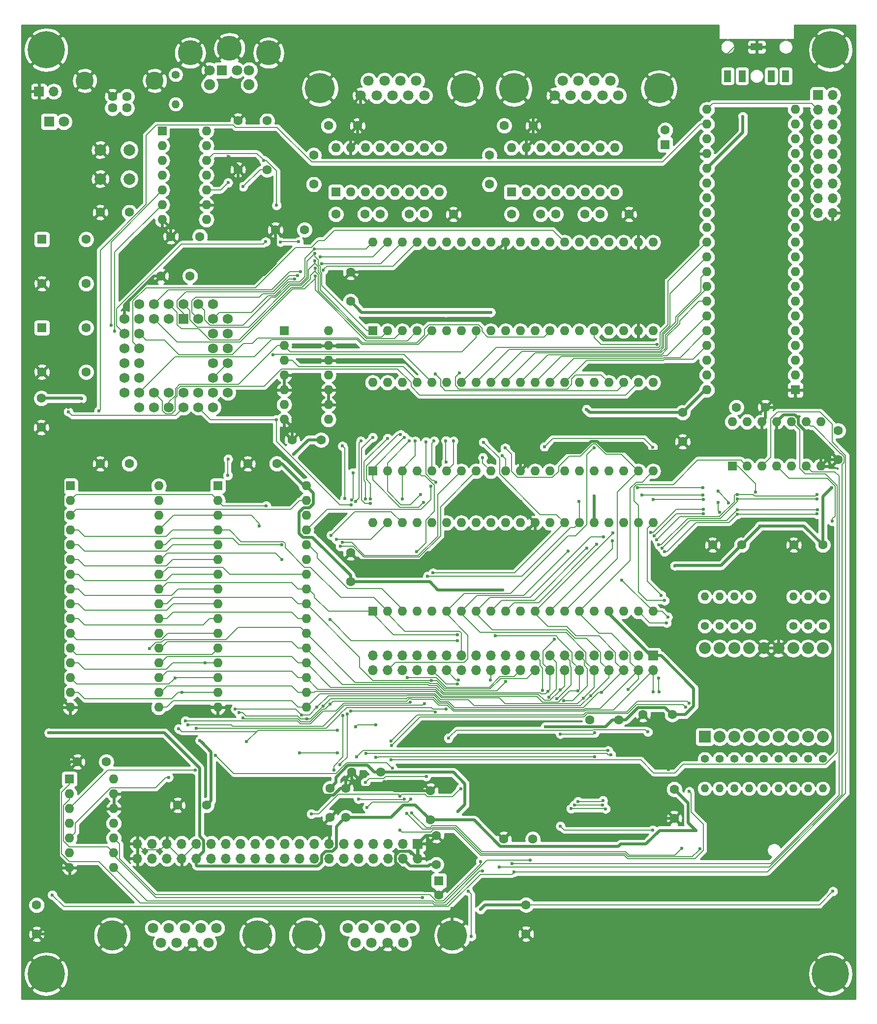
<source format=gbr>
%TF.GenerationSoftware,KiCad,Pcbnew,(5.1.0-0)*%
%TF.CreationDate,2019-04-15T22:40:15-04:00*%
%TF.ProjectId,zed-80,7a65642d-3830-42e6-9b69-6361645f7063,1*%
%TF.SameCoordinates,Original*%
%TF.FileFunction,Copper,L2,Bot*%
%TF.FilePolarity,Positive*%
%FSLAX46Y46*%
G04 Gerber Fmt 4.6, Leading zero omitted, Abs format (unit mm)*
G04 Created by KiCad (PCBNEW (5.1.0-0)) date 2019-04-15 22:40:15*
%MOMM*%
%LPD*%
G04 APERTURE LIST*
%ADD10R,2.000000X1.200000*%
%ADD11R,1.200000X2.000000*%
%ADD12C,6.400000*%
%ADD13R,1.600000X1.600000*%
%ADD14C,1.600000*%
%ADD15O,1.600000X1.600000*%
%ADD16C,2.000000*%
%ADD17C,1.400000*%
%ADD18O,1.400000X1.400000*%
%ADD19R,1.700000X1.700000*%
%ADD20O,1.700000X1.700000*%
%ADD21C,1.620000*%
%ADD22C,3.100000*%
%ADD23R,1.800000X1.800000*%
%ADD24C,1.800000*%
%ADD25R,2.032000X2.032000*%
%ADD26C,2.032000*%
%ADD27R,1.750000X1.750000*%
%ADD28C,1.750000*%
%ADD29C,5.200000*%
%ADD30C,4.300000*%
%ADD31C,1.900000*%
%ADD32C,0.600000*%
%ADD33C,0.508000*%
%ADD34C,0.152400*%
%ADD35C,0.254000*%
G04 APERTURE END LIST*
D10*
X142300000Y-19500000D03*
D11*
X137300000Y-24500000D03*
X139800000Y-24500000D03*
X147300000Y-24500000D03*
X144800000Y-24500000D03*
D12*
X155000000Y-20000000D03*
X155000000Y-179000000D03*
X20000000Y-179000000D03*
X20000000Y-20000000D03*
D13*
X19250000Y-67800000D03*
D14*
X26870000Y-67800000D03*
X26870000Y-75420000D03*
X19250000Y-75420000D03*
D13*
X148950000Y-78500000D03*
D15*
X133710000Y-30240000D03*
X148950000Y-75960000D03*
X133710000Y-32780000D03*
X148950000Y-73420000D03*
X133710000Y-35320000D03*
X148950000Y-70880000D03*
X133710000Y-37860000D03*
X148950000Y-68340000D03*
X133710000Y-40400000D03*
X148950000Y-65800000D03*
X133710000Y-42940000D03*
X148950000Y-63260000D03*
X133710000Y-45480000D03*
X148950000Y-60720000D03*
X133710000Y-48020000D03*
X148950000Y-58180000D03*
X133710000Y-50560000D03*
X148950000Y-55640000D03*
X133710000Y-53100000D03*
X148950000Y-53100000D03*
X133710000Y-55640000D03*
X148950000Y-50560000D03*
X133710000Y-58180000D03*
X148950000Y-48020000D03*
X133710000Y-60720000D03*
X148950000Y-45480000D03*
X133710000Y-63260000D03*
X148950000Y-42940000D03*
X133710000Y-65800000D03*
X148950000Y-40400000D03*
X133710000Y-68340000D03*
X148950000Y-37860000D03*
X133710000Y-70880000D03*
X148950000Y-35320000D03*
X133710000Y-73420000D03*
X148950000Y-32780000D03*
X133710000Y-75960000D03*
X148950000Y-30240000D03*
X133710000Y-78500000D03*
D13*
X60960000Y-68350000D03*
D15*
X68580000Y-83590000D03*
X60960000Y-70890000D03*
X68580000Y-81050000D03*
X60960000Y-73430000D03*
X68580000Y-78510000D03*
X60960000Y-75970000D03*
X68580000Y-75970000D03*
X60960000Y-78510000D03*
X68580000Y-73430000D03*
X60960000Y-81050000D03*
X68580000Y-70890000D03*
X60960000Y-83590000D03*
X68580000Y-68350000D03*
D13*
X76200000Y-92480000D03*
D15*
X124460000Y-77240000D03*
X78740000Y-92480000D03*
X121920000Y-77240000D03*
X81280000Y-92480000D03*
X119380000Y-77240000D03*
X83820000Y-92480000D03*
X116840000Y-77240000D03*
X86360000Y-92480000D03*
X114300000Y-77240000D03*
X88900000Y-92480000D03*
X111760000Y-77240000D03*
X91440000Y-92480000D03*
X109220000Y-77240000D03*
X93980000Y-92480000D03*
X106680000Y-77240000D03*
X96520000Y-92480000D03*
X104140000Y-77240000D03*
X99060000Y-92480000D03*
X101600000Y-77240000D03*
X101600000Y-92480000D03*
X99060000Y-77240000D03*
X104140000Y-92480000D03*
X96520000Y-77240000D03*
X106680000Y-92480000D03*
X93980000Y-77240000D03*
X109220000Y-92480000D03*
X91440000Y-77240000D03*
X111760000Y-92480000D03*
X88900000Y-77240000D03*
X114300000Y-92480000D03*
X86360000Y-77240000D03*
X116840000Y-92480000D03*
X83820000Y-77240000D03*
X119380000Y-92480000D03*
X81280000Y-77240000D03*
X121920000Y-92480000D03*
X78740000Y-77240000D03*
X124460000Y-92480000D03*
X76200000Y-77240000D03*
D13*
X100088800Y-44474000D03*
D15*
X117868800Y-36854000D03*
X102628800Y-44474000D03*
X115328800Y-36854000D03*
X105168800Y-44474000D03*
X112788800Y-36854000D03*
X107708800Y-44474000D03*
X110248800Y-36854000D03*
X110248800Y-44474000D03*
X107708800Y-36854000D03*
X112788800Y-44474000D03*
X105168800Y-36854000D03*
X115328800Y-44474000D03*
X102628800Y-36854000D03*
X117868800Y-44474000D03*
X100088800Y-36854000D03*
D13*
X69850000Y-44474000D03*
D15*
X87630000Y-36854000D03*
X72390000Y-44474000D03*
X85090000Y-36854000D03*
X74930000Y-44474000D03*
X82550000Y-36854000D03*
X77470000Y-44474000D03*
X80010000Y-36854000D03*
X80010000Y-44474000D03*
X77470000Y-36854000D03*
X82550000Y-44474000D03*
X74930000Y-36854000D03*
X85090000Y-44474000D03*
X72390000Y-36854000D03*
X87630000Y-44474000D03*
X69850000Y-36854000D03*
D13*
X76200000Y-68350000D03*
D15*
X124460000Y-53110000D03*
X78740000Y-68350000D03*
X121920000Y-53110000D03*
X81280000Y-68350000D03*
X119380000Y-53110000D03*
X83820000Y-68350000D03*
X116840000Y-53110000D03*
X86360000Y-68350000D03*
X114300000Y-53110000D03*
X88900000Y-68350000D03*
X111760000Y-53110000D03*
X91440000Y-68350000D03*
X109220000Y-53110000D03*
X93980000Y-68350000D03*
X106680000Y-53110000D03*
X96520000Y-68350000D03*
X104140000Y-53110000D03*
X99060000Y-68350000D03*
X101600000Y-53110000D03*
X101600000Y-68350000D03*
X99060000Y-53110000D03*
X104140000Y-68350000D03*
X96520000Y-53110000D03*
X106680000Y-68350000D03*
X93980000Y-53110000D03*
X109220000Y-68350000D03*
X91440000Y-53110000D03*
X111760000Y-68350000D03*
X88900000Y-53110000D03*
X114300000Y-68350000D03*
X86360000Y-53110000D03*
X116840000Y-68350000D03*
X83820000Y-53110000D03*
X119380000Y-68350000D03*
X81280000Y-53110000D03*
X121920000Y-68350000D03*
X78740000Y-53110000D03*
X124460000Y-68350000D03*
X76200000Y-53110000D03*
D13*
X138100000Y-91600000D03*
D15*
X153340000Y-83980000D03*
X140640000Y-91600000D03*
X150800000Y-83980000D03*
X143180000Y-91600000D03*
X148260000Y-83980000D03*
X145720000Y-91600000D03*
X145720000Y-83980000D03*
X148260000Y-91600000D03*
X143180000Y-83980000D03*
X150800000Y-91600000D03*
X140640000Y-83980000D03*
X153340000Y-91600000D03*
X138100000Y-83980000D03*
D13*
X49530000Y-95020000D03*
D15*
X64770000Y-133120000D03*
X49530000Y-97560000D03*
X64770000Y-130580000D03*
X49530000Y-100100000D03*
X64770000Y-128040000D03*
X49530000Y-102640000D03*
X64770000Y-125500000D03*
X49530000Y-105180000D03*
X64770000Y-122960000D03*
X49530000Y-107720000D03*
X64770000Y-120420000D03*
X49530000Y-110260000D03*
X64770000Y-117880000D03*
X49530000Y-112800000D03*
X64770000Y-115340000D03*
X49530000Y-115340000D03*
X64770000Y-112800000D03*
X49530000Y-117880000D03*
X64770000Y-110260000D03*
X49530000Y-120420000D03*
X64770000Y-107720000D03*
X49530000Y-122960000D03*
X64770000Y-105180000D03*
X49530000Y-125500000D03*
X64770000Y-102640000D03*
X49530000Y-128040000D03*
X64770000Y-100100000D03*
X49530000Y-130580000D03*
X64770000Y-97560000D03*
X49530000Y-133120000D03*
X64770000Y-95020000D03*
D13*
X24000000Y-145450000D03*
D15*
X31620000Y-160690000D03*
X24000000Y-147990000D03*
X31620000Y-158150000D03*
X24000000Y-150530000D03*
X31620000Y-155610000D03*
X24000000Y-153070000D03*
X31620000Y-153070000D03*
X24000000Y-155610000D03*
X31620000Y-150530000D03*
X24000000Y-158150000D03*
X31620000Y-147990000D03*
X24000000Y-160690000D03*
X31620000Y-145450000D03*
D13*
X24130000Y-95020000D03*
D15*
X39370000Y-133120000D03*
X24130000Y-97560000D03*
X39370000Y-130580000D03*
X24130000Y-100100000D03*
X39370000Y-128040000D03*
X24130000Y-102640000D03*
X39370000Y-125500000D03*
X24130000Y-105180000D03*
X39370000Y-122960000D03*
X24130000Y-107720000D03*
X39370000Y-120420000D03*
X24130000Y-110260000D03*
X39370000Y-117880000D03*
X24130000Y-112800000D03*
X39370000Y-115340000D03*
X24130000Y-115340000D03*
X39370000Y-112800000D03*
X24130000Y-117880000D03*
X39370000Y-110260000D03*
X24130000Y-120420000D03*
X39370000Y-107720000D03*
X24130000Y-122960000D03*
X39370000Y-105180000D03*
X24130000Y-125500000D03*
X39370000Y-102640000D03*
X24130000Y-128040000D03*
X39370000Y-100100000D03*
X24130000Y-130580000D03*
X39370000Y-97560000D03*
X24130000Y-133120000D03*
X39370000Y-95020000D03*
D13*
X39950000Y-33950000D03*
D15*
X47570000Y-49190000D03*
X39950000Y-36490000D03*
X47570000Y-46650000D03*
X39950000Y-39030000D03*
X47570000Y-44110000D03*
X39950000Y-41570000D03*
X47570000Y-41570000D03*
X39950000Y-44110000D03*
X47570000Y-39030000D03*
X39950000Y-46650000D03*
X47570000Y-36490000D03*
X39950000Y-49190000D03*
X47570000Y-33950000D03*
D13*
X76200000Y-116610000D03*
D15*
X124460000Y-101370000D03*
X78740000Y-116610000D03*
X121920000Y-101370000D03*
X81280000Y-116610000D03*
X119380000Y-101370000D03*
X83820000Y-116610000D03*
X116840000Y-101370000D03*
X86360000Y-116610000D03*
X114300000Y-101370000D03*
X88900000Y-116610000D03*
X111760000Y-101370000D03*
X91440000Y-116610000D03*
X109220000Y-101370000D03*
X93980000Y-116610000D03*
X106680000Y-101370000D03*
X96520000Y-116610000D03*
X104140000Y-101370000D03*
X99060000Y-116610000D03*
X101600000Y-101370000D03*
X101600000Y-116610000D03*
X99060000Y-101370000D03*
X104140000Y-116610000D03*
X96520000Y-101370000D03*
X106680000Y-116610000D03*
X93980000Y-101370000D03*
X109220000Y-116610000D03*
X91440000Y-101370000D03*
X111760000Y-116610000D03*
X88900000Y-101370000D03*
X114300000Y-116610000D03*
X86360000Y-101370000D03*
X116840000Y-116610000D03*
X83820000Y-101370000D03*
X119380000Y-116610000D03*
X81280000Y-101370000D03*
X121920000Y-116610000D03*
X78740000Y-101370000D03*
X124460000Y-116610000D03*
X76200000Y-101370000D03*
D16*
X29300000Y-37200000D03*
X34300000Y-37200000D03*
X29300000Y-42200000D03*
X34300000Y-42200000D03*
D17*
X42300000Y-24250000D03*
D18*
X42300000Y-29330000D03*
D19*
X152850000Y-27750000D03*
D20*
X155390000Y-27750000D03*
X152850000Y-30290000D03*
X155390000Y-30290000D03*
X152850000Y-32830000D03*
X155390000Y-32830000D03*
X152850000Y-35370000D03*
X155390000Y-35370000D03*
X152850000Y-37910000D03*
X155390000Y-37910000D03*
X152850000Y-40450000D03*
X155390000Y-40450000D03*
X152850000Y-42990000D03*
X155390000Y-42990000D03*
X152850000Y-45530000D03*
X155390000Y-45530000D03*
X152850000Y-48070000D03*
X155390000Y-48070000D03*
D19*
X18750000Y-27150000D03*
D20*
X21290000Y-27150000D03*
D21*
X33900000Y-30000000D03*
X31400000Y-30000000D03*
X31400000Y-28000000D03*
X33900000Y-28000000D03*
D22*
X38670000Y-25290000D03*
X26630000Y-25290000D03*
D19*
X83950000Y-156600000D03*
D20*
X83950000Y-159140000D03*
X81410000Y-156600000D03*
X81410000Y-159140000D03*
X78870000Y-156600000D03*
X78870000Y-159140000D03*
X76330000Y-156600000D03*
X76330000Y-159140000D03*
X73790000Y-156600000D03*
X73790000Y-159140000D03*
X71250000Y-156600000D03*
X71250000Y-159140000D03*
X68710000Y-156600000D03*
X68710000Y-159140000D03*
X66170000Y-156600000D03*
X66170000Y-159140000D03*
X63630000Y-156600000D03*
X63630000Y-159140000D03*
X61090000Y-156600000D03*
X61090000Y-159140000D03*
X58550000Y-156600000D03*
X58550000Y-159140000D03*
X56010000Y-156600000D03*
X56010000Y-159140000D03*
X53470000Y-156600000D03*
X53470000Y-159140000D03*
X50930000Y-156600000D03*
X50930000Y-159140000D03*
X48390000Y-156600000D03*
X48390000Y-159140000D03*
X45850000Y-156600000D03*
X45850000Y-159140000D03*
X43310000Y-156600000D03*
X43310000Y-159140000D03*
X40770000Y-156600000D03*
X40770000Y-159140000D03*
X38230000Y-156600000D03*
X38230000Y-159140000D03*
X35690000Y-156600000D03*
X35690000Y-159140000D03*
D23*
X20500000Y-32350000D03*
D24*
X23040000Y-32350000D03*
D13*
X126550000Y-36300000D03*
D14*
X126550000Y-33800000D03*
X64450000Y-50950000D03*
X59450000Y-50950000D03*
X138800000Y-81500000D03*
X143800000Y-81500000D03*
X19150000Y-79950000D03*
X19150000Y-84950000D03*
X127750000Y-134350000D03*
X122750000Y-134350000D03*
X118600000Y-135250000D03*
X113600000Y-135250000D03*
X77600000Y-144300000D03*
X72600000Y-144300000D03*
X47600000Y-149950000D03*
X42600000Y-149950000D03*
X128100000Y-147200000D03*
X128100000Y-152200000D03*
X86150000Y-152500000D03*
X86150000Y-147500000D03*
D13*
X87600000Y-162950000D03*
D14*
X87600000Y-165450000D03*
X87150000Y-160150000D03*
X87150000Y-155150000D03*
X71550000Y-152050000D03*
X71550000Y-147050000D03*
X68850000Y-147050000D03*
X68850000Y-152050000D03*
X34300000Y-47950000D03*
X29300000Y-47950000D03*
D25*
X133350000Y-138200000D03*
D26*
X135890000Y-138200000D03*
X138430000Y-138200000D03*
X140970000Y-138200000D03*
X140970000Y-122960000D03*
X138430000Y-122960000D03*
X135890000Y-122960000D03*
X133350000Y-122960000D03*
X143510000Y-138200000D03*
X146050000Y-138200000D03*
X148590000Y-138200000D03*
X151130000Y-138200000D03*
X143510000Y-122960000D03*
X146050000Y-122960000D03*
X148590000Y-122960000D03*
X151130000Y-122960000D03*
X153670000Y-138200000D03*
X153670000Y-122960000D03*
D14*
X72390000Y-111530000D03*
X72390000Y-106530000D03*
X46450000Y-52100000D03*
X41450000Y-52100000D03*
X34290000Y-91210000D03*
X29290000Y-91210000D03*
X30350000Y-142500000D03*
X25350000Y-142500000D03*
X59690000Y-91210000D03*
X54690000Y-91210000D03*
X103750000Y-155800000D03*
X98750000Y-155800000D03*
X18350000Y-167150000D03*
X18350000Y-172150000D03*
X102600000Y-167100000D03*
X102600000Y-172100000D03*
X139700000Y-105180000D03*
X134700000Y-105180000D03*
X153670000Y-105180000D03*
X148670000Y-105180000D03*
X69850000Y-48284000D03*
X74850000Y-48284000D03*
X100088800Y-48284000D03*
X105088800Y-48284000D03*
X77470000Y-48284000D03*
X82470000Y-48284000D03*
X107708800Y-48284000D03*
X112708800Y-48284000D03*
X66040000Y-38124000D03*
X66040000Y-43124000D03*
X85090000Y-48284000D03*
X90090000Y-48284000D03*
X96278800Y-38124000D03*
X96278800Y-43124000D03*
X115328800Y-48284000D03*
X120328800Y-48284000D03*
X156300000Y-85500000D03*
X156300000Y-90500000D03*
X72390000Y-63270000D03*
X72390000Y-58270000D03*
X68580000Y-33044000D03*
X73580000Y-33044000D03*
X98818800Y-33044000D03*
X103818800Y-33044000D03*
X129540000Y-82400000D03*
X129540000Y-87400000D03*
X67310000Y-87095200D03*
X62310000Y-87095200D03*
X44750000Y-58900000D03*
X39750000Y-58900000D03*
X58000000Y-40600000D03*
X53000000Y-40600000D03*
X58000000Y-32200000D03*
X53000000Y-32200000D03*
D19*
X124460000Y-124230000D03*
D20*
X124460000Y-126770000D03*
X121920000Y-124230000D03*
X121920000Y-126770000D03*
X119380000Y-124230000D03*
X119380000Y-126770000D03*
X116840000Y-124230000D03*
X116840000Y-126770000D03*
X114300000Y-124230000D03*
X114300000Y-126770000D03*
X111760000Y-124230000D03*
X111760000Y-126770000D03*
X109220000Y-124230000D03*
X109220000Y-126770000D03*
X106680000Y-124230000D03*
X106680000Y-126770000D03*
X104140000Y-124230000D03*
X104140000Y-126770000D03*
X101600000Y-124230000D03*
X101600000Y-126770000D03*
X99060000Y-124230000D03*
X99060000Y-126770000D03*
X96520000Y-124230000D03*
X96520000Y-126770000D03*
X93980000Y-124230000D03*
X93980000Y-126770000D03*
X91440000Y-124230000D03*
X91440000Y-126770000D03*
X88900000Y-124230000D03*
X88900000Y-126770000D03*
X86360000Y-124230000D03*
X86360000Y-126770000D03*
X83820000Y-124230000D03*
X83820000Y-126770000D03*
X81280000Y-124230000D03*
X81280000Y-126770000D03*
X78740000Y-124230000D03*
X78740000Y-126770000D03*
X76200000Y-124230000D03*
X76200000Y-126770000D03*
D17*
X138430000Y-119150000D03*
D18*
X138430000Y-114070000D03*
D17*
X140970000Y-119150000D03*
D18*
X140970000Y-114070000D03*
D17*
X138430000Y-142010000D03*
D18*
X138430000Y-147090000D03*
D17*
X135890000Y-142010000D03*
D18*
X135890000Y-147090000D03*
D17*
X133350000Y-142010000D03*
D18*
X133350000Y-147090000D03*
D17*
X133350000Y-119150000D03*
D18*
X133350000Y-114070000D03*
D17*
X135890000Y-119150000D03*
D18*
X135890000Y-114070000D03*
D17*
X140970000Y-142010000D03*
D18*
X140970000Y-147090000D03*
D17*
X151130000Y-119150000D03*
D18*
X151130000Y-114070000D03*
D17*
X153670000Y-119150000D03*
D18*
X153670000Y-114070000D03*
D17*
X151130000Y-142010000D03*
D18*
X151130000Y-147090000D03*
D17*
X146050000Y-142010000D03*
D18*
X146050000Y-147090000D03*
D17*
X143510000Y-142010000D03*
D18*
X143510000Y-147090000D03*
D17*
X148590000Y-119150000D03*
D18*
X148590000Y-114070000D03*
D17*
X148590000Y-142010000D03*
D18*
X148590000Y-147090000D03*
D17*
X153670000Y-142010000D03*
D18*
X153670000Y-147090000D03*
D27*
X43650000Y-66250000D03*
D28*
X41110000Y-66250000D03*
X38570000Y-66250000D03*
X46190000Y-66250000D03*
X48730000Y-66250000D03*
X41110000Y-63710000D03*
X38570000Y-63710000D03*
X36030000Y-63710000D03*
X43650000Y-63710000D03*
X46190000Y-63710000D03*
X36030000Y-66250000D03*
X36030000Y-68790000D03*
X36030000Y-71330000D03*
X36030000Y-73870000D03*
X36030000Y-76410000D03*
X33490000Y-66250000D03*
X33490000Y-68790000D03*
X33490000Y-71330000D03*
X33490000Y-73870000D03*
X33490000Y-76410000D03*
X33490000Y-78950000D03*
X36030000Y-78950000D03*
X38570000Y-78950000D03*
X41110000Y-78950000D03*
X43650000Y-78950000D03*
X46190000Y-78950000D03*
X48730000Y-78950000D03*
X36030000Y-81490000D03*
X38570000Y-81490000D03*
X41110000Y-81490000D03*
X43650000Y-81490000D03*
X46190000Y-81490000D03*
X48730000Y-81490000D03*
X48730000Y-76410000D03*
X48730000Y-73870000D03*
X48730000Y-71330000D03*
X48730000Y-68790000D03*
X48730000Y-63710000D03*
X51270000Y-78950000D03*
X51270000Y-76410000D03*
X51270000Y-73870000D03*
X51270000Y-71330000D03*
X51270000Y-68790000D03*
X51270000Y-66250000D03*
D13*
X19250000Y-52600000D03*
D14*
X26870000Y-52600000D03*
X26870000Y-60220000D03*
X19250000Y-60220000D03*
D29*
X67115000Y-26592400D03*
D24*
X75500000Y-25322400D03*
X78240000Y-25322400D03*
X80980000Y-25322400D03*
X83720000Y-25322400D03*
X74130000Y-27862400D03*
X76870000Y-27862400D03*
X79610000Y-27862400D03*
X82350000Y-27862400D03*
X85090000Y-27862400D03*
D29*
X92105000Y-26592400D03*
X100498600Y-26592400D03*
D24*
X108883600Y-25322400D03*
X111623600Y-25322400D03*
X114363600Y-25322400D03*
X117103600Y-25322400D03*
X107513600Y-27862400D03*
X110253600Y-27862400D03*
X112993600Y-27862400D03*
X115733600Y-27862400D03*
X118473600Y-27862400D03*
D29*
X125488600Y-26592400D03*
X89875000Y-172370000D03*
D24*
X81490000Y-173640000D03*
X78750000Y-173640000D03*
X76010000Y-173640000D03*
X73270000Y-173640000D03*
X82860000Y-171100000D03*
X80120000Y-171100000D03*
X77380000Y-171100000D03*
X74640000Y-171100000D03*
X71900000Y-171100000D03*
D29*
X64885000Y-172370000D03*
X56340200Y-172370000D03*
D24*
X47955200Y-173640000D03*
X45215200Y-173640000D03*
X42475200Y-173640000D03*
X39735200Y-173640000D03*
X49325200Y-171100000D03*
X46585200Y-171100000D03*
X43845200Y-171100000D03*
X41105200Y-171100000D03*
X38365200Y-171100000D03*
D29*
X31350200Y-172370000D03*
D30*
X44780000Y-20512400D03*
X58280000Y-20512400D03*
D23*
X50230000Y-23512400D03*
D24*
X52830000Y-23512400D03*
X48130000Y-23512400D03*
X54930000Y-23512400D03*
D31*
X54930000Y-26012400D03*
X48130000Y-26012400D03*
D30*
X51530000Y-19712400D03*
D32*
X23840804Y-81484448D03*
X26106592Y-80936424D03*
X26200000Y-173950000D03*
X51300000Y-46750000D03*
X57546000Y-58654000D03*
X104200000Y-145700000D03*
X119900002Y-151850000D03*
X127099996Y-143871390D03*
X126150000Y-145550002D03*
X101700000Y-97700000D03*
X46378610Y-133123203D03*
X78260068Y-145830358D03*
X112950000Y-143100000D03*
X60350002Y-147850000D03*
X89892752Y-167742756D03*
X51317000Y-38350000D03*
X122950000Y-32750000D03*
X88798400Y-65149604D03*
X98552000Y-112901600D03*
X96520000Y-65149600D03*
X114358657Y-96793201D03*
X94750000Y-167900000D03*
X26100000Y-80000000D03*
X53900000Y-43500000D03*
X113000000Y-81850000D03*
X46450000Y-138800000D03*
X155250000Y-95300000D03*
X142850000Y-101900000D03*
X90850000Y-151050000D03*
X105950000Y-136450000D03*
X62600000Y-89600000D03*
X139900000Y-31450000D03*
X155428601Y-164778601D03*
X128200000Y-108750000D03*
X57450000Y-39000002D03*
X59649992Y-46750000D03*
X51300000Y-42850000D03*
X98497756Y-89847691D03*
X95150006Y-90143043D03*
X99000000Y-88500000D03*
X66193183Y-54249736D03*
X47350000Y-125500000D03*
X68900000Y-132550000D03*
X53881855Y-134927041D03*
X124450000Y-130500000D03*
X133050000Y-96600000D03*
X122500000Y-96600000D03*
X90100000Y-87300000D03*
X49150000Y-141350000D03*
X79594300Y-143593590D03*
X105750000Y-88300000D03*
X66250000Y-55000000D03*
X67678400Y-132928400D03*
X53200000Y-134050000D03*
X64871398Y-135128602D03*
X42171390Y-128100000D03*
X120150000Y-130000000D03*
X124400000Y-88350000D03*
X124450000Y-97350000D03*
X133121339Y-97349023D03*
X86766400Y-87298400D03*
X51300000Y-90400000D03*
X51246177Y-93203823D03*
X81686400Y-86688796D03*
X124100000Y-103000000D03*
X133142341Y-99064206D03*
X115625000Y-130525000D03*
X67199999Y-55649999D03*
X62733421Y-59400000D03*
X43370000Y-130580000D03*
X66608835Y-133108835D03*
X52550000Y-133400000D03*
X63950000Y-134400000D03*
X117517978Y-103073009D03*
X84936697Y-97866198D03*
X75793600Y-98041147D03*
X115900000Y-103750000D03*
X124650000Y-103650000D03*
X133150000Y-99816579D03*
X113706040Y-131106040D03*
X76200002Y-86650000D03*
X66234764Y-56314205D03*
X63575000Y-140975000D03*
X70126816Y-140950000D03*
X74990387Y-97255200D03*
X152650000Y-99850000D03*
X126400000Y-106350000D03*
X138950000Y-99900000D03*
X109799998Y-106250000D03*
X78740000Y-86816607D03*
X67448672Y-56787704D03*
X63278610Y-58807328D03*
X112424157Y-131574157D03*
X109094367Y-132003202D03*
X75793600Y-97237934D03*
X97332800Y-120826400D03*
X152764409Y-99106337D03*
X113050000Y-105721390D03*
X125999755Y-105712875D03*
X138946407Y-99147597D03*
X81000000Y-86200000D03*
X66300000Y-57600000D03*
X111550000Y-130250000D03*
X111535988Y-149335992D03*
X115829397Y-149174557D03*
X107917456Y-131684975D03*
X83515200Y-87298400D03*
X81280000Y-97255200D03*
X152700000Y-97250000D03*
X114750000Y-105100000D03*
X125450000Y-105150000D03*
X138950000Y-97250000D03*
X63778610Y-58183765D03*
X110950000Y-149900000D03*
X115775000Y-149925000D03*
X108499999Y-130150000D03*
X67671390Y-57894188D03*
X106529954Y-131372476D03*
X82522443Y-87317679D03*
X107492800Y-121436000D03*
X152721426Y-96497893D03*
X117500000Y-104449998D03*
X125100000Y-104300000D03*
X139003423Y-96499487D03*
X106391354Y-130341354D03*
X110350000Y-150550000D03*
X116275000Y-150575000D03*
X84444767Y-96528833D03*
X66292581Y-58907411D03*
X105460800Y-130173600D03*
X125450000Y-128050000D03*
X63450000Y-53000000D03*
X60300000Y-53050000D03*
X88800000Y-87250000D03*
X88850004Y-90950000D03*
X57775012Y-53025000D03*
X93200000Y-172500000D03*
X86279598Y-128528610D03*
X125500002Y-130500000D03*
X74950000Y-146000002D03*
X85425676Y-145006410D03*
X92643590Y-164734874D03*
X125873784Y-113823784D03*
X60570000Y-107720000D03*
X69050000Y-103500000D03*
X82150000Y-128000000D03*
X84770332Y-165871390D03*
X86234835Y-95064733D03*
X126428610Y-114750000D03*
X69950000Y-104250000D03*
X37800000Y-123000000D03*
X99128828Y-128682022D03*
X126778614Y-118592981D03*
X68884800Y-117981600D03*
X90830400Y-121639200D03*
X127000000Y-117575200D03*
X85350000Y-87450000D03*
X59000000Y-72450000D03*
X96424870Y-128421390D03*
X87050000Y-94350000D03*
X119099982Y-111250000D03*
X90830400Y-120623200D03*
X60580000Y-105180000D03*
X44396812Y-136123711D03*
X85100000Y-132450000D03*
X43950000Y-135450000D03*
X82650000Y-132200000D03*
X95250000Y-87500000D03*
X86600000Y-110000000D03*
X111746375Y-97682037D03*
X59600000Y-83600000D03*
X76700000Y-136150000D03*
X73300000Y-136450000D03*
X133050000Y-95300000D03*
X121800000Y-95350000D03*
X85650000Y-110550000D03*
X72478610Y-98300000D03*
X23800000Y-82250000D03*
X114300000Y-88450008D03*
X72800000Y-92750000D03*
X72550000Y-97400000D03*
X86950000Y-75800000D03*
X135650000Y-95950000D03*
X137469618Y-97969618D03*
X135650000Y-97900000D03*
X135908918Y-99530318D03*
X45850000Y-136750000D03*
X88850000Y-133400000D03*
X83799822Y-106343088D03*
X74168000Y-87298400D03*
X73240073Y-97699872D03*
X100150000Y-159978610D03*
X21050000Y-165400000D03*
X100540740Y-161457211D03*
X142100000Y-96050000D03*
X155300000Y-101100000D03*
X91100000Y-75600000D03*
X98001216Y-160601216D03*
X80900000Y-148400004D03*
X65650000Y-151456410D03*
X91343590Y-147100000D03*
X95127760Y-161302084D03*
X131850000Y-154300000D03*
X20450000Y-137500000D03*
X41050000Y-145150000D03*
X54500000Y-139050000D03*
X42800000Y-136800000D03*
X31150000Y-67350000D03*
X70126816Y-137047647D03*
X57850000Y-98450000D03*
X56700000Y-101900000D03*
X90977864Y-128397768D03*
X90771719Y-129121390D03*
X71092640Y-134528356D03*
X71015665Y-104753433D03*
X69517194Y-143942789D03*
X71785399Y-134234743D03*
X70604611Y-105431648D03*
X70535842Y-142984240D03*
X73733531Y-148878610D03*
X81642788Y-148878610D03*
X82055684Y-151360082D03*
X132550000Y-157500000D03*
X129400000Y-157350002D03*
X82900004Y-151300000D03*
X124400000Y-154250000D03*
X108500000Y-153550000D03*
X108500000Y-137700000D03*
X114400000Y-137500000D03*
X75250000Y-150343590D03*
X82750010Y-148950000D03*
X31800000Y-68400000D03*
X103350000Y-159450000D03*
X45678610Y-143894896D03*
X123549996Y-137350000D03*
X89232975Y-138417025D03*
X94775598Y-159642048D03*
X72400000Y-133750000D03*
X87000000Y-133928610D03*
X71399999Y-97200000D03*
X70999998Y-88150000D03*
X79401914Y-142180779D03*
X125150000Y-70700000D03*
X80900000Y-154250000D03*
X130700003Y-147599997D03*
X75076200Y-141078610D03*
X117214425Y-141260647D03*
X73450000Y-141600000D03*
X116720662Y-140573655D03*
X76700000Y-141677410D03*
X114400000Y-141650000D03*
X79450000Y-139700000D03*
X130100000Y-133100000D03*
X79396577Y-138949487D03*
X130628610Y-132400000D03*
X29057211Y-82150000D03*
D33*
X103818800Y-33044000D02*
X103818800Y-35664000D01*
X103818800Y-35664000D02*
X102628800Y-36854000D01*
X146050000Y-107800000D02*
X148670000Y-105180000D01*
X74130000Y-27862400D02*
X74130000Y-32494000D01*
X73580000Y-35664000D02*
X72390000Y-36854000D01*
X73580000Y-33044000D02*
X73580000Y-35664000D01*
X146050000Y-122960000D02*
X146050000Y-107800000D01*
X103818800Y-33044000D02*
X103818800Y-31557200D01*
X74130000Y-32494000D02*
X73580000Y-33044000D01*
X103818800Y-31557200D02*
X107513600Y-27862400D01*
X143510000Y-122960000D02*
X146050000Y-122960000D01*
X23330001Y-132320001D02*
X24130000Y-133120000D01*
X22923599Y-93894879D02*
X22923599Y-131913599D01*
X22923599Y-131913599D02*
X23330001Y-132320001D01*
X24808479Y-92009999D02*
X22923599Y-93894879D01*
X28490001Y-92009999D02*
X24808479Y-92009999D01*
X29290000Y-91210000D02*
X28490001Y-92009999D01*
X148950000Y-79808000D02*
X148950000Y-78500000D01*
X147258000Y-81500000D02*
X148950000Y-79808000D01*
X143800000Y-81500000D02*
X147258000Y-81500000D01*
X41450000Y-50690000D02*
X39950000Y-49190000D01*
X41450000Y-52100000D02*
X41450000Y-50690000D01*
D34*
X25558568Y-81484448D02*
X25806593Y-81236423D01*
X25806593Y-81236423D02*
X26106592Y-80936424D01*
X23840804Y-81484448D02*
X25558568Y-81484448D01*
D33*
X154440000Y-90500000D02*
X153340000Y-91600000D01*
X156300000Y-90500000D02*
X154440000Y-90500000D01*
X85400000Y-155150000D02*
X83950000Y-156600000D01*
X87150000Y-155150000D02*
X85400000Y-155150000D01*
X83950000Y-156600000D02*
X83950000Y-159140000D01*
X24400000Y-172150000D02*
X26200000Y-173950000D01*
X18350000Y-172150000D02*
X24400000Y-172150000D01*
X53000000Y-45050000D02*
X51300000Y-46750000D01*
X53000000Y-40600000D02*
X53000000Y-45050000D01*
X62310000Y-84940000D02*
X60960000Y-83590000D01*
X62310000Y-87095200D02*
X62310000Y-84940000D01*
X93900000Y-58270000D02*
X99060000Y-53110000D01*
X72390000Y-58270000D02*
X93900000Y-58270000D01*
X59450000Y-50950000D02*
X59450000Y-56750000D01*
X59450000Y-56750000D02*
X57845999Y-58354001D01*
X57845999Y-58354001D02*
X57546000Y-58654000D01*
X33490000Y-65012564D02*
X33490000Y-66250000D01*
X33490000Y-63934155D02*
X33490000Y-65012564D01*
X39750000Y-58900000D02*
X38524155Y-58900000D01*
X38524155Y-58900000D02*
X33490000Y-63934155D01*
X104200000Y-145700000D02*
X104200000Y-150350000D01*
X104200000Y-150350000D02*
X98750000Y-155800000D01*
X120250002Y-152200000D02*
X120200001Y-152149999D01*
X128100000Y-152200000D02*
X120250002Y-152200000D01*
X120200001Y-152149999D02*
X119900002Y-151850000D01*
X22167389Y-158857389D02*
X23200001Y-159890001D01*
X23200001Y-159890001D02*
X24000000Y-160690000D01*
X25350000Y-142500000D02*
X24218630Y-142500000D01*
X24218630Y-142500000D02*
X22167389Y-144551241D01*
X22167389Y-144551241D02*
X22167389Y-158857389D01*
X103340001Y-102169999D02*
X104140000Y-101370000D01*
X72390000Y-106530000D02*
X73692611Y-107832611D01*
X85652514Y-106530000D02*
X98980000Y-106530000D01*
X84349904Y-107832611D02*
X85652514Y-106530000D01*
X98980000Y-106530000D02*
X103340001Y-102169999D01*
X73692611Y-107832611D02*
X84349904Y-107832611D01*
D34*
X45000001Y-157449999D02*
X43310000Y-159140000D01*
X45850000Y-156600000D02*
X45000001Y-157449999D01*
X42460001Y-158290001D02*
X40770000Y-156600000D01*
X43310000Y-159140000D02*
X42460001Y-158290001D01*
X36539999Y-157449999D02*
X35690000Y-156600000D01*
X36768601Y-157678601D02*
X36539999Y-157449999D01*
X39691399Y-157678601D02*
X36768601Y-157678601D01*
X40770000Y-156600000D02*
X39691399Y-157678601D01*
X35690000Y-156600000D02*
X35690000Y-159140000D01*
D33*
X127099996Y-138699996D02*
X127099996Y-143447126D01*
X127099996Y-143447126D02*
X127099996Y-143871390D01*
X122750000Y-134350000D02*
X127099996Y-138699996D01*
X128100000Y-152200000D02*
X126150000Y-150250000D01*
X126150000Y-150250000D02*
X126150000Y-145974266D01*
X126150000Y-145974266D02*
X126150000Y-145550002D01*
X143800000Y-83360000D02*
X143180000Y-83980000D01*
X143800000Y-81500000D02*
X143800000Y-83360000D01*
X143800000Y-81500000D02*
X143800000Y-82060000D01*
X148839073Y-82773599D02*
X146926401Y-82773599D01*
X149466401Y-83400927D02*
X148839073Y-82773599D01*
X153340000Y-88305474D02*
X149466401Y-84431875D01*
X153340000Y-91600000D02*
X153340000Y-88305474D01*
X146926401Y-82773599D02*
X146519999Y-83180001D01*
X146519999Y-83180001D02*
X145720000Y-83980000D01*
X149466401Y-84431875D02*
X149466401Y-83400927D01*
X101700000Y-98930000D02*
X104140000Y-101370000D01*
X101700000Y-97700000D02*
X101700000Y-98930000D01*
X114803629Y-87338784D02*
X113846367Y-87338784D01*
X102399999Y-91680001D02*
X101600000Y-92480000D01*
X104730000Y-89350000D02*
X102399999Y-91680001D01*
X129540000Y-87400000D02*
X127851212Y-89088788D01*
X116553633Y-89088788D02*
X114803629Y-87338784D01*
X111835151Y-89350000D02*
X104730000Y-89350000D01*
X127851212Y-89088788D02*
X116553633Y-89088788D01*
X113846367Y-87338784D02*
X111835151Y-89350000D01*
X49530000Y-133120000D02*
X46381813Y-133120000D01*
X46381813Y-133120000D02*
X46378610Y-133123203D01*
X79929710Y-147500000D02*
X78560067Y-146130357D01*
X86150000Y-147500000D02*
X79929710Y-147500000D01*
X78560067Y-146130357D02*
X78260068Y-145830358D01*
X71550000Y-145350000D02*
X72600000Y-144300000D01*
X71550000Y-147050000D02*
X71550000Y-145350000D01*
X72600000Y-145431370D02*
X74018630Y-146850000D01*
X72600000Y-144300000D02*
X72600000Y-145431370D01*
X77240426Y-146850000D02*
X78260068Y-145830358D01*
X74018630Y-146850000D02*
X77240426Y-146850000D01*
X110350000Y-145700000D02*
X112950000Y-143100000D01*
X104200000Y-145700000D02*
X110350000Y-145700000D01*
X60756403Y-148256401D02*
X60650001Y-148149999D01*
X60650001Y-148149999D02*
X60350002Y-147850000D01*
X69429073Y-148256401D02*
X60756403Y-148256401D01*
X70635474Y-147050000D02*
X69429073Y-148256401D01*
X71550000Y-147050000D02*
X70635474Y-147050000D01*
X80834125Y-157856401D02*
X82666401Y-157856401D01*
X80153599Y-158536927D02*
X80834125Y-157856401D01*
X85060527Y-164650001D02*
X80153599Y-159743073D01*
X82666401Y-157856401D02*
X83100001Y-158290001D01*
X80153599Y-159743073D02*
X80153599Y-158536927D01*
X86800001Y-164650001D02*
X85060527Y-164650001D01*
X83100001Y-158290001D02*
X83950000Y-159140000D01*
X87600000Y-165450000D02*
X86800001Y-164650001D01*
X89875000Y-172370000D02*
X89875000Y-167760508D01*
X89875000Y-167760508D02*
X89892752Y-167742756D01*
X53000000Y-40033000D02*
X51317000Y-38350000D01*
X53000000Y-40600000D02*
X53000000Y-40033000D01*
D34*
X138500000Y-19500000D02*
X125250000Y-32750000D01*
X125250000Y-32750000D02*
X122950000Y-32750000D01*
X142300000Y-19500000D02*
X138500000Y-19500000D01*
D33*
X88798400Y-65149604D02*
X74269604Y-65149604D01*
X74269604Y-65149604D02*
X72390000Y-63270000D01*
X96520000Y-65149600D02*
X88798404Y-65149600D01*
X88798404Y-65149600D02*
X88798400Y-65149604D01*
X64770000Y-95020000D02*
X64370000Y-95020000D01*
X64370000Y-95020000D02*
X60560000Y-91210000D01*
X60560000Y-91210000D02*
X59690000Y-91210000D01*
X116840000Y-116610000D02*
X116840000Y-117010000D01*
X116840000Y-117010000D02*
X124060000Y-124230000D01*
X124060000Y-124230000D02*
X124460000Y-124230000D01*
X114300000Y-101370000D02*
X114300000Y-96851858D01*
X114300000Y-96851858D02*
X114358657Y-96793201D01*
X73521370Y-111530000D02*
X72390000Y-111530000D01*
X98552000Y-112901600D02*
X87396126Y-112901600D01*
X87396126Y-112901600D02*
X86024526Y-111530000D01*
X86024526Y-111530000D02*
X73521370Y-111530000D01*
X95550000Y-167100000D02*
X94750000Y-167900000D01*
X102600000Y-167100000D02*
X95550000Y-167100000D01*
X19150000Y-79950000D02*
X26050000Y-79950000D01*
X26050000Y-79950000D02*
X26100000Y-80000000D01*
D34*
X56800000Y-40600000D02*
X53900000Y-43500000D01*
X58000000Y-40600000D02*
X56800000Y-40600000D01*
D33*
X113299999Y-82149999D02*
X113000000Y-81850000D01*
X129540000Y-82400000D02*
X113550000Y-82400000D01*
X113550000Y-82400000D02*
X113299999Y-82149999D01*
X82259999Y-159989999D02*
X81410000Y-159140000D01*
X82666401Y-160396401D02*
X82259999Y-159989999D01*
X85772229Y-160396401D02*
X82666401Y-160396401D01*
X86018630Y-160150000D02*
X85772229Y-160396401D01*
X87150000Y-160150000D02*
X86018630Y-160150000D01*
X48399999Y-140749999D02*
X46749999Y-139099999D01*
X46749999Y-139099999D02*
X46450000Y-138800000D01*
X47600000Y-149950000D02*
X48399999Y-149150001D01*
X48399999Y-149150001D02*
X48399999Y-140749999D01*
X153670000Y-105180000D02*
X153670000Y-96880000D01*
X154950001Y-95599999D02*
X155250000Y-95300000D01*
X153670000Y-96880000D02*
X154950001Y-95599999D01*
X139700000Y-105180000D02*
X142850000Y-102030000D01*
X142850000Y-102030000D02*
X142850000Y-101900000D01*
X126950001Y-133550001D02*
X127750000Y-134350000D01*
X118600000Y-135250000D02*
X119731370Y-135250000D01*
X126543599Y-133143599D02*
X126950001Y-133550001D01*
X121837771Y-133143599D02*
X126543599Y-133143599D01*
X119731370Y-135250000D02*
X121837771Y-133143599D01*
X125818000Y-124230000D02*
X131450000Y-129862000D01*
X124460000Y-124230000D02*
X125818000Y-124230000D01*
X131450000Y-129862000D02*
X131450000Y-132900000D01*
X130000000Y-134350000D02*
X127750000Y-134350000D01*
X131450000Y-132900000D02*
X130000000Y-134350000D01*
X92050000Y-149850000D02*
X91149999Y-150750001D01*
X92050000Y-146250000D02*
X92050000Y-149850000D01*
X91149999Y-150750001D02*
X90850000Y-151050000D01*
X90100000Y-144300000D02*
X92050000Y-146250000D01*
X77600000Y-144300000D02*
X90100000Y-144300000D01*
X117468630Y-135250000D02*
X116262229Y-136456401D01*
X116262229Y-136456401D02*
X108306401Y-136456401D01*
X118600000Y-135250000D02*
X117468630Y-135250000D01*
X108300000Y-136450000D02*
X105950000Y-136450000D01*
X108306401Y-136456401D02*
X108300000Y-136450000D01*
X133440000Y-78500000D02*
X133710000Y-78500000D01*
X129540000Y-82400000D02*
X133440000Y-78500000D01*
X67310000Y-87095200D02*
X65104800Y-87095200D01*
X65104800Y-87095200D02*
X62600000Y-89600000D01*
X139900000Y-34210000D02*
X133710000Y-40400000D01*
X139900000Y-31450000D02*
X139900000Y-34210000D01*
X65569999Y-95819999D02*
X64770000Y-95020000D01*
X65976401Y-96226401D02*
X65569999Y-95819999D01*
X64318125Y-98766401D02*
X65349073Y-98766401D01*
X65349073Y-98766401D02*
X65976401Y-98139073D01*
X63563599Y-99520927D02*
X64318125Y-98766401D01*
X63563599Y-103219073D02*
X63563599Y-99520927D01*
X64190927Y-103846401D02*
X63563599Y-103219073D01*
X65976401Y-98139073D02*
X65976401Y-96226401D01*
X72390000Y-110398630D02*
X65837771Y-103846401D01*
X65837771Y-103846401D02*
X64190927Y-103846401D01*
X72390000Y-111530000D02*
X72390000Y-110398630D01*
X75262229Y-143093599D02*
X71906401Y-143093599D01*
X76468630Y-144300000D02*
X75262229Y-143093599D01*
X77600000Y-144300000D02*
X76468630Y-144300000D01*
X71906401Y-143093599D02*
X69850000Y-145150000D01*
X69850000Y-146050000D02*
X68850000Y-147050000D01*
X69850000Y-145150000D02*
X69850000Y-146050000D01*
D34*
X153107202Y-167100000D02*
X155428601Y-164778601D01*
X102600000Y-167100000D02*
X153107202Y-167100000D01*
D33*
X150390000Y-101900000D02*
X142850000Y-101900000D01*
X153670000Y-105180000D02*
X150390000Y-101900000D01*
X128250000Y-108700000D02*
X128200000Y-108750000D01*
X136180000Y-108700000D02*
X128250000Y-108700000D01*
X139700000Y-105180000D02*
X136180000Y-108700000D01*
D34*
X59650000Y-40775738D02*
X59650000Y-46749992D01*
X57874264Y-39000002D02*
X59650000Y-40775738D01*
X59650000Y-46749992D02*
X59649992Y-46750000D01*
X57450000Y-39000002D02*
X57874264Y-39000002D01*
X48778602Y-37821398D02*
X56271396Y-37821398D01*
X56271396Y-37821398D02*
X57150001Y-38700003D01*
X47570000Y-39030000D02*
X48778602Y-37821398D01*
X57150001Y-38700003D02*
X57450000Y-39000002D01*
X50040000Y-44110000D02*
X51300000Y-42850000D01*
X47570000Y-44110000D02*
X50040000Y-44110000D01*
X98797755Y-90147690D02*
X98497756Y-89847691D01*
X99060000Y-90409935D02*
X98797755Y-90147690D01*
X99060000Y-92480000D02*
X99060000Y-90409935D01*
X95150006Y-91110006D02*
X95150006Y-90567307D01*
X96520000Y-92480000D02*
X95150006Y-91110006D01*
X95150006Y-90567307D02*
X95150006Y-90143043D01*
X48126800Y-125500000D02*
X49530000Y-125500000D01*
X41735249Y-125500000D02*
X48126800Y-125500000D01*
X40630439Y-126604810D02*
X41735249Y-125500000D01*
X26638010Y-126604810D02*
X40630439Y-126604810D01*
X25533200Y-125500000D02*
X26638010Y-126604810D01*
X24130000Y-125500000D02*
X25533200Y-125500000D01*
X75060264Y-54249736D02*
X66617447Y-54249736D01*
X76200000Y-53110000D02*
X75060264Y-54249736D01*
X66617447Y-54249736D02*
X66193183Y-54249736D01*
X64564021Y-59011715D02*
X64564021Y-55878898D01*
X59352512Y-62259622D02*
X61683532Y-59928602D01*
X48730000Y-66250000D02*
X49833601Y-65146399D01*
X55296520Y-65146399D02*
X58183297Y-62259622D01*
X58183297Y-62259622D02*
X59352512Y-62259622D01*
X65893184Y-54549735D02*
X66193183Y-54249736D01*
X61683532Y-59928602D02*
X63647134Y-59928602D01*
X63647134Y-59928602D02*
X64564021Y-59011715D01*
X64564021Y-55878898D02*
X65893184Y-54549735D01*
X49833601Y-65146399D02*
X55296520Y-65146399D01*
X67580867Y-133457001D02*
X65380665Y-135657203D01*
X67992999Y-133457001D02*
X67580867Y-133457001D01*
X65380665Y-135657203D02*
X63893804Y-135657203D01*
X63893804Y-135657203D02*
X63381790Y-135145189D01*
X63381790Y-135145189D02*
X54100003Y-135145189D01*
X68900000Y-132550000D02*
X67992999Y-133457001D01*
X54100003Y-135145189D02*
X53881855Y-134927041D01*
X124460000Y-126770000D02*
X124460000Y-130490000D01*
X124460000Y-130490000D02*
X124450000Y-130500000D01*
X133050000Y-96600000D02*
X122500000Y-96600000D01*
X121120001Y-93279999D02*
X121920000Y-92480000D01*
X118275190Y-107554810D02*
X118275190Y-96124810D01*
X118275190Y-96124810D02*
X121120001Y-93279999D01*
X109220000Y-116610000D02*
X118275190Y-107554810D01*
X111996265Y-89871397D02*
X114046271Y-87821391D01*
X108191399Y-91658601D02*
X109978603Y-89871397D01*
X114603721Y-87821391D02*
X116353729Y-89571399D01*
X108191399Y-92490931D02*
X108191399Y-91658601D01*
X101106271Y-93508601D02*
X107173729Y-93508601D01*
X107173729Y-93508601D02*
X108191399Y-92490931D01*
X100088601Y-92490931D02*
X101106271Y-93508601D01*
X114046271Y-87821391D02*
X114603721Y-87821391D01*
X99000000Y-88500000D02*
X100088601Y-89588601D01*
X119011399Y-89571399D02*
X121120001Y-91680001D01*
X121120001Y-91680001D02*
X121920000Y-92480000D01*
X109978603Y-89871397D02*
X111996265Y-89871397D01*
X100088601Y-89588601D02*
X100088601Y-92490931D01*
X116353729Y-89571399D02*
X119011399Y-89571399D01*
X82030371Y-132037297D02*
X69412703Y-132037297D01*
X112853759Y-133611777D02*
X112669809Y-133795727D01*
X117618223Y-133611777D02*
X112853759Y-133611777D01*
X112669809Y-133795727D02*
X90078059Y-133795727D01*
X89003730Y-132721398D02*
X87560730Y-132721398D01*
X82396270Y-131671398D02*
X82030371Y-132037297D01*
X69412703Y-132037297D02*
X69199999Y-132250001D01*
X124460000Y-126770000D02*
X117618223Y-133611777D01*
X69199999Y-132250001D02*
X68900000Y-132550000D01*
X90078059Y-133795727D02*
X89003730Y-132721398D01*
X82903730Y-131671398D02*
X82396270Y-131671398D01*
X87560730Y-132721398D02*
X86527363Y-131688031D01*
X86527363Y-131688031D02*
X82920363Y-131688031D01*
X82920363Y-131688031D02*
X82903730Y-131671398D01*
X25158601Y-123988601D02*
X24929999Y-123759999D01*
X24929999Y-123759999D02*
X24130000Y-122960000D01*
X48501399Y-123988601D02*
X25158601Y-123988601D01*
X49530000Y-122960000D02*
X48501399Y-123988601D01*
X90100000Y-87724264D02*
X90100000Y-87300000D01*
X88900000Y-92480000D02*
X90100000Y-91280000D01*
X90100000Y-91280000D02*
X90100000Y-87724264D01*
X49150000Y-141350000D02*
X52271399Y-144471399D01*
X52271399Y-144471399D02*
X69846087Y-144471399D01*
X69846087Y-144471399D02*
X71706497Y-142610988D01*
X71706497Y-142610988D02*
X78611698Y-142610988D01*
X78611698Y-142610988D02*
X79294301Y-143293591D01*
X79294301Y-143293591D02*
X79594300Y-143593590D01*
X121920000Y-126770000D02*
X120534801Y-125384801D01*
X120534801Y-125384801D02*
X120534801Y-123675695D01*
X111760000Y-117010000D02*
X111760000Y-116610000D01*
X115169978Y-120419978D02*
X111760000Y-117010000D01*
X117279084Y-120419978D02*
X115169978Y-120419978D01*
X120534801Y-123675695D02*
X117279084Y-120419978D01*
X47293601Y-64813601D02*
X47293601Y-66446931D01*
X65950001Y-55299999D02*
X66250000Y-55000000D01*
X59478768Y-62564433D02*
X61809788Y-60233413D01*
X46190000Y-63710000D02*
X47293601Y-64813601D01*
X58685567Y-62564433D02*
X59478768Y-62564433D01*
X53896399Y-67353601D02*
X58685567Y-62564433D01*
X63773389Y-60233413D02*
X64868832Y-59137970D01*
X47293601Y-66446931D02*
X48200271Y-67353601D01*
X48200271Y-67353601D02*
X53896399Y-67353601D01*
X61809788Y-60233413D02*
X63773389Y-60233413D01*
X64868832Y-59137970D02*
X64868832Y-56381168D01*
X64868832Y-56381168D02*
X65950001Y-55299999D01*
X63311657Y-134643989D02*
X54369679Y-134643989D01*
X54369679Y-134643989D02*
X53775690Y-134050000D01*
X53775690Y-134050000D02*
X53624264Y-134050000D01*
X63796270Y-135128602D02*
X63311657Y-134643989D01*
X53624264Y-134050000D02*
X53200000Y-134050000D01*
X64871398Y-135128602D02*
X63796270Y-135128602D01*
X42231390Y-128040000D02*
X42171390Y-128100000D01*
X25234810Y-129144810D02*
X41126580Y-129144810D01*
X49530000Y-128040000D02*
X42231390Y-128040000D01*
X41126580Y-129144810D02*
X41871391Y-128399999D01*
X41871391Y-128399999D02*
X42171390Y-128100000D01*
X24130000Y-128040000D02*
X25234810Y-129144810D01*
X121920000Y-128230000D02*
X121920000Y-126770000D01*
X120150000Y-130000000D02*
X121920000Y-128230000D01*
X133120362Y-97350000D02*
X133121339Y-97349023D01*
X124450000Y-97350000D02*
X133120362Y-97350000D01*
X123660001Y-93279999D02*
X124460000Y-92480000D01*
X122590000Y-94350000D02*
X123660001Y-93279999D01*
X120543035Y-95406965D02*
X121600000Y-94350000D01*
X120543035Y-107826965D02*
X120543035Y-95406965D01*
X121600000Y-94350000D02*
X122590000Y-94350000D01*
X111760000Y-116610000D02*
X120543035Y-107826965D01*
X107193827Y-86856173D02*
X122906173Y-86856173D01*
X124100001Y-88050001D02*
X124400000Y-88350000D01*
X122906173Y-86856173D02*
X124100001Y-88050001D01*
X105750000Y-88300000D02*
X107193827Y-86856173D01*
X112562945Y-133471524D02*
X90184923Y-133471524D01*
X83046619Y-131383220D02*
X83029986Y-131366587D01*
X86653619Y-131383220D02*
X83046619Y-131383220D01*
X82005716Y-131630886D02*
X68975914Y-131630886D01*
X83029986Y-131366587D02*
X82270014Y-131366587D01*
X68975914Y-131630886D02*
X65478198Y-135128602D01*
X90184923Y-133471524D02*
X89129986Y-132416587D01*
X65478198Y-135128602D02*
X65295662Y-135128602D01*
X121920000Y-126770000D02*
X115383034Y-133306966D01*
X82270014Y-131366587D02*
X82005716Y-131630886D01*
X65295662Y-135128602D02*
X64871398Y-135128602D01*
X87686986Y-132416587D02*
X86653619Y-131383220D01*
X115383034Y-133306966D02*
X112727503Y-133306966D01*
X112727503Y-133306966D02*
X112562945Y-133471524D01*
X89129986Y-132416587D02*
X87686986Y-132416587D01*
X75247600Y-68350000D02*
X67438224Y-60540624D01*
X67133413Y-57220014D02*
X66859622Y-56946224D01*
X67133413Y-58117978D02*
X67133413Y-57220014D01*
X66859622Y-56946224D02*
X66859622Y-56159621D01*
X66859622Y-56159621D02*
X66250000Y-55549999D01*
X66250000Y-55549999D02*
X66250000Y-55424264D01*
X66250000Y-55424264D02*
X66250000Y-55000000D01*
X67438224Y-58422789D02*
X67133413Y-58117978D01*
X76200000Y-68350000D02*
X75247600Y-68350000D01*
X67438224Y-60540624D02*
X67438224Y-58422789D01*
X86360000Y-92480000D02*
X86360000Y-87704800D01*
X86360000Y-87704800D02*
X86766400Y-87298400D01*
X51250000Y-93200000D02*
X51246177Y-93203823D01*
X51250000Y-90450000D02*
X51250000Y-93200000D01*
X51300000Y-90400000D02*
X51250000Y-90450000D01*
X40892330Y-120420000D02*
X48398630Y-120420000D01*
X39787520Y-121524810D02*
X40892330Y-120420000D01*
X24130000Y-120420000D02*
X25234810Y-121524810D01*
X25234810Y-121524810D02*
X39787520Y-121524810D01*
X48398630Y-120420000D02*
X49530000Y-120420000D01*
X119380000Y-126770000D02*
X117994801Y-125384801D01*
X117994801Y-125384801D02*
X117994801Y-123675695D01*
X117994801Y-123675695D02*
X115145495Y-120826389D01*
X115145495Y-120826389D02*
X111214997Y-120826389D01*
X111214997Y-120826389D02*
X109589408Y-119200800D01*
X109589408Y-119200800D02*
X106330800Y-119200800D01*
X104140000Y-117010000D02*
X104140000Y-116610000D01*
X106330800Y-119200800D02*
X104140000Y-117010000D01*
X81591204Y-86688796D02*
X81686400Y-86688796D01*
X76200000Y-92080000D02*
X81591204Y-86688796D01*
X76200000Y-92480000D02*
X76200000Y-92080000D01*
X48126800Y-130580000D02*
X49530000Y-130580000D01*
X41633639Y-131684810D02*
X42738449Y-130580000D01*
X26638010Y-131684810D02*
X41633639Y-131684810D01*
X25533200Y-130580000D02*
X26638010Y-131684810D01*
X24130000Y-130580000D02*
X25533200Y-130580000D01*
X124524264Y-103000000D02*
X128460058Y-99064206D01*
X124100000Y-103000000D02*
X124524264Y-103000000D01*
X128460058Y-99064206D02*
X132718077Y-99064206D01*
X132718077Y-99064206D02*
X133142341Y-99064206D01*
X118530001Y-127619999D02*
X119380000Y-126770000D01*
X115625000Y-130525000D02*
X118530001Y-127619999D01*
X67624263Y-55649999D02*
X67199999Y-55649999D01*
X76200001Y-55649999D02*
X67624263Y-55649999D01*
X78740000Y-53110000D02*
X76200001Y-55649999D01*
X45086399Y-63180271D02*
X45716670Y-62550000D01*
X56700000Y-62550000D02*
X57295189Y-61954811D01*
X45086399Y-65146399D02*
X45086399Y-63180271D01*
X46190000Y-66250000D02*
X45086399Y-65146399D01*
X57295189Y-61954811D02*
X59226256Y-61954811D01*
X59226256Y-61954811D02*
X61781067Y-59400000D01*
X62309157Y-59400000D02*
X62733421Y-59400000D01*
X45716670Y-62550000D02*
X56700000Y-62550000D01*
X61781067Y-59400000D02*
X62309157Y-59400000D01*
X43370000Y-130580000D02*
X48126800Y-130580000D01*
X42738449Y-130580000D02*
X43370000Y-130580000D01*
X52550000Y-133400000D02*
X62950000Y-133400000D01*
X62950000Y-133400000D02*
X63650001Y-134100001D01*
X63650001Y-134100001D02*
X63950000Y-134400000D01*
X64374264Y-134400000D02*
X63950000Y-134400000D01*
X65317670Y-134400000D02*
X64374264Y-134400000D01*
X66608835Y-133108835D02*
X65317670Y-134400000D01*
X104140000Y-116610000D02*
X117517978Y-103232022D01*
X117517978Y-103232022D02*
X117517978Y-103073009D01*
X76200000Y-93969151D02*
X80908460Y-98677611D01*
X80908460Y-98677611D02*
X84125284Y-98677611D01*
X76200000Y-92480000D02*
X76200000Y-93969151D01*
X84125284Y-98677611D02*
X84636698Y-98166197D01*
X84636698Y-98166197D02*
X84936697Y-97866198D01*
X115078402Y-130525000D02*
X115200736Y-130525000D01*
X90285892Y-133141426D02*
X112461976Y-133141426D01*
X83172875Y-131078409D02*
X86779875Y-131078409D01*
X82143758Y-131061776D02*
X83156242Y-131061776D01*
X89256242Y-132111776D02*
X90285892Y-133141426D01*
X82067983Y-131137551D02*
X82143758Y-131061776D01*
X66608835Y-133108835D02*
X68580119Y-131137551D01*
X86779875Y-131078409D02*
X87813242Y-132111776D01*
X68580119Y-131137551D02*
X82067983Y-131137551D01*
X112461976Y-133141426D02*
X115078402Y-130525000D01*
X83156242Y-131061776D02*
X83172875Y-131078409D01*
X115200736Y-130525000D02*
X115625000Y-130525000D01*
X87813242Y-132111776D02*
X89256242Y-132111776D01*
X24130000Y-117880000D02*
X25533200Y-117880000D01*
X25533200Y-117880000D02*
X26638010Y-118984810D01*
X26638010Y-118984810D02*
X47021990Y-118984810D01*
X47021990Y-118984810D02*
X48126800Y-117880000D01*
X48126800Y-117880000D02*
X49530000Y-117880000D01*
X116840000Y-126770000D02*
X115454801Y-125384801D01*
X115454801Y-125384801D02*
X115454801Y-123675695D01*
X115454801Y-123675695D02*
X113011906Y-121232800D01*
X113011906Y-121232800D02*
X111046657Y-121232800D01*
X111046657Y-121232800D02*
X109629044Y-119815187D01*
X109629044Y-119815187D02*
X96785187Y-119815187D01*
X93980000Y-117010000D02*
X93980000Y-116610000D01*
X96785187Y-119815187D02*
X93980000Y-117010000D01*
X39370000Y-133120000D02*
X40773200Y-133120000D01*
X40773200Y-133120000D02*
X41878010Y-132015190D01*
X41878010Y-132015190D02*
X62261990Y-132015190D01*
X62261990Y-132015190D02*
X63366800Y-133120000D01*
X63366800Y-133120000D02*
X64770000Y-133120000D01*
X128483421Y-99816579D02*
X132725736Y-99816579D01*
X132725736Y-99816579D02*
X133150000Y-99816579D01*
X124650000Y-103650000D02*
X128483421Y-99816579D01*
X103300000Y-114200000D02*
X113750000Y-103750000D01*
X113750000Y-103750000D02*
X115475736Y-103750000D01*
X96390000Y-114200000D02*
X103300000Y-114200000D01*
X115475736Y-103750000D02*
X115900000Y-103750000D01*
X93980000Y-116610000D02*
X96390000Y-114200000D01*
X116840000Y-126770000D02*
X116840000Y-127972081D01*
X116840000Y-127972081D02*
X113706040Y-131106040D01*
X74881228Y-98041147D02*
X74282377Y-97442296D01*
X74282377Y-88567625D02*
X75900003Y-86949999D01*
X75793600Y-98041147D02*
X74881228Y-98041147D01*
X74282377Y-97442296D02*
X74282377Y-88567625D01*
X75900003Y-86949999D02*
X76200002Y-86650000D01*
X66234764Y-56738469D02*
X66234764Y-56314205D01*
X54862570Y-67686399D02*
X62010745Y-60538224D01*
X63899644Y-60538224D02*
X65173643Y-59264225D01*
X44753601Y-66446931D02*
X45993069Y-67686399D01*
X43650000Y-63710000D02*
X44753601Y-64813601D01*
X45993069Y-67686399D02*
X54862570Y-67686399D01*
X62010745Y-60538224D02*
X63899644Y-60538224D01*
X65173643Y-57799590D02*
X66234764Y-56738469D01*
X44753601Y-64813601D02*
X44753601Y-66446931D01*
X65173643Y-59264225D02*
X65173643Y-57799590D01*
X70101816Y-140975000D02*
X70126816Y-140950000D01*
X63575000Y-140975000D02*
X70101816Y-140975000D01*
X81956403Y-130818064D02*
X67071936Y-130818064D01*
X92660503Y-131806965D02*
X87939498Y-131806965D01*
X82017502Y-130756965D02*
X81956403Y-130818064D01*
X83282498Y-130756965D02*
X82017502Y-130756965D01*
X87939498Y-131806965D02*
X86906131Y-130773598D01*
X111975465Y-132836615D02*
X93690153Y-132836615D01*
X83299131Y-130773598D02*
X83282498Y-130756965D01*
X113706040Y-131106040D02*
X111975465Y-132836615D01*
X67071936Y-130818064D02*
X65569999Y-132320001D01*
X65569999Y-132320001D02*
X64770000Y-133120000D01*
X86906131Y-130773598D02*
X83299131Y-130773598D01*
X93690153Y-132836615D02*
X92660503Y-131806965D01*
X67133413Y-61294895D02*
X67133413Y-58569608D01*
X66828602Y-58264797D02*
X66828602Y-57346271D01*
X67133413Y-58569608D02*
X66828602Y-58264797D01*
X78740000Y-68350000D02*
X77711399Y-69378601D01*
X66828602Y-57346271D02*
X66234764Y-56752432D01*
X66234764Y-56752432D02*
X66234764Y-56738469D01*
X75217119Y-69378601D02*
X67133413Y-61294895D01*
X77711399Y-69378601D02*
X75217119Y-69378601D01*
X48126800Y-115340000D02*
X49530000Y-115340000D01*
X41894049Y-115340000D02*
X48126800Y-115340000D01*
X26638010Y-116444810D02*
X40789239Y-116444810D01*
X40789239Y-116444810D02*
X41894049Y-115340000D01*
X25533200Y-115340000D02*
X26638010Y-116444810D01*
X24130000Y-115340000D02*
X25533200Y-115340000D01*
X114300000Y-126770000D02*
X112914801Y-125384801D01*
X112914801Y-125384801D02*
X112914801Y-123675695D01*
X94651598Y-120221598D02*
X91440000Y-117010000D01*
X91440000Y-117010000D02*
X91440000Y-116610000D01*
X112914801Y-123675695D02*
X109460704Y-120221598D01*
X109460704Y-120221598D02*
X94651598Y-120221598D01*
X78740000Y-86816607D02*
X74688788Y-90867819D01*
X74688788Y-90867819D02*
X74688788Y-94092181D01*
X74990387Y-94393780D02*
X74990387Y-96830936D01*
X74990387Y-96830936D02*
X74990387Y-97255200D01*
X74688788Y-94092181D02*
X74990387Y-94393780D01*
X39770000Y-130580000D02*
X40874810Y-129475190D01*
X40874810Y-129475190D02*
X62261990Y-129475190D01*
X39370000Y-130580000D02*
X39770000Y-130580000D01*
X62261990Y-129475190D02*
X63366800Y-130580000D01*
X63366800Y-130580000D02*
X64770000Y-130580000D01*
X126824264Y-106350000D02*
X131874264Y-101300000D01*
X126400000Y-106350000D02*
X126824264Y-106350000D01*
X137550000Y-101300000D02*
X138950000Y-99900000D01*
X131874264Y-101300000D02*
X137550000Y-101300000D01*
X94180211Y-113869789D02*
X102180209Y-113869789D01*
X102180209Y-113869789D02*
X109499999Y-106549999D01*
X91440000Y-116610000D02*
X94180211Y-113869789D01*
X109499999Y-106549999D02*
X109799998Y-106250000D01*
X114300000Y-126770000D02*
X114300000Y-129698314D01*
X77602296Y-56787704D02*
X67872936Y-56787704D01*
X81280000Y-53110000D02*
X77602296Y-56787704D01*
X67872936Y-56787704D02*
X67448672Y-56787704D01*
X44076670Y-61650000D02*
X59025736Y-61650000D01*
X61868408Y-58807328D02*
X62854346Y-58807328D01*
X42546399Y-63180271D02*
X44076670Y-61650000D01*
X43650000Y-66250000D02*
X43650000Y-65343330D01*
X42546399Y-64239729D02*
X42546399Y-63180271D01*
X43650000Y-65343330D02*
X42546399Y-64239729D01*
X59025736Y-61650000D02*
X61868408Y-58807328D01*
X62854346Y-58807328D02*
X63278610Y-58807328D01*
X114300000Y-129698314D02*
X112424157Y-131574157D01*
X141650000Y-99900000D02*
X138950000Y-99900000D01*
X152600000Y-99900000D02*
X141650000Y-99900000D01*
X152650000Y-99850000D02*
X152600000Y-99900000D01*
X65901370Y-130580000D02*
X64770000Y-130580000D01*
X97969303Y-131502154D02*
X88065752Y-131502154D01*
X66173200Y-130580000D02*
X65901370Y-130580000D01*
X112424157Y-131574157D02*
X111466510Y-132531804D01*
X98998953Y-132531804D02*
X97969303Y-131502154D01*
X88065752Y-131502154D02*
X86975253Y-130411653D01*
X86975253Y-130411653D02*
X66341547Y-130411653D01*
X111466510Y-132531804D02*
X98998953Y-132531804D01*
X66341547Y-130411653D02*
X66173200Y-130580000D01*
X42738449Y-112800000D02*
X48126800Y-112800000D01*
X41633639Y-113904810D02*
X42738449Y-112800000D01*
X48126800Y-112800000D02*
X49530000Y-112800000D01*
X26638010Y-113904810D02*
X41633639Y-113904810D01*
X25533200Y-112800000D02*
X26638010Y-113904810D01*
X24130000Y-112800000D02*
X25533200Y-112800000D01*
X112609999Y-125079999D02*
X112609999Y-125910893D01*
X109518631Y-132003202D02*
X109094367Y-132003202D01*
X111760000Y-124230000D02*
X112609999Y-125079999D01*
X112609999Y-125910893D02*
X113145199Y-126446093D01*
X113145199Y-126446093D02*
X113145199Y-129429065D01*
X113145199Y-129429065D02*
X110571062Y-132003202D01*
X110571062Y-132003202D02*
X109518631Y-132003202D01*
X111760000Y-126770000D02*
X111760000Y-126501956D01*
X111760000Y-126501956D02*
X110536002Y-125277958D01*
X97757075Y-120826389D02*
X97757064Y-120826400D01*
X110536002Y-125277958D02*
X110536002Y-123666402D01*
X110536002Y-123666402D02*
X108097601Y-121228001D01*
X108097601Y-121228001D02*
X108097601Y-121145695D01*
X108097601Y-121145695D02*
X107778295Y-120826389D01*
X107778295Y-120826389D02*
X97757075Y-120826389D01*
X97757064Y-120826400D02*
X97332800Y-120826400D01*
X39370000Y-128040000D02*
X39770000Y-128040000D01*
X40874810Y-126935190D02*
X62261990Y-126935190D01*
X39770000Y-128040000D02*
X40874810Y-126935190D01*
X62261990Y-126935190D02*
X63366800Y-128040000D01*
X63366800Y-128040000D02*
X64770000Y-128040000D01*
X98431221Y-114698779D02*
X104072611Y-114698779D01*
X112750001Y-106021389D02*
X113050000Y-105721390D01*
X96520000Y-116610000D02*
X98431221Y-114698779D01*
X104072611Y-114698779D02*
X112750001Y-106021389D01*
X125999755Y-105712875D02*
X130717441Y-100995189D01*
X130717441Y-100995189D02*
X137098815Y-100995189D01*
X138646408Y-99447596D02*
X138946407Y-99147597D01*
X137098815Y-100995189D02*
X138646408Y-99447596D01*
X75095199Y-91630537D02*
X80525736Y-86200000D01*
X80575736Y-86200000D02*
X81000000Y-86200000D01*
X80525736Y-86200000D02*
X80575736Y-86200000D01*
X75793600Y-97237934D02*
X75793600Y-94622242D01*
X75793600Y-94622242D02*
X75095199Y-93923841D01*
X75095199Y-93923841D02*
X75095199Y-91630537D01*
X66300000Y-58024264D02*
X66300000Y-57600000D01*
X42546399Y-65146399D02*
X42546399Y-67265333D01*
X42546399Y-67265333D02*
X43272275Y-67991209D01*
X62256965Y-60843035D02*
X64025899Y-60843035D01*
X64025899Y-60843035D02*
X65478454Y-59390480D01*
X43272275Y-67991209D02*
X46297880Y-67991210D01*
X46297880Y-67991210D02*
X48200271Y-69893601D01*
X41110000Y-63710000D02*
X42546399Y-65146399D01*
X65478454Y-59390480D02*
X65478454Y-58845810D01*
X53206399Y-69893601D02*
X62256965Y-60843035D01*
X48200271Y-69893601D02*
X53206399Y-69893601D01*
X65478454Y-58845810D02*
X66300000Y-58024264D01*
X111760000Y-126770000D02*
X111760000Y-130040000D01*
X111760000Y-130040000D02*
X111550000Y-130250000D01*
X111535988Y-149335992D02*
X115667962Y-149335992D01*
X115667962Y-149335992D02*
X115829397Y-149174557D01*
X138948810Y-99150000D02*
X138946407Y-99147597D01*
X152720746Y-99150000D02*
X138948810Y-99150000D01*
X152764409Y-99106337D02*
X152720746Y-99150000D01*
X64770000Y-128040000D02*
X66735242Y-130005242D01*
X104439933Y-131197343D02*
X105468535Y-132225945D01*
X88192008Y-131197343D02*
X104439933Y-131197343D01*
X111125736Y-130250000D02*
X111550000Y-130250000D01*
X108124055Y-132225945D02*
X110100000Y-130250000D01*
X105468535Y-132225945D02*
X108124055Y-132225945D01*
X110100000Y-130250000D02*
X111125736Y-130250000D01*
X66735242Y-130005242D02*
X86999909Y-130005242D01*
X86999909Y-130005242D02*
X88192008Y-131197343D01*
X66828602Y-61421151D02*
X66828602Y-58695863D01*
X79930000Y-69700000D02*
X75107451Y-69700000D01*
X66300000Y-58167261D02*
X66300000Y-58024264D01*
X81280000Y-68350000D02*
X79930000Y-69700000D01*
X75107451Y-69700000D02*
X66828602Y-61421151D01*
X66828602Y-58695863D02*
X66300000Y-58167261D01*
X48126800Y-110260000D02*
X49530000Y-110260000D01*
X41690849Y-110260000D02*
X48126800Y-110260000D01*
X40586039Y-111364810D02*
X41690849Y-110260000D01*
X25533200Y-110260000D02*
X26638010Y-111364810D01*
X24130000Y-110260000D02*
X25533200Y-110260000D01*
X26638010Y-111364810D02*
X40586039Y-111364810D01*
X108217455Y-131384976D02*
X107917456Y-131684975D01*
X110355599Y-129246832D02*
X108217455Y-131384976D01*
X110150000Y-125160000D02*
X110150000Y-125990894D01*
X110355599Y-126196493D02*
X110355599Y-129246832D01*
X110150000Y-125990894D02*
X110355599Y-126196493D01*
X109220000Y-124230000D02*
X110150000Y-125160000D01*
X81280000Y-92480000D02*
X81280000Y-92080000D01*
X81280000Y-92080000D02*
X83515200Y-89844800D01*
X83515200Y-89844800D02*
X83515200Y-87298400D01*
X81280000Y-97255200D02*
X81280000Y-92480000D01*
X39370000Y-125500000D02*
X39770000Y-125500000D01*
X39770000Y-125500000D02*
X40874810Y-124395190D01*
X40874810Y-124395190D02*
X62261990Y-124395190D01*
X62261990Y-124395190D02*
X63366800Y-125500000D01*
X63366800Y-125500000D02*
X64770000Y-125500000D01*
X152700000Y-97250000D02*
X141700000Y-97250000D01*
X99060000Y-116610000D02*
X100564810Y-115105190D01*
X104744810Y-115105190D02*
X114450001Y-105399999D01*
X100564810Y-115105190D02*
X104744810Y-115105190D01*
X114450001Y-105399999D02*
X114750000Y-105100000D01*
X125874264Y-105150000D02*
X130374264Y-100650000D01*
X125450000Y-105150000D02*
X125874264Y-105150000D01*
X135967870Y-100650000D02*
X138950000Y-97667870D01*
X130374264Y-100650000D02*
X135967870Y-100650000D01*
X138950000Y-97667870D02*
X138950000Y-97250000D01*
X40980000Y-61300000D02*
X58781980Y-61300000D01*
X63354346Y-58183765D02*
X63778610Y-58183765D01*
X38570000Y-63710000D02*
X40980000Y-61300000D01*
X58781980Y-61300000D02*
X61898215Y-58183765D01*
X61898215Y-58183765D02*
X63354346Y-58183765D01*
X115750000Y-149900000D02*
X115775000Y-149925000D01*
X110950000Y-149900000D02*
X115750000Y-149900000D01*
X109220000Y-129429999D02*
X108799998Y-129850001D01*
X109220000Y-126770000D02*
X109220000Y-129429999D01*
X108799998Y-129850001D02*
X108499999Y-130150000D01*
X141700000Y-97250000D02*
X138950000Y-97250000D01*
X64770000Y-125500000D02*
X68936834Y-129666834D01*
X68936834Y-129666834D02*
X87092566Y-129666834D01*
X88318264Y-130892532D02*
X104709873Y-130892532D01*
X106728865Y-131921134D02*
X108200000Y-130449999D01*
X105738475Y-131921134D02*
X106728865Y-131921134D01*
X108200000Y-130449999D02*
X108499999Y-130150000D01*
X87092566Y-129666834D02*
X88318264Y-130892532D01*
X104709873Y-130892532D02*
X105738475Y-131921134D01*
X67971389Y-57594189D02*
X67671390Y-57894188D01*
X68324179Y-57241399D02*
X67971389Y-57594189D01*
X83820000Y-53110000D02*
X79688601Y-57241399D01*
X79688601Y-57241399D02*
X68324179Y-57241399D01*
X48126800Y-107720000D02*
X49530000Y-107720000D01*
X40630439Y-108824810D02*
X41735249Y-107720000D01*
X26638010Y-108824810D02*
X40630439Y-108824810D01*
X25533200Y-107720000D02*
X26638010Y-108824810D01*
X24130000Y-107720000D02*
X25533200Y-107720000D01*
X41735249Y-107720000D02*
X48126800Y-107720000D01*
X107834801Y-125384801D02*
X107834801Y-130067629D01*
X106680000Y-124230000D02*
X107834801Y-125384801D01*
X107834801Y-130067629D02*
X106829953Y-131072477D01*
X106829953Y-131072477D02*
X106529954Y-131372476D01*
X82522443Y-87317679D02*
X78740000Y-91100122D01*
X78740000Y-91100122D02*
X78740000Y-92480000D01*
X106680000Y-126770000D02*
X105525199Y-125615199D01*
X105525199Y-125615199D02*
X105525199Y-123403601D01*
X105525199Y-123403601D02*
X107192801Y-121735999D01*
X107192801Y-121735999D02*
X107492800Y-121436000D01*
X39770000Y-122960000D02*
X40874810Y-121855190D01*
X62261990Y-121855190D02*
X63366800Y-122960000D01*
X40874810Y-121855190D02*
X62261990Y-121855190D01*
X39370000Y-122960000D02*
X39770000Y-122960000D01*
X63366800Y-122960000D02*
X64770000Y-122960000D01*
X141700306Y-96497893D02*
X141700000Y-96497587D01*
X117500000Y-104874262D02*
X117500000Y-104449998D01*
X106680000Y-116610000D02*
X117500000Y-105790000D01*
X117500000Y-105790000D02*
X117500000Y-104874262D01*
X138579159Y-96499487D02*
X139003423Y-96499487D01*
X138421398Y-97765406D02*
X138421398Y-96657248D01*
X129054811Y-100345189D02*
X135841615Y-100345189D01*
X125100000Y-104300000D02*
X129054811Y-100345189D01*
X135841615Y-100345189D02*
X138421398Y-97765406D01*
X138421398Y-96657248D02*
X138579159Y-96499487D01*
X106680000Y-126770000D02*
X106680000Y-130052708D01*
X106680000Y-130052708D02*
X106391354Y-130341354D01*
X116250000Y-150550000D02*
X116275000Y-150575000D01*
X110350000Y-150550000D02*
X116250000Y-150550000D01*
X141698712Y-96499487D02*
X139003423Y-96499487D01*
X141700306Y-96497893D02*
X141698712Y-96499487D01*
X142000305Y-96797892D02*
X141781014Y-96578601D01*
X141781014Y-96578601D02*
X141700306Y-96497893D01*
X152421427Y-96797892D02*
X142000305Y-96797892D01*
X152721426Y-96497893D02*
X152421427Y-96797892D01*
X78740000Y-92480000D02*
X78740000Y-95934400D01*
X82702400Y-98271200D02*
X84144768Y-96828832D01*
X78740000Y-95934400D02*
X81076800Y-98271200D01*
X81076800Y-98271200D02*
X82702400Y-98271200D01*
X84144768Y-96828832D02*
X84444767Y-96528833D01*
X85730009Y-129192420D02*
X71002420Y-129192420D01*
X87218822Y-129362023D02*
X85899612Y-129362023D01*
X65569999Y-123759999D02*
X64770000Y-122960000D01*
X88444520Y-130587721D02*
X87218822Y-129362023D01*
X71002420Y-129192420D02*
X65569999Y-123759999D01*
X105170494Y-130778402D02*
X104979813Y-130587721D01*
X106391354Y-130341354D02*
X105954306Y-130778402D01*
X85899612Y-129362023D02*
X85730009Y-129192420D01*
X104979813Y-130587721D02*
X88444520Y-130587721D01*
X105954306Y-130778402D02*
X105170494Y-130778402D01*
X75026384Y-70050000D02*
X66292581Y-61316197D01*
X64476410Y-61147846D02*
X66292581Y-59331675D01*
X66292581Y-61316197D02*
X66292581Y-59331675D01*
X83820000Y-68350000D02*
X82120000Y-70050000D01*
X82120000Y-70050000D02*
X75026384Y-70050000D01*
X38570000Y-66250000D02*
X42546399Y-70226399D01*
X62452154Y-61147846D02*
X64476410Y-61147846D01*
X53373601Y-70226399D02*
X62452154Y-61147846D01*
X66292581Y-59331675D02*
X66292581Y-58907411D01*
X42546399Y-70226399D02*
X53373601Y-70226399D01*
X104140000Y-124230000D02*
X104989999Y-125079999D01*
X105460800Y-126381694D02*
X105460800Y-130173600D01*
X104989999Y-125079999D02*
X104989999Y-125910893D01*
X104989999Y-125910893D02*
X105460800Y-126381694D01*
X48126800Y-105180000D02*
X49530000Y-105180000D01*
X41735249Y-105180000D02*
X48126800Y-105180000D01*
X40630439Y-106284810D02*
X41735249Y-105180000D01*
X26638010Y-106284810D02*
X40630439Y-106284810D01*
X25533200Y-105180000D02*
X26638010Y-106284810D01*
X24130000Y-105180000D02*
X25533200Y-105180000D01*
X41878010Y-114235190D02*
X62261990Y-114235190D01*
X39370000Y-115340000D02*
X40773200Y-115340000D01*
X40773200Y-115340000D02*
X41878010Y-114235190D01*
X62261990Y-114235190D02*
X63366800Y-115340000D01*
X63366800Y-115340000D02*
X64770000Y-115340000D01*
X60350000Y-53000000D02*
X60300000Y-53050000D01*
X63450000Y-53000000D02*
X60350000Y-53000000D01*
X88800000Y-87250000D02*
X88800000Y-90899996D01*
X88800000Y-90899996D02*
X88850004Y-90950000D01*
X85855334Y-128528610D02*
X86279598Y-128528610D01*
X73964800Y-126243906D02*
X76249504Y-128528610D01*
X76249504Y-128528610D02*
X85855334Y-128528610D01*
X64770000Y-115340000D02*
X73964800Y-124534800D01*
X73964800Y-124534800D02*
X73964800Y-126243906D01*
X43300001Y-53399999D02*
X57400013Y-53399999D01*
X33490000Y-68790000D02*
X32154812Y-67454812D01*
X32154812Y-64545188D02*
X43300001Y-53399999D01*
X32154812Y-67454812D02*
X32154812Y-64545188D01*
X57400013Y-53399999D02*
X57475013Y-53324999D01*
X57475013Y-53324999D02*
X57775012Y-53025000D01*
X125450000Y-128050000D02*
X125450000Y-130449998D01*
X125450000Y-130449998D02*
X125500002Y-130500000D01*
X104140000Y-126770000D02*
X102756588Y-128153412D01*
X87247543Y-128528610D02*
X86703862Y-128528610D01*
X98227654Y-128153412D02*
X96402967Y-129978099D01*
X88697032Y-129978099D02*
X87247543Y-128528610D01*
X102756588Y-128153412D02*
X98227654Y-128153412D01*
X96402967Y-129978099D02*
X88697032Y-129978099D01*
X86703862Y-128528610D02*
X86279598Y-128528610D01*
X74950000Y-146000002D02*
X75621401Y-145328601D01*
X78415920Y-145006410D02*
X85001412Y-145006410D01*
X85001412Y-145006410D02*
X85425676Y-145006410D01*
X78093729Y-145328601D02*
X78415920Y-145006410D01*
X75621401Y-145328601D02*
X78093729Y-145328601D01*
X93200000Y-165291284D02*
X92943589Y-165034873D01*
X93200000Y-172500000D02*
X93200000Y-165291284D01*
X92943589Y-165034873D02*
X92643590Y-164734874D01*
X124460000Y-101370000D02*
X123450001Y-102379999D01*
X123450001Y-102379999D02*
X123450001Y-111400001D01*
X123450001Y-111400001D02*
X125573785Y-113523785D01*
X125573785Y-113523785D02*
X125873784Y-113823784D01*
X40874810Y-106615190D02*
X52222400Y-106615190D01*
X52222400Y-106615190D02*
X52627688Y-106615190D01*
X39370000Y-107720000D02*
X39770000Y-107720000D01*
X39770000Y-107720000D02*
X40874810Y-106615190D01*
X52222400Y-106615190D02*
X59465190Y-106615190D01*
X59465190Y-106615190D02*
X60270001Y-107420001D01*
X60270001Y-107420001D02*
X60570000Y-107720000D01*
X81280000Y-101370000D02*
X79368779Y-99458779D01*
X79368779Y-99458779D02*
X73091221Y-99458779D01*
X73091221Y-99458779D02*
X69349999Y-103200001D01*
X69349999Y-103200001D02*
X69050000Y-103500000D01*
X22971399Y-156103729D02*
X23989069Y-157121399D01*
X22971399Y-150036271D02*
X22971399Y-156103729D01*
X24000000Y-147990000D02*
X24000000Y-149007670D01*
X30591399Y-157121399D02*
X30820001Y-157350001D01*
X24000000Y-149007670D02*
X22971399Y-150036271D01*
X30820001Y-157350001D02*
X31620000Y-158150000D01*
X23989069Y-157121399D02*
X30591399Y-157121399D01*
X79895189Y-165845189D02*
X79954811Y-165845189D01*
X31620000Y-158150000D02*
X31620000Y-158551066D01*
X31620000Y-158551066D02*
X38914123Y-165845189D01*
X38914123Y-165845189D02*
X79895189Y-165845189D01*
X79895189Y-165845189D02*
X79921390Y-165871390D01*
X84346068Y-165871390D02*
X84770332Y-165871390D01*
X79921390Y-165871390D02*
X84346068Y-165871390D01*
X139840001Y-90800001D02*
X140640000Y-91600000D01*
X139611399Y-90571399D02*
X139840001Y-90800001D01*
X132118414Y-90571399D02*
X139611399Y-90571399D01*
X127918415Y-94771398D02*
X132118414Y-90571399D01*
X121628602Y-94771398D02*
X127918415Y-94771398D01*
X121150000Y-95250000D02*
X121628602Y-94771398D01*
X121150000Y-97582332D02*
X121150000Y-95250000D01*
X121920000Y-98352332D02*
X121150000Y-97582332D01*
X121920000Y-101370000D02*
X121920000Y-98352332D01*
X64770000Y-102640000D02*
X68357632Y-99052368D01*
X86234835Y-95488997D02*
X86234835Y-95064733D01*
X68357632Y-99052368D02*
X84550076Y-99052368D01*
X84550076Y-99052368D02*
X86234835Y-97367609D01*
X86234835Y-97367609D02*
X86234835Y-95488997D01*
X96276711Y-129673288D02*
X88823288Y-129673288D01*
X101600000Y-126770000D02*
X100521399Y-127848601D01*
X82574264Y-128000000D02*
X82150000Y-128000000D01*
X87150000Y-128000000D02*
X82574264Y-128000000D01*
X88823288Y-129673288D02*
X87150000Y-128000000D01*
X100521399Y-127848601D02*
X98101398Y-127848601D01*
X98101398Y-127848601D02*
X96276711Y-129673288D01*
X121920000Y-113302332D02*
X123367668Y-114750000D01*
X121920000Y-101370000D02*
X121920000Y-113302332D01*
X123367668Y-114750000D02*
X126004346Y-114750000D01*
X126004346Y-114750000D02*
X126428610Y-114750000D01*
X40989200Y-109040800D02*
X50393600Y-109040800D01*
X51612800Y-110260000D02*
X50393600Y-109040800D01*
X64770000Y-110260000D02*
X51612800Y-110260000D01*
X39370000Y-110260000D02*
X39770000Y-110260000D01*
X39770000Y-110260000D02*
X40989200Y-109040800D01*
X70374264Y-104250000D02*
X69950000Y-104250000D01*
X75888602Y-104221398D02*
X70402866Y-104221398D01*
X70402866Y-104221398D02*
X70374264Y-104250000D01*
X78740000Y-101370000D02*
X75888602Y-104221398D01*
X53008601Y-119391399D02*
X50950000Y-121450000D01*
X63741399Y-119391399D02*
X53008601Y-119391399D01*
X64770000Y-120420000D02*
X63741399Y-119391399D01*
X38099999Y-122700001D02*
X37800000Y-123000000D01*
X38868601Y-121931399D02*
X38099999Y-122700001D01*
X39811997Y-121931399D02*
X38868601Y-121931399D01*
X40293396Y-121450000D02*
X39811997Y-121931399D01*
X50950000Y-121450000D02*
X40293396Y-121450000D01*
X86025868Y-129057212D02*
X87345078Y-129057212D01*
X97527940Y-130282910D02*
X98828829Y-128982021D01*
X73183413Y-128833413D02*
X85802069Y-128833413D01*
X64770000Y-120420000D02*
X73183413Y-128833413D01*
X85802069Y-128833413D02*
X86025868Y-129057212D01*
X98828829Y-128982021D02*
X99128828Y-128682022D01*
X87345078Y-129057212D02*
X88570776Y-130282910D01*
X88570776Y-130282910D02*
X97527940Y-130282910D01*
X126354350Y-118592981D02*
X126778614Y-118592981D01*
X123902981Y-118592981D02*
X126354350Y-118592981D01*
X121920000Y-116610000D02*
X123902981Y-118592981D01*
X69184799Y-118281599D02*
X68884800Y-117981600D01*
X72542400Y-121639200D02*
X69184799Y-118281599D01*
X90830400Y-121639200D02*
X72542400Y-121639200D01*
X41878010Y-116775190D02*
X62261990Y-116775190D01*
X39370000Y-117880000D02*
X40773200Y-117880000D01*
X40773200Y-117880000D02*
X41878010Y-116775190D01*
X62261990Y-116775190D02*
X63366800Y-117880000D01*
X63366800Y-117880000D02*
X64770000Y-117880000D01*
X127000000Y-117575200D02*
X126034800Y-116610000D01*
X126034800Y-116610000D02*
X124460000Y-116610000D01*
X81521399Y-72401399D02*
X86360000Y-77240000D01*
X59048601Y-72401399D02*
X81521399Y-72401399D01*
X59000000Y-72450000D02*
X59048601Y-72401399D01*
X96520000Y-128326260D02*
X96424870Y-128421390D01*
X96520000Y-126770000D02*
X96520000Y-128326260D01*
X85331399Y-87468601D02*
X85350000Y-87450000D01*
X85331399Y-92973729D02*
X85331399Y-87468601D01*
X86407671Y-94050001D02*
X85331399Y-92973729D01*
X86750001Y-94050001D02*
X86407671Y-94050001D01*
X87050000Y-94350000D02*
X86750001Y-94050001D01*
X124460000Y-116610000D02*
X119100000Y-111250000D01*
X119100000Y-111250000D02*
X119099982Y-111250000D01*
X90406136Y-120623200D02*
X90830400Y-120623200D01*
X79813200Y-120623200D02*
X90406136Y-120623200D01*
X76200000Y-117010000D02*
X79813200Y-120623200D01*
X76200000Y-116610000D02*
X76200000Y-117010000D01*
X76200000Y-116610000D02*
X68580000Y-116610000D01*
X68580000Y-116610000D02*
X66173200Y-114203200D01*
X66173200Y-113803200D02*
X65170000Y-112800000D01*
X66173200Y-114203200D02*
X66173200Y-113803200D01*
X65170000Y-112800000D02*
X64770000Y-112800000D01*
X39370000Y-112800000D02*
X39770000Y-112800000D01*
X63366800Y-112800000D02*
X64770000Y-112800000D01*
X39770000Y-112800000D02*
X40874810Y-111695190D01*
X62261990Y-111695190D02*
X63366800Y-112800000D01*
X40874810Y-111695190D02*
X62261990Y-111695190D01*
X91440000Y-123027919D02*
X91440000Y-124230000D01*
X78740000Y-116610000D02*
X78740000Y-117010000D01*
X91440000Y-120337694D02*
X91440000Y-123027919D01*
X78740000Y-117010000D02*
X81748398Y-120018398D01*
X81748398Y-120018398D02*
X91120705Y-120018399D01*
X91120705Y-120018399D02*
X91440000Y-120337694D01*
X25533200Y-102640000D02*
X24130000Y-102640000D01*
X26638010Y-103744810D02*
X25533200Y-102640000D01*
X40630439Y-103744810D02*
X26638010Y-103744810D01*
X41735249Y-102640000D02*
X40630439Y-103744810D01*
X49530000Y-102640000D02*
X41735249Y-102640000D01*
X60805921Y-104595999D02*
X53515923Y-104595999D01*
X50661370Y-102640000D02*
X49530000Y-102640000D01*
X61134001Y-104924079D02*
X60805921Y-104595999D01*
X64490800Y-109040800D02*
X61134001Y-105684001D01*
X65513237Y-109040800D02*
X64490800Y-109040800D01*
X61134001Y-105684001D02*
X61134001Y-104924079D01*
X70707627Y-114235190D02*
X65513237Y-109040800D01*
X53515923Y-104595999D02*
X51559924Y-102640000D01*
X76365190Y-114235190D02*
X70707627Y-114235190D01*
X51559924Y-102640000D02*
X50661370Y-102640000D01*
X78740000Y-116610000D02*
X76365190Y-114235190D01*
X81280000Y-116610000D02*
X81280000Y-116210000D01*
X81280000Y-116210000D02*
X77768400Y-112698400D01*
X77768400Y-112698400D02*
X71923294Y-112698400D01*
X71923294Y-112698400D02*
X66681221Y-107456327D01*
X66681221Y-107456327D02*
X66681221Y-106691221D01*
X66681221Y-106691221D02*
X65170000Y-105180000D01*
X65170000Y-105180000D02*
X64770000Y-105180000D01*
X41606180Y-104075190D02*
X52100926Y-104075190D01*
X39370000Y-105180000D02*
X40501370Y-105180000D01*
X60155736Y-105180000D02*
X60580000Y-105180000D01*
X40501370Y-105180000D02*
X41606180Y-104075190D01*
X53205736Y-105180000D02*
X60155736Y-105180000D01*
X52100926Y-104075190D02*
X53205736Y-105180000D01*
X52104776Y-136423710D02*
X67645223Y-136423710D01*
X44396812Y-136123711D02*
X51804777Y-136123711D01*
X84795480Y-132754520D02*
X84800001Y-132749999D01*
X51804777Y-136123711D02*
X52104776Y-136423710D01*
X67645223Y-136423710D02*
X71314413Y-132754520D01*
X71314413Y-132754520D02*
X84795480Y-132754520D01*
X84800001Y-132749999D02*
X85100000Y-132450000D01*
X82473834Y-132376166D02*
X82650000Y-132200000D01*
X71261701Y-132376166D02*
X82473834Y-132376166D01*
X63767548Y-135962014D02*
X65506920Y-135962014D01*
X67707122Y-133761812D02*
X69876055Y-133761812D01*
X54141228Y-135450000D02*
X63255534Y-135450000D01*
X53628125Y-135455643D02*
X54135585Y-135455643D01*
X69876055Y-133761812D02*
X71261701Y-132376166D01*
X65506920Y-135962014D02*
X67707122Y-133761812D01*
X63255534Y-135450000D02*
X63767548Y-135962014D01*
X54135585Y-135455643D02*
X54141228Y-135450000D01*
X43950000Y-135450000D02*
X53622482Y-135450000D01*
X53622482Y-135450000D02*
X53628125Y-135455643D01*
X109220000Y-101370000D02*
X107800000Y-99950000D01*
X98031399Y-90281399D02*
X95250000Y-87500000D01*
X98031399Y-92973729D02*
X98031399Y-90281399D01*
X105007670Y-99950000D02*
X98031399Y-92973729D01*
X107800000Y-99950000D02*
X105007670Y-99950000D01*
X61988601Y-71918601D02*
X61759999Y-71689999D01*
X61759999Y-71689999D02*
X60960000Y-70890000D01*
X93980000Y-69481370D02*
X91542769Y-71918601D01*
X91542769Y-71918601D02*
X61988601Y-71918601D01*
X93980000Y-68350000D02*
X93980000Y-69481370D01*
X60960000Y-70890000D02*
X59777670Y-70890000D01*
X41110000Y-80583330D02*
X41110000Y-81490000D01*
X59777670Y-70890000D02*
X53126082Y-77541588D01*
X42994015Y-77541588D02*
X42241588Y-78294015D01*
X53126082Y-77541588D02*
X42994015Y-77541588D01*
X42241588Y-78294015D02*
X42241588Y-79451742D01*
X42241588Y-79451742D02*
X41110000Y-80583330D01*
X87024264Y-110000000D02*
X86600000Y-110000000D01*
X109220000Y-101370000D02*
X100590000Y-110000000D01*
X100590000Y-110000000D02*
X87024264Y-110000000D01*
X111760000Y-97695662D02*
X111746375Y-97682037D01*
X111760000Y-101370000D02*
X111760000Y-97695662D01*
X48300000Y-83600000D02*
X59175736Y-83600000D01*
X46190000Y-81490000D02*
X48300000Y-83600000D01*
X59175736Y-83600000D02*
X59600000Y-83600000D01*
X73599999Y-136150001D02*
X73300000Y-136450000D01*
X76700000Y-136150000D02*
X73599999Y-136150001D01*
X133050000Y-95300000D02*
X121850000Y-95300000D01*
X121850000Y-95300000D02*
X121800000Y-95350000D01*
X111760000Y-101370000D02*
X110960001Y-102169999D01*
X110960001Y-102169999D02*
X110299601Y-102169999D01*
X101919600Y-110550000D02*
X86074264Y-110550000D01*
X86074264Y-110550000D02*
X85650000Y-110550000D01*
X110299601Y-102169999D02*
X101919600Y-110550000D01*
X59600000Y-83600000D02*
X59600000Y-87382332D01*
X70517668Y-98300000D02*
X72054346Y-98300000D01*
X72054346Y-98300000D02*
X72478610Y-98300000D01*
X59600000Y-87382332D02*
X70517668Y-98300000D01*
X92594801Y-120704801D02*
X88900000Y-117010000D01*
X92594801Y-124784305D02*
X92594801Y-120704801D01*
X91994305Y-125384801D02*
X92594801Y-124784305D01*
X78740000Y-126770000D02*
X80125199Y-125384801D01*
X80125199Y-125384801D02*
X91994305Y-125384801D01*
X88900000Y-117010000D02*
X88900000Y-116610000D01*
X42775001Y-82364999D02*
X43650000Y-81490000D01*
X24448412Y-82898412D02*
X42241588Y-82898412D01*
X42241588Y-82898412D02*
X42775001Y-82364999D01*
X23800000Y-82250000D02*
X24448412Y-82898412D01*
X109829589Y-103656011D02*
X111093989Y-103656011D01*
X113099996Y-89650012D02*
X114000001Y-88750007D01*
X99946022Y-113539578D02*
X109829589Y-103656011D01*
X111093989Y-103656011D02*
X113099996Y-101650004D01*
X88900000Y-116610000D02*
X91970422Y-113539578D01*
X113099996Y-101650004D02*
X113099996Y-89650012D01*
X91970422Y-113539578D02*
X99946022Y-113539578D01*
X114000001Y-88750007D02*
X114300000Y-88450008D01*
X72800000Y-92750000D02*
X72800000Y-97150000D01*
X72800000Y-97150000D02*
X72550000Y-97400000D01*
X119380000Y-77570000D02*
X119380000Y-77240000D01*
X118295189Y-78654811D02*
X119380000Y-77570000D01*
X88704811Y-78654811D02*
X118295189Y-78654811D01*
X87871399Y-77821399D02*
X87871399Y-76721399D01*
X88050000Y-78000000D02*
X87871399Y-77821399D01*
X87871399Y-76721399D02*
X86950000Y-75800000D01*
X88050000Y-78000000D02*
X88704811Y-78654811D01*
X87950000Y-77900000D02*
X88050000Y-78000000D01*
X36904999Y-78075001D02*
X36030000Y-78950000D01*
X55833601Y-72766399D02*
X42213601Y-72766399D01*
X74347488Y-70709622D02*
X73487866Y-69850000D01*
X42213601Y-72766399D02*
X36904999Y-78075001D01*
X73487866Y-69850000D02*
X58750000Y-69850000D01*
X84000378Y-70709622D02*
X74347488Y-70709622D01*
X58750000Y-69850000D02*
X55833601Y-72766399D01*
X86360000Y-68350000D02*
X84000378Y-70709622D01*
X135650000Y-95950000D02*
X137469618Y-97769618D01*
X137469618Y-97769618D02*
X137469618Y-97969618D01*
X135650000Y-99271400D02*
X135908918Y-99530318D01*
X135650000Y-97900000D02*
X135650000Y-99271400D01*
X56376097Y-136742837D02*
X68157163Y-136742837D01*
X45850000Y-136750000D02*
X56368934Y-136750000D01*
X56368934Y-136750000D02*
X56376097Y-136742837D01*
X68157163Y-136742837D02*
X70564039Y-134335961D01*
X70564039Y-134335961D02*
X70564039Y-134285961D01*
X70564039Y-134285961D02*
X71700000Y-133150000D01*
X71700000Y-133150000D02*
X86300000Y-133150000D01*
X86300000Y-133150000D02*
X86550000Y-133400000D01*
X86550000Y-133400000D02*
X88850000Y-133400000D01*
X85197669Y-93279999D02*
X86796271Y-94878601D01*
X83820000Y-92480000D02*
X84619999Y-93279999D01*
X86796271Y-94878601D02*
X86796271Y-99411399D01*
X85331399Y-104811511D02*
X84099821Y-106043089D01*
X84099821Y-106043089D02*
X83799822Y-106343088D01*
X84619999Y-93279999D02*
X85197669Y-93279999D01*
X86796271Y-99411399D02*
X85331399Y-100876271D01*
X85331399Y-100876271D02*
X85331399Y-104811511D01*
X73540072Y-97399873D02*
X73240073Y-97699872D01*
X73868001Y-97071944D02*
X73540072Y-97399873D01*
X74168000Y-87298400D02*
X73868001Y-87598399D01*
X73868001Y-87598399D02*
X73868001Y-97071944D01*
X100574264Y-159978610D02*
X100150000Y-159978610D01*
X144702457Y-159978610D02*
X100574264Y-159978610D01*
X156454811Y-93323744D02*
X156454811Y-148226256D01*
X156454811Y-148226256D02*
X144702457Y-159978610D01*
X155759668Y-92628601D02*
X156454811Y-93323744D01*
X151828601Y-92628601D02*
X155759668Y-92628601D01*
X150800000Y-91600000D02*
X151828601Y-92628601D01*
X157633412Y-89783412D02*
X157633412Y-147916588D01*
X144092789Y-161457211D02*
X100965004Y-161457211D01*
X143180000Y-91600000D02*
X144691399Y-90088601D01*
X100965004Y-161457211D02*
X100540740Y-161457211D01*
X144691399Y-90088601D02*
X144691399Y-83486271D01*
X153173318Y-82290988D02*
X155271399Y-84389069D01*
X144691399Y-83486271D02*
X145886682Y-82290988D01*
X155271399Y-84389069D02*
X155271399Y-87421399D01*
X145886682Y-82290988D02*
X153173318Y-82290988D01*
X155271399Y-87421399D02*
X157633412Y-89783412D01*
X157633412Y-147916588D02*
X144092789Y-161457211D01*
X100167265Y-161830686D02*
X100240741Y-161757210D01*
X89206966Y-167393034D02*
X94769314Y-161830686D01*
X94769314Y-161830686D02*
X100167265Y-161830686D01*
X23043034Y-167393034D02*
X89206966Y-167393034D01*
X100240741Y-161757210D02*
X100540740Y-161457211D01*
X21050000Y-165400000D02*
X23043034Y-167393034D01*
X139052400Y-91600000D02*
X138100000Y-91600000D01*
X142100000Y-94647600D02*
X139052400Y-91600000D01*
X142100000Y-96050000D02*
X142100000Y-94647600D01*
X155300000Y-100675736D02*
X155300000Y-101100000D01*
X155778601Y-100197135D02*
X155300000Y-100675736D01*
X155778601Y-95046271D02*
X155778601Y-100197135D01*
X154432330Y-93700000D02*
X155778601Y-95046271D01*
X145720000Y-91600000D02*
X147820000Y-93700000D01*
X147820000Y-93700000D02*
X154432330Y-93700000D01*
X90411399Y-77733729D02*
X91027670Y-78350000D01*
X110426588Y-76620015D02*
X111146603Y-75900000D01*
X110426588Y-77555742D02*
X110426588Y-76620015D01*
X109632330Y-78350000D02*
X110426588Y-77555742D01*
X91027670Y-78350000D02*
X109632330Y-78350000D01*
X115500000Y-75900000D02*
X116840000Y-77240000D01*
X111146603Y-75900000D02*
X115500000Y-75900000D01*
X90411399Y-76288601D02*
X91100000Y-75600000D01*
X90411399Y-77733729D02*
X90411399Y-76288601D01*
X69584620Y-51065380D02*
X107175380Y-51065380D01*
X65664582Y-53996007D02*
X66855400Y-52805189D01*
X62953993Y-53996007D02*
X65664582Y-53996007D01*
X66855400Y-52805189D02*
X67844811Y-52805189D01*
X34926399Y-63180271D02*
X37156670Y-60950000D01*
X56000000Y-60950000D02*
X62953993Y-53996007D01*
X36030000Y-71330000D02*
X34926399Y-70226399D01*
X34926399Y-70226399D02*
X34926399Y-63180271D01*
X67844811Y-52805189D02*
X69584620Y-51065380D01*
X107175380Y-51065380D02*
X109220000Y-53110000D01*
X37156670Y-60950000D02*
X56000000Y-60950000D01*
X93271399Y-67321399D02*
X93250000Y-67300000D01*
X55476256Y-70504811D02*
X53976256Y-70504811D01*
X83745189Y-70404811D02*
X74473744Y-70404811D01*
X37133601Y-69893601D02*
X36904999Y-69664999D01*
X36904999Y-69664999D02*
X36030000Y-68790000D01*
X106680000Y-68350000D02*
X105651399Y-69378601D01*
X85100000Y-69050000D02*
X83745189Y-70404811D01*
X95008601Y-68408601D02*
X95008601Y-67856271D01*
X40312534Y-69893601D02*
X37133601Y-69893601D01*
X93250000Y-67300000D02*
X93228601Y-67321399D01*
X94473729Y-67321399D02*
X93271399Y-67321399D01*
X42852534Y-72433601D02*
X40312534Y-69893601D01*
X73614122Y-69545189D02*
X56435878Y-69545189D01*
X74473744Y-70404811D02*
X73614122Y-69545189D01*
X53976256Y-70504811D02*
X52047466Y-72433601D01*
X85866271Y-67321399D02*
X85100000Y-68087670D01*
X85100000Y-68087670D02*
X85100000Y-69050000D01*
X95978601Y-69378601D02*
X95008601Y-68408601D01*
X56435878Y-69545189D02*
X55476256Y-70504811D01*
X52047466Y-72433601D02*
X42852534Y-72433601D01*
X105651399Y-69378601D02*
X95978601Y-69378601D01*
X93228601Y-67321399D02*
X85866271Y-67321399D01*
X95008601Y-67856271D02*
X94473729Y-67321399D01*
X119760000Y-79400000D02*
X121920000Y-77240000D01*
X84300000Y-79400000D02*
X119760000Y-79400000D01*
X82791399Y-77891399D02*
X84300000Y-79400000D01*
X80503729Y-74941399D02*
X82791399Y-77229069D01*
X60466271Y-74941399D02*
X80503729Y-74941399D01*
X57557670Y-77850000D02*
X60466271Y-74941399D01*
X51803330Y-77850000D02*
X57557670Y-77850000D01*
X51799729Y-77846399D02*
X51803330Y-77850000D01*
X50740271Y-77846399D02*
X51799729Y-77846399D01*
X50736670Y-77850000D02*
X50740271Y-77846399D01*
X46723330Y-77850000D02*
X48196670Y-77850000D01*
X46719729Y-77846399D02*
X46723330Y-77850000D01*
X43120271Y-77846399D02*
X46719729Y-77846399D01*
X42546399Y-78420271D02*
X43120271Y-77846399D01*
X49259729Y-77846399D02*
X49263330Y-77850000D01*
X38570000Y-78950000D02*
X40006399Y-80386399D01*
X42546399Y-79577997D02*
X42546399Y-78420271D01*
X42213601Y-79910795D02*
X42546399Y-79577997D01*
X42213601Y-82019729D02*
X42213601Y-79910795D01*
X41639729Y-82593601D02*
X42213601Y-82019729D01*
X82791399Y-77229069D02*
X82791399Y-77891399D01*
X48200271Y-77846399D02*
X49259729Y-77846399D01*
X48196670Y-77850000D02*
X48200271Y-77846399D01*
X40580271Y-82593601D02*
X41639729Y-82593601D01*
X40006399Y-82019729D02*
X40580271Y-82593601D01*
X40006399Y-80386399D02*
X40006399Y-82019729D01*
X49263330Y-77850000D02*
X50736670Y-77850000D01*
X83820000Y-77240000D02*
X83820000Y-76840000D01*
X83820000Y-76840000D02*
X81514810Y-74534810D01*
X81514810Y-74534810D02*
X63468010Y-74534810D01*
X63468010Y-74534810D02*
X62363200Y-73430000D01*
X62363200Y-73430000D02*
X60960000Y-73430000D01*
X49604999Y-75535001D02*
X51270000Y-73870000D01*
X48730000Y-76410000D02*
X49604999Y-75535001D01*
X156793729Y-89471399D02*
X157328601Y-90006271D01*
X144510918Y-160601216D02*
X98425480Y-160601216D01*
X98425480Y-160601216D02*
X98001216Y-160601216D01*
X157328601Y-90993729D02*
X156959622Y-91362708D01*
X156959622Y-91362708D02*
X156959622Y-148152512D01*
X156959622Y-148152512D02*
X144510918Y-160601216D01*
X157328601Y-90006271D02*
X157328601Y-90993729D01*
X152102329Y-84779999D02*
X156700000Y-89377670D01*
X156700000Y-89377670D02*
X156700000Y-89471399D01*
X156700000Y-89471399D02*
X156793729Y-89471399D01*
X151599999Y-84779999D02*
X152102329Y-84779999D01*
X150800000Y-83980000D02*
X151599999Y-84779999D01*
X85227675Y-148100005D02*
X85656271Y-148528601D01*
X80900000Y-148400004D02*
X81199999Y-148100005D01*
X89914989Y-148528601D02*
X91043591Y-147399999D01*
X85656271Y-148528601D02*
X89914989Y-148528601D01*
X91043591Y-147399999D02*
X91343590Y-147100000D01*
X81199999Y-148100005D02*
X85227675Y-148100005D01*
X70287035Y-148100005D02*
X66930630Y-151456410D01*
X80900000Y-148400004D02*
X80600001Y-148100005D01*
X66930630Y-151456410D02*
X66074264Y-151456410D01*
X80600001Y-148100005D02*
X70287035Y-148100005D01*
X66074264Y-151456410D02*
X65650000Y-151456410D01*
X29069069Y-159661399D02*
X36191082Y-166783412D01*
X86548949Y-166783412D02*
X86853759Y-167088223D01*
X36191082Y-166783412D02*
X86548949Y-166783412D01*
X24000000Y-146402400D02*
X22650000Y-147752400D01*
X22650000Y-147752400D02*
X22650000Y-158322330D01*
X24000000Y-145450000D02*
X24000000Y-146402400D01*
X22650000Y-158322330D02*
X23989069Y-159661399D01*
X86853759Y-167088223D02*
X88817418Y-167088223D01*
X23989069Y-159661399D02*
X29069069Y-159661399D01*
X94703496Y-161302084D02*
X95127760Y-161302084D01*
X88817418Y-167088223D02*
X94603557Y-161302084D01*
X94603557Y-161302084D02*
X94703496Y-161302084D01*
D33*
X125589474Y-154300000D02*
X131425736Y-154300000D01*
X131425736Y-154300000D02*
X131850000Y-154300000D01*
X123239474Y-156650000D02*
X125589474Y-154300000D01*
X86150000Y-152500000D02*
X93664526Y-152500000D01*
X118873328Y-156650000D02*
X123239474Y-156650000D01*
X118516927Y-157006401D02*
X118873328Y-156650000D01*
X98170927Y-157006401D02*
X118516927Y-157006401D01*
X93664526Y-152500000D02*
X98170927Y-157006401D01*
X20450000Y-137500000D02*
X40329188Y-137500000D01*
X40329188Y-137500000D02*
X46393599Y-143564411D01*
X46393599Y-155284125D02*
X47106401Y-155996927D01*
X46393599Y-143564411D02*
X46393599Y-155284125D01*
X47106401Y-155996927D02*
X47106401Y-157883599D01*
X47106401Y-157883599D02*
X46699999Y-158290001D01*
X46699999Y-158290001D02*
X45850000Y-159140000D01*
X128100000Y-147200000D02*
X130517391Y-149617391D01*
X130517391Y-149617391D02*
X130517391Y-152967391D01*
X130517391Y-152967391D02*
X131550001Y-154000001D01*
X131550001Y-154000001D02*
X131850000Y-154300000D01*
X83539823Y-149889823D02*
X85350001Y-151700001D01*
X79354524Y-152050000D02*
X81514701Y-149889823D01*
X81514701Y-149889823D02*
X83539823Y-149889823D01*
X85350001Y-151700001D02*
X86150000Y-152500000D01*
X71550000Y-152050000D02*
X79354524Y-152050000D01*
X70750001Y-152849999D02*
X71550000Y-152050000D01*
X69950000Y-153650000D02*
X70750001Y-152849999D01*
X69966401Y-155996927D02*
X69950000Y-155980526D01*
X68106927Y-157883599D02*
X69285875Y-157883599D01*
X69966401Y-157203073D02*
X69966401Y-155996927D01*
X67453599Y-158536927D02*
X68106927Y-157883599D01*
X67453599Y-159715875D02*
X67453599Y-158536927D01*
X66773073Y-160396401D02*
X67453599Y-159715875D01*
X69950000Y-155980526D02*
X69950000Y-153650000D01*
X45904320Y-160396401D02*
X66773073Y-160396401D01*
X69285875Y-157883599D02*
X69966401Y-157203073D01*
X45850000Y-160342081D02*
X45904320Y-160396401D01*
X45850000Y-159140000D02*
X45850000Y-160342081D01*
D34*
X31126271Y-146961399D02*
X25028601Y-153059069D01*
X25028601Y-154581399D02*
X24799999Y-154810001D01*
X38814337Y-146961399D02*
X31126271Y-146961399D01*
X24799999Y-154810001D02*
X24000000Y-155610000D01*
X40625736Y-145150000D02*
X38814337Y-146961399D01*
X25028601Y-153059069D02*
X25028601Y-154581399D01*
X41050000Y-145150000D02*
X40625736Y-145150000D01*
X54500000Y-139050000D02*
X56502353Y-137047647D01*
X39150001Y-45053396D02*
X39150001Y-44909999D01*
X39150001Y-44909999D02*
X39950000Y-44110000D01*
X31150000Y-53053397D02*
X39150001Y-45053396D01*
X31150000Y-67350000D02*
X31150000Y-53053397D01*
X56502353Y-137047647D02*
X70126816Y-137047647D01*
X56271399Y-137278601D02*
X43278601Y-137278601D01*
X43099999Y-137099999D02*
X42800000Y-136800000D01*
X56502353Y-137047647D02*
X56271399Y-137278601D01*
X43278601Y-137278601D02*
X43099999Y-137099999D01*
X25158601Y-96531399D02*
X24929999Y-96760001D01*
X48501399Y-96531399D02*
X25158601Y-96531399D01*
X24929999Y-96760001D02*
X24130000Y-97560000D01*
X49530000Y-97560000D02*
X48501399Y-96531399D01*
X50420000Y-98450000D02*
X49530000Y-97560000D01*
X57850000Y-98450000D02*
X50420000Y-98450000D01*
X24929999Y-99300001D02*
X24130000Y-100100000D01*
X25158601Y-99071399D02*
X24929999Y-99300001D01*
X62127231Y-99071399D02*
X25158601Y-99071399D01*
X63638630Y-97560000D02*
X62127231Y-99071399D01*
X64770000Y-97560000D02*
X63638630Y-97560000D01*
X41910000Y-100100000D02*
X39370000Y-102640000D01*
X49530000Y-100100000D02*
X41910000Y-100100000D01*
X50661370Y-100100000D02*
X49530000Y-100100000D01*
X55324264Y-100100000D02*
X50661370Y-100100000D01*
X56700000Y-101475736D02*
X55324264Y-100100000D01*
X56700000Y-101900000D02*
X56700000Y-101475736D01*
X90527768Y-128397768D02*
X90553600Y-128397768D01*
X90553600Y-128397768D02*
X90977864Y-128397768D01*
X88900000Y-126770000D02*
X90527768Y-128397768D01*
X87209999Y-127619999D02*
X87351065Y-127619999D01*
X88852456Y-129121390D02*
X90347455Y-129121390D01*
X87351065Y-127619999D02*
X88852456Y-129121390D01*
X90347455Y-129121390D02*
X90771719Y-129121390D01*
X86360000Y-126770000D02*
X87209999Y-127619999D01*
X87388601Y-103661399D02*
X84054811Y-106995189D01*
X91440000Y-92480000D02*
X87388601Y-96531399D01*
X87388601Y-96531399D02*
X87388601Y-103661399D01*
X71439929Y-104753433D02*
X71015665Y-104753433D01*
X84054811Y-106995189D02*
X74808585Y-106995189D01*
X74808585Y-106995189D02*
X72566829Y-104753433D01*
X72566829Y-104753433D02*
X71439929Y-104753433D01*
X69517194Y-143229369D02*
X69517194Y-143518525D01*
X71092640Y-134528356D02*
X71092640Y-141653923D01*
X71092640Y-141653923D02*
X69517194Y-143229369D01*
X69517194Y-143518525D02*
X69517194Y-143942789D01*
X74682329Y-107300000D02*
X72813977Y-105431648D01*
X93980000Y-92480000D02*
X87871399Y-98588601D01*
X87871399Y-98588601D02*
X87871399Y-103628601D01*
X72813977Y-105431648D02*
X71028875Y-105431648D01*
X71028875Y-105431648D02*
X70604611Y-105431648D01*
X87871399Y-103628601D02*
X84200000Y-107300000D01*
X84200000Y-107300000D02*
X74682329Y-107300000D01*
X71785399Y-141734683D02*
X70835841Y-142684241D01*
X71785399Y-134234743D02*
X71785399Y-141734683D01*
X70835841Y-142684241D02*
X70535842Y-142984240D01*
X81542789Y-148978609D02*
X81642788Y-148878610D01*
X74257794Y-148978609D02*
X81542789Y-148978609D01*
X74157795Y-148878610D02*
X74257794Y-148978609D01*
X73733531Y-148878610D02*
X74157795Y-148878610D01*
X131199997Y-158850003D02*
X132250001Y-157799999D01*
X86225205Y-154121399D02*
X86530015Y-153816588D01*
X120192608Y-158850003D02*
X131199997Y-158850003D01*
X90448920Y-153816588D02*
X94927521Y-158295189D01*
X132250001Y-157799999D02*
X132550000Y-157500000D01*
X119637794Y-158295189D02*
X120192608Y-158850003D01*
X82055684Y-151360082D02*
X84817001Y-154121399D01*
X84817001Y-154121399D02*
X86225205Y-154121399D01*
X86530015Y-153816588D02*
X90448920Y-153816588D01*
X94927521Y-158295189D02*
X119637794Y-158295189D01*
X129400000Y-157350002D02*
X128209624Y-158540378D01*
X95053777Y-157990378D02*
X90575176Y-153511777D01*
X128209624Y-158540378D02*
X120314049Y-158540378D01*
X120314049Y-158540378D02*
X119764050Y-157990378D01*
X90575176Y-153511777D02*
X86403759Y-153511777D01*
X86098948Y-153816588D02*
X85416592Y-153816588D01*
X85416592Y-153816588D02*
X83200003Y-151599999D01*
X119764050Y-157990378D02*
X95053777Y-157990378D01*
X86403759Y-153511777D02*
X86098948Y-153816588D01*
X83200003Y-151599999D02*
X82900004Y-151300000D01*
X124400000Y-154250000D02*
X120350000Y-154250000D01*
X109200000Y-154250000D02*
X108500000Y-153550000D01*
X120350000Y-154250000D02*
X109200000Y-154250000D01*
X108500000Y-137700000D02*
X114200000Y-137700000D01*
X114200000Y-137700000D02*
X114400000Y-137500000D01*
X151771399Y-29211399D02*
X152000001Y-29440001D01*
X134738601Y-29211399D02*
X151771399Y-29211399D01*
X152000001Y-29440001D02*
X152850000Y-30290000D01*
X133710000Y-30240000D02*
X134738601Y-29211399D01*
X82450011Y-149249999D02*
X82750010Y-148950000D01*
X82292798Y-149407212D02*
X82450011Y-149249999D01*
X76186378Y-149407212D02*
X82292798Y-149407212D01*
X75250000Y-150343590D02*
X76186378Y-149407212D01*
X31800000Y-67975736D02*
X31800000Y-68400000D01*
X39950000Y-46650000D02*
X31800000Y-54800000D01*
X31800000Y-54800000D02*
X31800000Y-67975736D01*
X31620000Y-160690000D02*
X37330000Y-166400000D01*
X86596604Y-166400000D02*
X86980015Y-166783412D01*
X95845189Y-159454811D02*
X97976256Y-159454811D01*
X97976256Y-159454811D02*
X97981067Y-159450000D01*
X37330000Y-166400000D02*
X86596604Y-166400000D01*
X97981067Y-159450000D02*
X102925736Y-159450000D01*
X102925736Y-159450000D02*
X103350000Y-159450000D01*
X88516588Y-166783412D02*
X95845189Y-159454811D01*
X86980015Y-166783412D02*
X88516588Y-166783412D01*
X45254346Y-143894896D02*
X45678610Y-143894896D01*
X24000000Y-150530000D02*
X30635104Y-143894896D01*
X30635104Y-143894896D02*
X45254346Y-143894896D01*
X101200001Y-137050001D02*
X101149999Y-137050001D01*
X114067667Y-137050001D02*
X114146270Y-136971398D01*
X101200001Y-137050001D02*
X114067667Y-137050001D01*
X123249997Y-137050001D02*
X123549996Y-137350000D01*
X123171394Y-136971398D02*
X123249997Y-137050001D01*
X114146270Y-136971398D02*
X123171394Y-136971398D01*
X89532974Y-138117026D02*
X89232975Y-138417025D01*
X90599999Y-137050001D02*
X89532974Y-138117026D01*
X101200001Y-137050001D02*
X90599999Y-137050001D01*
X87159667Y-166478601D02*
X88363309Y-166478601D01*
X86023855Y-165342789D02*
X87159667Y-166478601D01*
X38842789Y-165342789D02*
X86023855Y-165342789D01*
X32648601Y-159148601D02*
X38842789Y-165342789D01*
X94775598Y-160066312D02*
X94775598Y-159642048D01*
X31620000Y-155610000D02*
X32648601Y-156638601D01*
X32648601Y-156638601D02*
X32648601Y-159148601D01*
X88363309Y-166478601D02*
X94775598Y-160066312D01*
X72400000Y-133750000D02*
X86821390Y-133750000D01*
X86821390Y-133750000D02*
X87000000Y-133928610D01*
X71399999Y-88550001D02*
X71299997Y-88449999D01*
X71399999Y-97200000D02*
X71399999Y-88550001D01*
X71299997Y-88449999D02*
X70999998Y-88150000D01*
X129693731Y-142938601D02*
X128232332Y-144400000D01*
X128232332Y-144400000D02*
X124567668Y-144400000D01*
X148260000Y-83980000D02*
X149700000Y-85420000D01*
X150611082Y-92933412D02*
X154133412Y-92933412D01*
X156150000Y-140904330D02*
X154115729Y-142938601D01*
X156150000Y-94950000D02*
X156150000Y-140904330D01*
X122348447Y-142180779D02*
X79826178Y-142180779D01*
X79826178Y-142180779D02*
X79401914Y-142180779D01*
X149700000Y-92022330D02*
X150611082Y-92933412D01*
X149700000Y-85420000D02*
X149700000Y-92022330D01*
X154115729Y-142938601D02*
X129693731Y-142938601D01*
X124567668Y-144400000D02*
X122348447Y-142180779D01*
X154133412Y-92933412D02*
X156150000Y-94950000D01*
X114300000Y-68350000D02*
X114300000Y-69481370D01*
X114300000Y-69481370D02*
X115518630Y-70700000D01*
X115518630Y-70700000D02*
X125150000Y-70700000D01*
X131000002Y-147899996D02*
X130700003Y-147599997D01*
X131000002Y-151150002D02*
X131000002Y-147899996D01*
X86656271Y-154121399D02*
X90321399Y-154121399D01*
X133100000Y-153250000D02*
X131000002Y-151150002D01*
X131650000Y-159200000D02*
X133100000Y-157750000D01*
X86227671Y-154549999D02*
X86656271Y-154121399D01*
X81199999Y-154549999D02*
X86227671Y-154549999D01*
X94800000Y-158600000D02*
X119511538Y-158600000D01*
X120111538Y-159200000D02*
X131650000Y-159200000D01*
X119511538Y-158600000D02*
X120111538Y-159200000D01*
X80900000Y-154250000D02*
X81199999Y-154549999D01*
X133100000Y-157750000D02*
X133100000Y-153250000D01*
X90321399Y-154121399D02*
X94800000Y-158600000D01*
X131356323Y-73233677D02*
X132910001Y-71679999D01*
X109220000Y-77240000D02*
X113097721Y-73362279D01*
X113097721Y-73362279D02*
X126287522Y-73362279D01*
X132910001Y-71679999D02*
X133710000Y-70880000D01*
X126416124Y-73233677D02*
X131356323Y-73233677D01*
X126287522Y-73362279D02*
X126416124Y-73233677D01*
X132910001Y-69139999D02*
X133710000Y-68340000D01*
X126289868Y-72928866D02*
X129121134Y-72928866D01*
X129121134Y-72928866D02*
X132910001Y-69139999D01*
X110862532Y-73057468D02*
X126161266Y-73057468D01*
X126161266Y-73057468D02*
X126289868Y-72928866D01*
X106680000Y-77240000D02*
X110862532Y-73057468D01*
X132910001Y-66599999D02*
X133710000Y-65800000D01*
X108627343Y-72752657D02*
X126035010Y-72752657D01*
X104140000Y-77240000D02*
X108627343Y-72752657D01*
X126163612Y-72624055D02*
X126885945Y-72624055D01*
X126035010Y-72752657D02*
X126163612Y-72624055D01*
X126885945Y-72624055D02*
X132910001Y-66599999D01*
X132578630Y-63260000D02*
X133710000Y-63260000D01*
X101600000Y-77240000D02*
X106392154Y-72447846D01*
X126897846Y-71458754D02*
X126897846Y-69226422D01*
X132364268Y-63260000D02*
X132578630Y-63260000D01*
X106392154Y-72447846D02*
X125908754Y-72447846D01*
X126897846Y-69226422D02*
X129019244Y-67105024D01*
X129019244Y-67105024D02*
X129019244Y-66605024D01*
X129019244Y-66605024D02*
X132364268Y-63260000D01*
X125908754Y-72447846D02*
X126897846Y-71458754D01*
X128714433Y-66928768D02*
X128714433Y-66048963D01*
X104156965Y-72143035D02*
X125782498Y-72143035D01*
X125782498Y-72143035D02*
X126593035Y-71332498D01*
X126593035Y-71332498D02*
X126593035Y-69050166D01*
X99060000Y-77240000D02*
X104156965Y-72143035D01*
X126593035Y-69050166D02*
X128714433Y-66928768D01*
X128714433Y-66048963D02*
X133710000Y-61053397D01*
X133710000Y-61053397D02*
X133710000Y-60720000D01*
X126288224Y-71206242D02*
X126288224Y-68923910D01*
X128409622Y-66802512D02*
X128409622Y-65922708D01*
X126288224Y-68923910D02*
X128409622Y-66802512D01*
X128409622Y-65922708D02*
X132681399Y-61650931D01*
X96520000Y-77240000D02*
X101921776Y-71838224D01*
X101921776Y-71838224D02*
X125656242Y-71838224D01*
X125656242Y-71838224D02*
X126288224Y-71206242D01*
X132681399Y-61650931D02*
X132681399Y-59208601D01*
X132681399Y-59208601D02*
X132910001Y-58979999D01*
X132910001Y-58979999D02*
X133710000Y-58180000D01*
X127354811Y-61995189D02*
X132910001Y-56439999D01*
X125529986Y-71533413D02*
X125983413Y-71079986D01*
X127354811Y-67426256D02*
X127354811Y-61995189D01*
X99686587Y-71533413D02*
X125529986Y-71533413D01*
X125983413Y-71079986D02*
X125983413Y-68797654D01*
X125983413Y-68797654D02*
X127354811Y-67426256D01*
X132910001Y-56439999D02*
X133710000Y-55640000D01*
X93980000Y-77240000D02*
X99686587Y-71533413D01*
X125678602Y-68671398D02*
X127050000Y-67300000D01*
X132910001Y-53899999D02*
X133710000Y-53100000D01*
X127050000Y-67300000D02*
X127050000Y-59760000D01*
X125403730Y-71228602D02*
X125678602Y-70953730D01*
X127050000Y-59760000D02*
X132910001Y-53899999D01*
X125678602Y-70953730D02*
X125678602Y-68671398D01*
X97451398Y-71228602D02*
X125403730Y-71228602D01*
X91440000Y-77240000D02*
X97451398Y-71228602D01*
X116549536Y-141073800D02*
X116736383Y-141260647D01*
X75076200Y-141078610D02*
X75500464Y-141078610D01*
X116736383Y-141260647D02*
X116790161Y-141260647D01*
X116790161Y-141260647D02*
X117214425Y-141260647D01*
X75505274Y-141073800D02*
X116549536Y-141073800D01*
X75500464Y-141078610D02*
X75505274Y-141073800D01*
X74500000Y-140550000D02*
X116697007Y-140550000D01*
X73450000Y-141600000D02*
X74500000Y-140550000D01*
X116697007Y-140550000D02*
X116720662Y-140573655D01*
X77151674Y-141650000D02*
X114400000Y-141650000D01*
X76700000Y-141677410D02*
X77124264Y-141677410D01*
X77124264Y-141677410D02*
X77151674Y-141650000D01*
X129660988Y-132660988D02*
X129800001Y-132800001D01*
X112565648Y-134762023D02*
X113106272Y-134221399D01*
X129800001Y-132800001D02*
X130100000Y-133100000D01*
X121637867Y-132660988D02*
X129660988Y-132660988D01*
X120077457Y-134221399D02*
X121637867Y-132660988D01*
X79450000Y-139700000D02*
X84387977Y-134762023D01*
X113106272Y-134221399D02*
X120077457Y-134221399D01*
X84387977Y-134762023D02*
X112565648Y-134762023D01*
X112439391Y-134457212D02*
X112980015Y-133916588D01*
X121767787Y-132100001D02*
X130328611Y-132100001D01*
X119951200Y-133916588D02*
X121767787Y-132100001D01*
X83888852Y-134457212D02*
X112439391Y-134457212D01*
X79396577Y-138949487D02*
X83888852Y-134457212D01*
X112980015Y-133916588D02*
X119951200Y-133916588D01*
X130328611Y-132100001D02*
X130628610Y-132400000D01*
X132578630Y-32780000D02*
X133710000Y-32780000D01*
X29300000Y-54472330D02*
X37200000Y-46572330D01*
X65693670Y-39300000D02*
X126058630Y-39300000D01*
X59743670Y-33350000D02*
X65693670Y-39300000D01*
X126058630Y-39300000D02*
X132578630Y-32780000D01*
X52199069Y-32921399D02*
X52627670Y-33350000D01*
X38967119Y-32921399D02*
X52199069Y-32921399D01*
X37200000Y-34688518D02*
X38967119Y-32921399D01*
X37200000Y-46572330D02*
X37200000Y-34688518D01*
X29300000Y-81907211D02*
X29300000Y-54472330D01*
X52627670Y-33350000D02*
X59743670Y-33350000D01*
X29057211Y-82150000D02*
X29300000Y-81907211D01*
D35*
G36*
X135773000Y-18100000D02*
G01*
X135775440Y-18124776D01*
X135782667Y-18148601D01*
X135794403Y-18170557D01*
X135810197Y-18189803D01*
X135829443Y-18205597D01*
X135851399Y-18217333D01*
X135875224Y-18224560D01*
X135900000Y-18227000D01*
X137138144Y-18227000D01*
X137178363Y-18235000D01*
X137421637Y-18235000D01*
X137461856Y-18227000D01*
X147138144Y-18227000D01*
X147178363Y-18235000D01*
X147421637Y-18235000D01*
X147461856Y-18227000D01*
X148700000Y-18227000D01*
X148724776Y-18224560D01*
X148748601Y-18217333D01*
X148770557Y-18205597D01*
X148789803Y-18189803D01*
X148805597Y-18170557D01*
X148817333Y-18148601D01*
X148824560Y-18124776D01*
X148827000Y-18100000D01*
X148827000Y-17299119D01*
X152478724Y-17299119D01*
X155000000Y-19820395D01*
X157521276Y-17299119D01*
X157161088Y-16809452D01*
X156497118Y-16449151D01*
X155775615Y-16225306D01*
X155024305Y-16146520D01*
X154272062Y-16215822D01*
X153547792Y-16430548D01*
X152879330Y-16782445D01*
X152838912Y-16809452D01*
X152478724Y-17299119D01*
X148827000Y-17299119D01*
X148827000Y-15710000D01*
X159290000Y-15710000D01*
X159290001Y-183285000D01*
X15773400Y-183285000D01*
X15773400Y-181700881D01*
X17478724Y-181700881D01*
X17838912Y-182190548D01*
X18502882Y-182550849D01*
X19224385Y-182774694D01*
X19975695Y-182853480D01*
X20727938Y-182784178D01*
X21452208Y-182569452D01*
X22120670Y-182217555D01*
X22161088Y-182190548D01*
X22521276Y-181700881D01*
X152478724Y-181700881D01*
X152838912Y-182190548D01*
X153502882Y-182550849D01*
X154224385Y-182774694D01*
X154975695Y-182853480D01*
X155727938Y-182784178D01*
X156452208Y-182569452D01*
X157120670Y-182217555D01*
X157161088Y-182190548D01*
X157521276Y-181700881D01*
X155000000Y-179179605D01*
X152478724Y-181700881D01*
X22521276Y-181700881D01*
X20000000Y-179179605D01*
X17478724Y-181700881D01*
X15773400Y-181700881D01*
X15773400Y-178975695D01*
X16146520Y-178975695D01*
X16215822Y-179727938D01*
X16430548Y-180452208D01*
X16782445Y-181120670D01*
X16809452Y-181161088D01*
X17299119Y-181521276D01*
X19820395Y-179000000D01*
X20179605Y-179000000D01*
X22700881Y-181521276D01*
X23190548Y-181161088D01*
X23550849Y-180497118D01*
X23774694Y-179775615D01*
X23853480Y-179024305D01*
X23849002Y-178975695D01*
X151146520Y-178975695D01*
X151215822Y-179727938D01*
X151430548Y-180452208D01*
X151782445Y-181120670D01*
X151809452Y-181161088D01*
X152299119Y-181521276D01*
X154820395Y-179000000D01*
X155179605Y-179000000D01*
X157700881Y-181521276D01*
X158190548Y-181161088D01*
X158550849Y-180497118D01*
X158774694Y-179775615D01*
X158853480Y-179024305D01*
X158784178Y-178272062D01*
X158569452Y-177547792D01*
X158217555Y-176879330D01*
X158190548Y-176838912D01*
X157700881Y-176478724D01*
X155179605Y-179000000D01*
X154820395Y-179000000D01*
X152299119Y-176478724D01*
X151809452Y-176838912D01*
X151449151Y-177502882D01*
X151225306Y-178224385D01*
X151146520Y-178975695D01*
X23849002Y-178975695D01*
X23784178Y-178272062D01*
X23569452Y-177547792D01*
X23217555Y-176879330D01*
X23190548Y-176838912D01*
X22700881Y-176478724D01*
X20179605Y-179000000D01*
X19820395Y-179000000D01*
X17299119Y-176478724D01*
X16809452Y-176838912D01*
X16449151Y-177502882D01*
X16225306Y-178224385D01*
X16146520Y-178975695D01*
X15773400Y-178975695D01*
X15773400Y-176299119D01*
X17478724Y-176299119D01*
X20000000Y-178820395D01*
X22521276Y-176299119D01*
X152478724Y-176299119D01*
X155000000Y-178820395D01*
X157521276Y-176299119D01*
X157161088Y-175809452D01*
X156497118Y-175449151D01*
X155775615Y-175225306D01*
X155024305Y-175146520D01*
X154272062Y-175215822D01*
X153547792Y-175430548D01*
X152879330Y-175782445D01*
X152838912Y-175809452D01*
X152478724Y-176299119D01*
X22521276Y-176299119D01*
X22161088Y-175809452D01*
X21497118Y-175449151D01*
X20775615Y-175225306D01*
X20024305Y-175146520D01*
X19272062Y-175215822D01*
X18547792Y-175430548D01*
X17879330Y-175782445D01*
X17838912Y-175809452D01*
X17478724Y-176299119D01*
X15773400Y-176299119D01*
X15773400Y-174644263D01*
X29255542Y-174644263D01*
X29543718Y-175072474D01*
X30105655Y-175372974D01*
X30715420Y-175558071D01*
X31349578Y-175620653D01*
X31983761Y-175558314D01*
X32593597Y-175373449D01*
X33155649Y-175073164D01*
X33156682Y-175072474D01*
X33444858Y-174644263D01*
X31350200Y-172549605D01*
X29255542Y-174644263D01*
X15773400Y-174644263D01*
X15773400Y-173142702D01*
X17536903Y-173142702D01*
X17608486Y-173386671D01*
X17863996Y-173507571D01*
X18138184Y-173576300D01*
X18420512Y-173590217D01*
X18700130Y-173548787D01*
X18966292Y-173453603D01*
X19091514Y-173386671D01*
X19163097Y-173142702D01*
X18350000Y-172329605D01*
X17536903Y-173142702D01*
X15773400Y-173142702D01*
X15773400Y-172220512D01*
X16909783Y-172220512D01*
X16951213Y-172500130D01*
X17046397Y-172766292D01*
X17113329Y-172891514D01*
X17357298Y-172963097D01*
X18170395Y-172150000D01*
X18529605Y-172150000D01*
X19342702Y-172963097D01*
X19586671Y-172891514D01*
X19707571Y-172636004D01*
X19774404Y-172369378D01*
X28099547Y-172369378D01*
X28161886Y-173003561D01*
X28346751Y-173613397D01*
X28647036Y-174175449D01*
X28647726Y-174176482D01*
X29075937Y-174464658D01*
X31170595Y-172370000D01*
X31529805Y-172370000D01*
X33624463Y-174464658D01*
X34052674Y-174176482D01*
X34353174Y-173614545D01*
X34538271Y-173004780D01*
X34600853Y-172370622D01*
X34538514Y-171736439D01*
X34353649Y-171126603D01*
X34258664Y-170948816D01*
X36830200Y-170948816D01*
X36830200Y-171251184D01*
X36889189Y-171547743D01*
X37004901Y-171827095D01*
X37172888Y-172078505D01*
X37386695Y-172292312D01*
X37638105Y-172460299D01*
X37917457Y-172576011D01*
X38214016Y-172635000D01*
X38516384Y-172635000D01*
X38582543Y-172621840D01*
X38542888Y-172661495D01*
X38374901Y-172912905D01*
X38259189Y-173192257D01*
X38200200Y-173488816D01*
X38200200Y-173791184D01*
X38259189Y-174087743D01*
X38374901Y-174367095D01*
X38542888Y-174618505D01*
X38756695Y-174832312D01*
X39008105Y-175000299D01*
X39287457Y-175116011D01*
X39584016Y-175175000D01*
X39886384Y-175175000D01*
X40182943Y-175116011D01*
X40462295Y-175000299D01*
X40713705Y-174832312D01*
X40927512Y-174618505D01*
X41095499Y-174367095D01*
X41105200Y-174343675D01*
X41114901Y-174367095D01*
X41282888Y-174618505D01*
X41496695Y-174832312D01*
X41748105Y-175000299D01*
X42027457Y-175116011D01*
X42324016Y-175175000D01*
X42626384Y-175175000D01*
X42922943Y-175116011D01*
X43202295Y-175000299D01*
X43453705Y-174832312D01*
X43581937Y-174704080D01*
X44330725Y-174704080D01*
X44414408Y-174958261D01*
X44686975Y-175089158D01*
X44979842Y-175164365D01*
X45281753Y-175180991D01*
X45581107Y-175138397D01*
X45866399Y-175038222D01*
X46015992Y-174958261D01*
X46099675Y-174704080D01*
X45215200Y-173819605D01*
X44330725Y-174704080D01*
X43581937Y-174704080D01*
X43667512Y-174618505D01*
X43835499Y-174367095D01*
X43845125Y-174343857D01*
X43896939Y-174440792D01*
X44151120Y-174524475D01*
X45035595Y-173640000D01*
X45021453Y-173625858D01*
X45201058Y-173446253D01*
X45215200Y-173460395D01*
X45229343Y-173446253D01*
X45408948Y-173625858D01*
X45394805Y-173640000D01*
X46279280Y-174524475D01*
X46533461Y-174440792D01*
X46582838Y-174337973D01*
X46594901Y-174367095D01*
X46762888Y-174618505D01*
X46976695Y-174832312D01*
X47228105Y-175000299D01*
X47507457Y-175116011D01*
X47804016Y-175175000D01*
X48106384Y-175175000D01*
X48402943Y-175116011D01*
X48682295Y-175000299D01*
X48933705Y-174832312D01*
X49121754Y-174644263D01*
X54245542Y-174644263D01*
X54533718Y-175072474D01*
X55095655Y-175372974D01*
X55705420Y-175558071D01*
X56339578Y-175620653D01*
X56973761Y-175558314D01*
X57583597Y-175373449D01*
X58145649Y-175073164D01*
X58146682Y-175072474D01*
X58434858Y-174644263D01*
X62790342Y-174644263D01*
X63078518Y-175072474D01*
X63640455Y-175372974D01*
X64250220Y-175558071D01*
X64884378Y-175620653D01*
X65518561Y-175558314D01*
X66128397Y-175373449D01*
X66690449Y-175073164D01*
X66691482Y-175072474D01*
X66979658Y-174644263D01*
X64885000Y-172549605D01*
X62790342Y-174644263D01*
X58434858Y-174644263D01*
X56340200Y-172549605D01*
X54245542Y-174644263D01*
X49121754Y-174644263D01*
X49147512Y-174618505D01*
X49315499Y-174367095D01*
X49431211Y-174087743D01*
X49490200Y-173791184D01*
X49490200Y-173488816D01*
X49431211Y-173192257D01*
X49315499Y-172912905D01*
X49147512Y-172661495D01*
X49107857Y-172621840D01*
X49174016Y-172635000D01*
X49476384Y-172635000D01*
X49772943Y-172576011D01*
X50052295Y-172460299D01*
X50188367Y-172369378D01*
X53089547Y-172369378D01*
X53151886Y-173003561D01*
X53336751Y-173613397D01*
X53637036Y-174175449D01*
X53637726Y-174176482D01*
X54065937Y-174464658D01*
X56160595Y-172370000D01*
X56519805Y-172370000D01*
X58614463Y-174464658D01*
X59042674Y-174176482D01*
X59343174Y-173614545D01*
X59528271Y-173004780D01*
X59590853Y-172370622D01*
X59590731Y-172369378D01*
X61634347Y-172369378D01*
X61696686Y-173003561D01*
X61881551Y-173613397D01*
X62181836Y-174175449D01*
X62182526Y-174176482D01*
X62610737Y-174464658D01*
X64705395Y-172370000D01*
X65064605Y-172370000D01*
X67159263Y-174464658D01*
X67587474Y-174176482D01*
X67887974Y-173614545D01*
X68073071Y-173004780D01*
X68135653Y-172370622D01*
X68073314Y-171736439D01*
X67888449Y-171126603D01*
X67793464Y-170948816D01*
X70365000Y-170948816D01*
X70365000Y-171251184D01*
X70423989Y-171547743D01*
X70539701Y-171827095D01*
X70707688Y-172078505D01*
X70921495Y-172292312D01*
X71172905Y-172460299D01*
X71452257Y-172576011D01*
X71748816Y-172635000D01*
X72051184Y-172635000D01*
X72117343Y-172621840D01*
X72077688Y-172661495D01*
X71909701Y-172912905D01*
X71793989Y-173192257D01*
X71735000Y-173488816D01*
X71735000Y-173791184D01*
X71793989Y-174087743D01*
X71909701Y-174367095D01*
X72077688Y-174618505D01*
X72291495Y-174832312D01*
X72542905Y-175000299D01*
X72822257Y-175116011D01*
X73118816Y-175175000D01*
X73421184Y-175175000D01*
X73717743Y-175116011D01*
X73997095Y-175000299D01*
X74248505Y-174832312D01*
X74462312Y-174618505D01*
X74630299Y-174367095D01*
X74640000Y-174343675D01*
X74649701Y-174367095D01*
X74817688Y-174618505D01*
X75031495Y-174832312D01*
X75282905Y-175000299D01*
X75562257Y-175116011D01*
X75858816Y-175175000D01*
X76161184Y-175175000D01*
X76457743Y-175116011D01*
X76737095Y-175000299D01*
X76988505Y-174832312D01*
X77116737Y-174704080D01*
X77865525Y-174704080D01*
X77949208Y-174958261D01*
X78221775Y-175089158D01*
X78514642Y-175164365D01*
X78816553Y-175180991D01*
X79115907Y-175138397D01*
X79401199Y-175038222D01*
X79550792Y-174958261D01*
X79634475Y-174704080D01*
X78750000Y-173819605D01*
X77865525Y-174704080D01*
X77116737Y-174704080D01*
X77202312Y-174618505D01*
X77370299Y-174367095D01*
X77379925Y-174343857D01*
X77431739Y-174440792D01*
X77685920Y-174524475D01*
X78570395Y-173640000D01*
X78556253Y-173625858D01*
X78735858Y-173446253D01*
X78750000Y-173460395D01*
X78764143Y-173446253D01*
X78943748Y-173625858D01*
X78929605Y-173640000D01*
X79814080Y-174524475D01*
X80068261Y-174440792D01*
X80117638Y-174337973D01*
X80129701Y-174367095D01*
X80297688Y-174618505D01*
X80511495Y-174832312D01*
X80762905Y-175000299D01*
X81042257Y-175116011D01*
X81338816Y-175175000D01*
X81641184Y-175175000D01*
X81937743Y-175116011D01*
X82217095Y-175000299D01*
X82468505Y-174832312D01*
X82656554Y-174644263D01*
X87780342Y-174644263D01*
X88068518Y-175072474D01*
X88630455Y-175372974D01*
X89240220Y-175558071D01*
X89874378Y-175620653D01*
X90508561Y-175558314D01*
X91118397Y-175373449D01*
X91680449Y-175073164D01*
X91681482Y-175072474D01*
X91969658Y-174644263D01*
X89875000Y-172549605D01*
X87780342Y-174644263D01*
X82656554Y-174644263D01*
X82682312Y-174618505D01*
X82850299Y-174367095D01*
X82966011Y-174087743D01*
X83025000Y-173791184D01*
X83025000Y-173488816D01*
X82966011Y-173192257D01*
X82850299Y-172912905D01*
X82682312Y-172661495D01*
X82642657Y-172621840D01*
X82708816Y-172635000D01*
X83011184Y-172635000D01*
X83307743Y-172576011D01*
X83587095Y-172460299D01*
X83723167Y-172369378D01*
X86624347Y-172369378D01*
X86686686Y-173003561D01*
X86871551Y-173613397D01*
X87171836Y-174175449D01*
X87172526Y-174176482D01*
X87600737Y-174464658D01*
X89695395Y-172370000D01*
X87600737Y-170275342D01*
X87172526Y-170563518D01*
X86872026Y-171125455D01*
X86686929Y-171735220D01*
X86624347Y-172369378D01*
X83723167Y-172369378D01*
X83838505Y-172292312D01*
X84052312Y-172078505D01*
X84220299Y-171827095D01*
X84336011Y-171547743D01*
X84395000Y-171251184D01*
X84395000Y-170948816D01*
X84336011Y-170652257D01*
X84220299Y-170372905D01*
X84052312Y-170121495D01*
X84026554Y-170095737D01*
X87780342Y-170095737D01*
X89875000Y-172190395D01*
X91969658Y-170095737D01*
X91681482Y-169667526D01*
X91119545Y-169367026D01*
X90509780Y-169181929D01*
X89875622Y-169119347D01*
X89241439Y-169181686D01*
X88631603Y-169366551D01*
X88069551Y-169666836D01*
X88068518Y-169667526D01*
X87780342Y-170095737D01*
X84026554Y-170095737D01*
X83838505Y-169907688D01*
X83587095Y-169739701D01*
X83307743Y-169623989D01*
X83011184Y-169565000D01*
X82708816Y-169565000D01*
X82412257Y-169623989D01*
X82132905Y-169739701D01*
X81881495Y-169907688D01*
X81667688Y-170121495D01*
X81499701Y-170372905D01*
X81490000Y-170396325D01*
X81480299Y-170372905D01*
X81312312Y-170121495D01*
X81098505Y-169907688D01*
X80847095Y-169739701D01*
X80567743Y-169623989D01*
X80271184Y-169565000D01*
X79968816Y-169565000D01*
X79672257Y-169623989D01*
X79392905Y-169739701D01*
X79141495Y-169907688D01*
X78927688Y-170121495D01*
X78759701Y-170372905D01*
X78750000Y-170396325D01*
X78740299Y-170372905D01*
X78572312Y-170121495D01*
X78358505Y-169907688D01*
X78107095Y-169739701D01*
X77827743Y-169623989D01*
X77531184Y-169565000D01*
X77228816Y-169565000D01*
X76932257Y-169623989D01*
X76652905Y-169739701D01*
X76401495Y-169907688D01*
X76187688Y-170121495D01*
X76019701Y-170372905D01*
X76010000Y-170396325D01*
X76000299Y-170372905D01*
X75832312Y-170121495D01*
X75618505Y-169907688D01*
X75367095Y-169739701D01*
X75087743Y-169623989D01*
X74791184Y-169565000D01*
X74488816Y-169565000D01*
X74192257Y-169623989D01*
X73912905Y-169739701D01*
X73661495Y-169907688D01*
X73447688Y-170121495D01*
X73279701Y-170372905D01*
X73270000Y-170396325D01*
X73260299Y-170372905D01*
X73092312Y-170121495D01*
X72878505Y-169907688D01*
X72627095Y-169739701D01*
X72347743Y-169623989D01*
X72051184Y-169565000D01*
X71748816Y-169565000D01*
X71452257Y-169623989D01*
X71172905Y-169739701D01*
X70921495Y-169907688D01*
X70707688Y-170121495D01*
X70539701Y-170372905D01*
X70423989Y-170652257D01*
X70365000Y-170948816D01*
X67793464Y-170948816D01*
X67588164Y-170564551D01*
X67587474Y-170563518D01*
X67159263Y-170275342D01*
X65064605Y-172370000D01*
X64705395Y-172370000D01*
X62610737Y-170275342D01*
X62182526Y-170563518D01*
X61882026Y-171125455D01*
X61696929Y-171735220D01*
X61634347Y-172369378D01*
X59590731Y-172369378D01*
X59528514Y-171736439D01*
X59343649Y-171126603D01*
X59043364Y-170564551D01*
X59042674Y-170563518D01*
X58614463Y-170275342D01*
X56519805Y-172370000D01*
X56160595Y-172370000D01*
X54065937Y-170275342D01*
X53637726Y-170563518D01*
X53337226Y-171125455D01*
X53152129Y-171735220D01*
X53089547Y-172369378D01*
X50188367Y-172369378D01*
X50303705Y-172292312D01*
X50517512Y-172078505D01*
X50685499Y-171827095D01*
X50801211Y-171547743D01*
X50860200Y-171251184D01*
X50860200Y-170948816D01*
X50801211Y-170652257D01*
X50685499Y-170372905D01*
X50517512Y-170121495D01*
X50491754Y-170095737D01*
X54245542Y-170095737D01*
X56340200Y-172190395D01*
X58434858Y-170095737D01*
X62790342Y-170095737D01*
X64885000Y-172190395D01*
X66979658Y-170095737D01*
X66691482Y-169667526D01*
X66129545Y-169367026D01*
X65519780Y-169181929D01*
X64885622Y-169119347D01*
X64251439Y-169181686D01*
X63641603Y-169366551D01*
X63079551Y-169666836D01*
X63078518Y-169667526D01*
X62790342Y-170095737D01*
X58434858Y-170095737D01*
X58146682Y-169667526D01*
X57584745Y-169367026D01*
X56974980Y-169181929D01*
X56340822Y-169119347D01*
X55706639Y-169181686D01*
X55096803Y-169366551D01*
X54534751Y-169666836D01*
X54533718Y-169667526D01*
X54245542Y-170095737D01*
X50491754Y-170095737D01*
X50303705Y-169907688D01*
X50052295Y-169739701D01*
X49772943Y-169623989D01*
X49476384Y-169565000D01*
X49174016Y-169565000D01*
X48877457Y-169623989D01*
X48598105Y-169739701D01*
X48346695Y-169907688D01*
X48132888Y-170121495D01*
X47964901Y-170372905D01*
X47955200Y-170396325D01*
X47945499Y-170372905D01*
X47777512Y-170121495D01*
X47563705Y-169907688D01*
X47312295Y-169739701D01*
X47032943Y-169623989D01*
X46736384Y-169565000D01*
X46434016Y-169565000D01*
X46137457Y-169623989D01*
X45858105Y-169739701D01*
X45606695Y-169907688D01*
X45392888Y-170121495D01*
X45224901Y-170372905D01*
X45215200Y-170396325D01*
X45205499Y-170372905D01*
X45037512Y-170121495D01*
X44823705Y-169907688D01*
X44572295Y-169739701D01*
X44292943Y-169623989D01*
X43996384Y-169565000D01*
X43694016Y-169565000D01*
X43397457Y-169623989D01*
X43118105Y-169739701D01*
X42866695Y-169907688D01*
X42652888Y-170121495D01*
X42484901Y-170372905D01*
X42475200Y-170396325D01*
X42465499Y-170372905D01*
X42297512Y-170121495D01*
X42083705Y-169907688D01*
X41832295Y-169739701D01*
X41552943Y-169623989D01*
X41256384Y-169565000D01*
X40954016Y-169565000D01*
X40657457Y-169623989D01*
X40378105Y-169739701D01*
X40126695Y-169907688D01*
X39912888Y-170121495D01*
X39744901Y-170372905D01*
X39735200Y-170396325D01*
X39725499Y-170372905D01*
X39557512Y-170121495D01*
X39343705Y-169907688D01*
X39092295Y-169739701D01*
X38812943Y-169623989D01*
X38516384Y-169565000D01*
X38214016Y-169565000D01*
X37917457Y-169623989D01*
X37638105Y-169739701D01*
X37386695Y-169907688D01*
X37172888Y-170121495D01*
X37004901Y-170372905D01*
X36889189Y-170652257D01*
X36830200Y-170948816D01*
X34258664Y-170948816D01*
X34053364Y-170564551D01*
X34052674Y-170563518D01*
X33624463Y-170275342D01*
X31529805Y-172370000D01*
X31170595Y-172370000D01*
X29075937Y-170275342D01*
X28647726Y-170563518D01*
X28347226Y-171125455D01*
X28162129Y-171735220D01*
X28099547Y-172369378D01*
X19774404Y-172369378D01*
X19776300Y-172361816D01*
X19790217Y-172079488D01*
X19748787Y-171799870D01*
X19653603Y-171533708D01*
X19586671Y-171408486D01*
X19342702Y-171336903D01*
X18529605Y-172150000D01*
X18170395Y-172150000D01*
X17357298Y-171336903D01*
X17113329Y-171408486D01*
X16992429Y-171663996D01*
X16923700Y-171938184D01*
X16909783Y-172220512D01*
X15773400Y-172220512D01*
X15773400Y-171157298D01*
X17536903Y-171157298D01*
X18350000Y-171970395D01*
X19163097Y-171157298D01*
X19091514Y-170913329D01*
X18836004Y-170792429D01*
X18561816Y-170723700D01*
X18279488Y-170709783D01*
X17999870Y-170751213D01*
X17733708Y-170846397D01*
X17608486Y-170913329D01*
X17536903Y-171157298D01*
X15773400Y-171157298D01*
X15773400Y-170095737D01*
X29255542Y-170095737D01*
X31350200Y-172190395D01*
X33444858Y-170095737D01*
X33156682Y-169667526D01*
X32594745Y-169367026D01*
X31984980Y-169181929D01*
X31350822Y-169119347D01*
X30716639Y-169181686D01*
X30106803Y-169366551D01*
X29544751Y-169666836D01*
X29543718Y-169667526D01*
X29255542Y-170095737D01*
X15773400Y-170095737D01*
X15773400Y-167008665D01*
X16915000Y-167008665D01*
X16915000Y-167291335D01*
X16970147Y-167568574D01*
X17078320Y-167829727D01*
X17235363Y-168064759D01*
X17435241Y-168264637D01*
X17670273Y-168421680D01*
X17931426Y-168529853D01*
X18208665Y-168585000D01*
X18491335Y-168585000D01*
X18768574Y-168529853D01*
X19029727Y-168421680D01*
X19264759Y-168264637D01*
X19464637Y-168064759D01*
X19621680Y-167829727D01*
X19729853Y-167568574D01*
X19785000Y-167291335D01*
X19785000Y-167008665D01*
X19729853Y-166731426D01*
X19621680Y-166470273D01*
X19464637Y-166235241D01*
X19264759Y-166035363D01*
X19029727Y-165878320D01*
X18768574Y-165770147D01*
X18491335Y-165715000D01*
X18208665Y-165715000D01*
X17931426Y-165770147D01*
X17670273Y-165878320D01*
X17435241Y-166035363D01*
X17235363Y-166235241D01*
X17078320Y-166470273D01*
X16970147Y-166731426D01*
X16915000Y-167008665D01*
X15773400Y-167008665D01*
X15773400Y-161039039D01*
X22608096Y-161039039D01*
X22648754Y-161173087D01*
X22768963Y-161427420D01*
X22936481Y-161653414D01*
X23144869Y-161842385D01*
X23386119Y-161987070D01*
X23650960Y-162081909D01*
X23873000Y-161960624D01*
X23873000Y-160817000D01*
X24127000Y-160817000D01*
X24127000Y-161960624D01*
X24349040Y-162081909D01*
X24613881Y-161987070D01*
X24855131Y-161842385D01*
X25063519Y-161653414D01*
X25231037Y-161427420D01*
X25351246Y-161173087D01*
X25391904Y-161039039D01*
X25269915Y-160817000D01*
X24127000Y-160817000D01*
X23873000Y-160817000D01*
X22730085Y-160817000D01*
X22608096Y-161039039D01*
X15773400Y-161039039D01*
X15773400Y-143492702D01*
X24536903Y-143492702D01*
X24608486Y-143736671D01*
X24863996Y-143857571D01*
X25138184Y-143926300D01*
X25420512Y-143940217D01*
X25700130Y-143898787D01*
X25966292Y-143803603D01*
X26091514Y-143736671D01*
X26163097Y-143492702D01*
X25350000Y-142679605D01*
X24536903Y-143492702D01*
X15773400Y-143492702D01*
X15773400Y-142570512D01*
X23909783Y-142570512D01*
X23951213Y-142850130D01*
X24046397Y-143116292D01*
X24113329Y-143241514D01*
X24357298Y-143313097D01*
X25170395Y-142500000D01*
X25529605Y-142500000D01*
X26342702Y-143313097D01*
X26586671Y-143241514D01*
X26707571Y-142986004D01*
X26776300Y-142711816D01*
X26790217Y-142429488D01*
X26748787Y-142149870D01*
X26653603Y-141883708D01*
X26586671Y-141758486D01*
X26342702Y-141686903D01*
X25529605Y-142500000D01*
X25170395Y-142500000D01*
X24357298Y-141686903D01*
X24113329Y-141758486D01*
X23992429Y-142013996D01*
X23923700Y-142288184D01*
X23909783Y-142570512D01*
X15773400Y-142570512D01*
X15773400Y-141507298D01*
X24536903Y-141507298D01*
X25350000Y-142320395D01*
X26163097Y-141507298D01*
X26091514Y-141263329D01*
X25836004Y-141142429D01*
X25561816Y-141073700D01*
X25279488Y-141059783D01*
X24999870Y-141101213D01*
X24733708Y-141196397D01*
X24608486Y-141263329D01*
X24536903Y-141507298D01*
X15773400Y-141507298D01*
X15773400Y-137407911D01*
X19515000Y-137407911D01*
X19515000Y-137592089D01*
X19550932Y-137772729D01*
X19621414Y-137942889D01*
X19723738Y-138096028D01*
X19853972Y-138226262D01*
X20007111Y-138328586D01*
X20177271Y-138399068D01*
X20357911Y-138435000D01*
X20542089Y-138435000D01*
X20722729Y-138399068D01*
X20747036Y-138389000D01*
X39960953Y-138389000D01*
X44755649Y-143183696D01*
X31619028Y-143183696D01*
X31621680Y-143179727D01*
X31729853Y-142918574D01*
X31785000Y-142641335D01*
X31785000Y-142358665D01*
X31729853Y-142081426D01*
X31621680Y-141820273D01*
X31464637Y-141585241D01*
X31264759Y-141385363D01*
X31029727Y-141228320D01*
X30768574Y-141120147D01*
X30491335Y-141065000D01*
X30208665Y-141065000D01*
X29931426Y-141120147D01*
X29670273Y-141228320D01*
X29435241Y-141385363D01*
X29235363Y-141585241D01*
X29078320Y-141820273D01*
X28970147Y-142081426D01*
X28915000Y-142358665D01*
X28915000Y-142641335D01*
X28970147Y-142918574D01*
X29078320Y-143179727D01*
X29235363Y-143414759D01*
X29435241Y-143614637D01*
X29670273Y-143771680D01*
X29728439Y-143795773D01*
X25431862Y-148092351D01*
X25441943Y-147990000D01*
X25414236Y-147708691D01*
X25332182Y-147438192D01*
X25198932Y-147188899D01*
X25019608Y-146970392D01*
X24906518Y-146877581D01*
X24924482Y-146875812D01*
X25044180Y-146839502D01*
X25154494Y-146780537D01*
X25251185Y-146701185D01*
X25330537Y-146604494D01*
X25389502Y-146494180D01*
X25425812Y-146374482D01*
X25438072Y-146250000D01*
X25438072Y-144650000D01*
X25425812Y-144525518D01*
X25389502Y-144405820D01*
X25330537Y-144295506D01*
X25251185Y-144198815D01*
X25154494Y-144119463D01*
X25044180Y-144060498D01*
X24924482Y-144024188D01*
X24800000Y-144011928D01*
X23200000Y-144011928D01*
X23075518Y-144024188D01*
X22955820Y-144060498D01*
X22845506Y-144119463D01*
X22748815Y-144198815D01*
X22669463Y-144295506D01*
X22610498Y-144405820D01*
X22574188Y-144525518D01*
X22561928Y-144650000D01*
X22561928Y-146250000D01*
X22574188Y-146374482D01*
X22610498Y-146494180D01*
X22669463Y-146604494D01*
X22724750Y-146671862D01*
X22171810Y-147224803D01*
X22144673Y-147247074D01*
X22055798Y-147355368D01*
X21989758Y-147478920D01*
X21949091Y-147612981D01*
X21938800Y-147717465D01*
X21938800Y-147717474D01*
X21935360Y-147752400D01*
X21938800Y-147787326D01*
X21938801Y-158287394D01*
X21935360Y-158322330D01*
X21938801Y-158357266D01*
X21949092Y-158461750D01*
X21974962Y-158547032D01*
X21989759Y-158595811D01*
X22055798Y-158719362D01*
X22108114Y-158783109D01*
X22144674Y-158827657D01*
X22171810Y-158849927D01*
X22995210Y-159673329D01*
X22936481Y-159726586D01*
X22768963Y-159952580D01*
X22648754Y-160206913D01*
X22608096Y-160340961D01*
X22730085Y-160563000D01*
X23873000Y-160563000D01*
X23873000Y-160543000D01*
X24127000Y-160543000D01*
X24127000Y-160563000D01*
X25269915Y-160563000D01*
X25374522Y-160372599D01*
X28774482Y-160372599D01*
X35083715Y-166681834D01*
X23337623Y-166681834D01*
X21985000Y-165329213D01*
X21985000Y-165307911D01*
X21949068Y-165127271D01*
X21878586Y-164957111D01*
X21776262Y-164803972D01*
X21646028Y-164673738D01*
X21492889Y-164571414D01*
X21322729Y-164500932D01*
X21142089Y-164465000D01*
X20957911Y-164465000D01*
X20777271Y-164500932D01*
X20607111Y-164571414D01*
X20453972Y-164673738D01*
X20323738Y-164803972D01*
X20221414Y-164957111D01*
X20150932Y-165127271D01*
X20115000Y-165307911D01*
X20115000Y-165492089D01*
X20150932Y-165672729D01*
X20221414Y-165842889D01*
X20323738Y-165996028D01*
X20453972Y-166126262D01*
X20607111Y-166228586D01*
X20777271Y-166299068D01*
X20957911Y-166335000D01*
X20979213Y-166335000D01*
X22515441Y-167871230D01*
X22537707Y-167898361D01*
X22564838Y-167920627D01*
X22564843Y-167920632D01*
X22646001Y-167987236D01*
X22769552Y-168053276D01*
X22807407Y-168064759D01*
X22903614Y-168093943D01*
X23008098Y-168104234D01*
X23008105Y-168104234D01*
X23043034Y-168107674D01*
X23077962Y-168104234D01*
X89172040Y-168104234D01*
X89206966Y-168107674D01*
X89241892Y-168104234D01*
X89241902Y-168104234D01*
X89346386Y-168093943D01*
X89480447Y-168053276D01*
X89603999Y-167987236D01*
X89712293Y-167898361D01*
X89734568Y-167871219D01*
X92105763Y-165500025D01*
X92200701Y-165563460D01*
X92370861Y-165633942D01*
X92488801Y-165657402D01*
X92488800Y-170503843D01*
X92149263Y-170275342D01*
X90054605Y-172370000D01*
X92149263Y-174464658D01*
X92577474Y-174176482D01*
X92877974Y-173614545D01*
X92942466Y-173402090D01*
X93107911Y-173435000D01*
X93292089Y-173435000D01*
X93472729Y-173399068D01*
X93642889Y-173328586D01*
X93796028Y-173226262D01*
X93926262Y-173096028D01*
X93928484Y-173092702D01*
X101786903Y-173092702D01*
X101858486Y-173336671D01*
X102113996Y-173457571D01*
X102388184Y-173526300D01*
X102670512Y-173540217D01*
X102950130Y-173498787D01*
X103216292Y-173403603D01*
X103341514Y-173336671D01*
X103413097Y-173092702D01*
X102600000Y-172279605D01*
X101786903Y-173092702D01*
X93928484Y-173092702D01*
X94028586Y-172942889D01*
X94099068Y-172772729D01*
X94135000Y-172592089D01*
X94135000Y-172407911D01*
X94099068Y-172227271D01*
X94075558Y-172170512D01*
X101159783Y-172170512D01*
X101201213Y-172450130D01*
X101296397Y-172716292D01*
X101363329Y-172841514D01*
X101607298Y-172913097D01*
X102420395Y-172100000D01*
X102779605Y-172100000D01*
X103592702Y-172913097D01*
X103836671Y-172841514D01*
X103957571Y-172586004D01*
X104026300Y-172311816D01*
X104040217Y-172029488D01*
X103998787Y-171749870D01*
X103903603Y-171483708D01*
X103836671Y-171358486D01*
X103592702Y-171286903D01*
X102779605Y-172100000D01*
X102420395Y-172100000D01*
X101607298Y-171286903D01*
X101363329Y-171358486D01*
X101242429Y-171613996D01*
X101173700Y-171888184D01*
X101159783Y-172170512D01*
X94075558Y-172170512D01*
X94028586Y-172057111D01*
X93926262Y-171903972D01*
X93911200Y-171888910D01*
X93911200Y-171107298D01*
X101786903Y-171107298D01*
X102600000Y-171920395D01*
X103413097Y-171107298D01*
X103341514Y-170863329D01*
X103086004Y-170742429D01*
X102811816Y-170673700D01*
X102529488Y-170659783D01*
X102249870Y-170701213D01*
X101983708Y-170796397D01*
X101858486Y-170863329D01*
X101786903Y-171107298D01*
X93911200Y-171107298D01*
X93911200Y-168318230D01*
X93921414Y-168342889D01*
X94023738Y-168496028D01*
X94153972Y-168626262D01*
X94307111Y-168728586D01*
X94477271Y-168799068D01*
X94657911Y-168835000D01*
X94842089Y-168835000D01*
X95022729Y-168799068D01*
X95192889Y-168728586D01*
X95346028Y-168626262D01*
X95476262Y-168496028D01*
X95578586Y-168342889D01*
X95588655Y-168318580D01*
X95918236Y-167989000D01*
X101468151Y-167989000D01*
X101485363Y-168014759D01*
X101685241Y-168214637D01*
X101920273Y-168371680D01*
X102181426Y-168479853D01*
X102458665Y-168535000D01*
X102741335Y-168535000D01*
X103018574Y-168479853D01*
X103279727Y-168371680D01*
X103514759Y-168214637D01*
X103714637Y-168014759D01*
X103850650Y-167811200D01*
X153072276Y-167811200D01*
X153107202Y-167814640D01*
X153142128Y-167811200D01*
X153142138Y-167811200D01*
X153246622Y-167800909D01*
X153380683Y-167760242D01*
X153504235Y-167694202D01*
X153612529Y-167605327D01*
X153634804Y-167578185D01*
X155499389Y-165713601D01*
X155520690Y-165713601D01*
X155701330Y-165677669D01*
X155871490Y-165607187D01*
X156024629Y-165504863D01*
X156154863Y-165374629D01*
X156257187Y-165221490D01*
X156327669Y-165051330D01*
X156363601Y-164870690D01*
X156363601Y-164686512D01*
X156327669Y-164505872D01*
X156257187Y-164335712D01*
X156154863Y-164182573D01*
X156024629Y-164052339D01*
X155871490Y-163950015D01*
X155701330Y-163879533D01*
X155520690Y-163843601D01*
X155336512Y-163843601D01*
X155155872Y-163879533D01*
X154985712Y-163950015D01*
X154832573Y-164052339D01*
X154702339Y-164182573D01*
X154600015Y-164335712D01*
X154529533Y-164505872D01*
X154493601Y-164686512D01*
X154493601Y-164707813D01*
X152812615Y-166388800D01*
X103850650Y-166388800D01*
X103714637Y-166185241D01*
X103514759Y-165985363D01*
X103279727Y-165828320D01*
X103018574Y-165720147D01*
X102741335Y-165665000D01*
X102458665Y-165665000D01*
X102181426Y-165720147D01*
X101920273Y-165828320D01*
X101685241Y-165985363D01*
X101485363Y-166185241D01*
X101468151Y-166211000D01*
X95593660Y-166211000D01*
X95550000Y-166206700D01*
X95506340Y-166211000D01*
X95506333Y-166211000D01*
X95392325Y-166222229D01*
X95375725Y-166223864D01*
X95360159Y-166228586D01*
X95208149Y-166274697D01*
X95208147Y-166274698D01*
X95188204Y-166285358D01*
X95053709Y-166357247D01*
X94994554Y-166405794D01*
X94953617Y-166439391D01*
X94918341Y-166468341D01*
X94890505Y-166502259D01*
X94331420Y-167061345D01*
X94307111Y-167071414D01*
X94153972Y-167173738D01*
X94023738Y-167303972D01*
X93921414Y-167457111D01*
X93911200Y-167481770D01*
X93911200Y-165326212D01*
X93914640Y-165291284D01*
X93911200Y-165256355D01*
X93911200Y-165256348D01*
X93900909Y-165151864D01*
X93860242Y-165017803D01*
X93794202Y-164894251D01*
X93705327Y-164785957D01*
X93678185Y-164763682D01*
X93578590Y-164664087D01*
X93578590Y-164642785D01*
X93542658Y-164462145D01*
X93472176Y-164291985D01*
X93408741Y-164197047D01*
X95063902Y-162541886D01*
X100132339Y-162541886D01*
X100167265Y-162545326D01*
X100202191Y-162541886D01*
X100202201Y-162541886D01*
X100306685Y-162531595D01*
X100440746Y-162490928D01*
X100564298Y-162424888D01*
X100604115Y-162392211D01*
X100632829Y-162392211D01*
X100813469Y-162356279D01*
X100983629Y-162285797D01*
X101136768Y-162183473D01*
X101151830Y-162168411D01*
X144057863Y-162168411D01*
X144092789Y-162171851D01*
X144127715Y-162168411D01*
X144127725Y-162168411D01*
X144232209Y-162158120D01*
X144366270Y-162117453D01*
X144489822Y-162051413D01*
X144598116Y-161962538D01*
X144620391Y-161935396D01*
X158111608Y-148444181D01*
X158138739Y-148421915D01*
X158161005Y-148394784D01*
X158161010Y-148394779D01*
X158227614Y-148313621D01*
X158293654Y-148190070D01*
X158334321Y-148056008D01*
X158335613Y-148042886D01*
X158344612Y-147951524D01*
X158344612Y-147951517D01*
X158348052Y-147916588D01*
X158344612Y-147881660D01*
X158344612Y-89818340D01*
X158348052Y-89783412D01*
X158344612Y-89748483D01*
X158344612Y-89748476D01*
X158334321Y-89643992D01*
X158293654Y-89509931D01*
X158227614Y-89386379D01*
X158194499Y-89346029D01*
X158161009Y-89305221D01*
X158161005Y-89305217D01*
X158138738Y-89278085D01*
X158111607Y-89255819D01*
X155982599Y-87126812D01*
X155982599Y-86899978D01*
X156158665Y-86935000D01*
X156441335Y-86935000D01*
X156718574Y-86879853D01*
X156979727Y-86771680D01*
X157214759Y-86614637D01*
X157414637Y-86414759D01*
X157571680Y-86179727D01*
X157679853Y-85918574D01*
X157735000Y-85641335D01*
X157735000Y-85358665D01*
X157679853Y-85081426D01*
X157571680Y-84820273D01*
X157414637Y-84585241D01*
X157214759Y-84385363D01*
X156979727Y-84228320D01*
X156718574Y-84120147D01*
X156441335Y-84065000D01*
X156158665Y-84065000D01*
X155929018Y-84110680D01*
X155865601Y-83992036D01*
X155798997Y-83910878D01*
X155798987Y-83910868D01*
X155776725Y-83883742D01*
X155749600Y-83861481D01*
X153700920Y-81812803D01*
X153678645Y-81785661D01*
X153570351Y-81696786D01*
X153446799Y-81630746D01*
X153312738Y-81590079D01*
X153208254Y-81579788D01*
X153208244Y-81579788D01*
X153173318Y-81576348D01*
X153138392Y-81579788D01*
X145921599Y-81579788D01*
X145886681Y-81576349D01*
X145851763Y-81579788D01*
X145851746Y-81579788D01*
X145747262Y-81590079D01*
X145613201Y-81630746D01*
X145489649Y-81696786D01*
X145408490Y-81763391D01*
X145408486Y-81763395D01*
X145381355Y-81785661D01*
X145359089Y-81812792D01*
X145132148Y-82039734D01*
X145157571Y-81986004D01*
X145226300Y-81711816D01*
X145240217Y-81429488D01*
X145198787Y-81149870D01*
X145103603Y-80883708D01*
X145036671Y-80758486D01*
X144792702Y-80686903D01*
X143979605Y-81500000D01*
X143993748Y-81514143D01*
X143814143Y-81693748D01*
X143800000Y-81679605D01*
X142986903Y-82492702D01*
X143050241Y-82708569D01*
X142830961Y-82588096D01*
X142696913Y-82628754D01*
X142442580Y-82748963D01*
X142216586Y-82916481D01*
X142027615Y-83124869D01*
X141912579Y-83316682D01*
X141838932Y-83178899D01*
X141659608Y-82960392D01*
X141441101Y-82781068D01*
X141191808Y-82647818D01*
X140921309Y-82565764D01*
X140710492Y-82545000D01*
X140569508Y-82545000D01*
X140358691Y-82565764D01*
X140088192Y-82647818D01*
X139838899Y-82781068D01*
X139620392Y-82960392D01*
X139441068Y-83178899D01*
X139370000Y-83311858D01*
X139298932Y-83178899D01*
X139119608Y-82960392D01*
X139059924Y-82911411D01*
X139218574Y-82879853D01*
X139479727Y-82771680D01*
X139714759Y-82614637D01*
X139914637Y-82414759D01*
X140071680Y-82179727D01*
X140179853Y-81918574D01*
X140235000Y-81641335D01*
X140235000Y-81570512D01*
X142359783Y-81570512D01*
X142401213Y-81850130D01*
X142496397Y-82116292D01*
X142563329Y-82241514D01*
X142807298Y-82313097D01*
X143620395Y-81500000D01*
X142807298Y-80686903D01*
X142563329Y-80758486D01*
X142442429Y-81013996D01*
X142373700Y-81288184D01*
X142359783Y-81570512D01*
X140235000Y-81570512D01*
X140235000Y-81358665D01*
X140179853Y-81081426D01*
X140071680Y-80820273D01*
X139914637Y-80585241D01*
X139836694Y-80507298D01*
X142986903Y-80507298D01*
X143800000Y-81320395D01*
X144613097Y-80507298D01*
X144541514Y-80263329D01*
X144286004Y-80142429D01*
X144011816Y-80073700D01*
X143729488Y-80059783D01*
X143449870Y-80101213D01*
X143183708Y-80196397D01*
X143058486Y-80263329D01*
X142986903Y-80507298D01*
X139836694Y-80507298D01*
X139714759Y-80385363D01*
X139479727Y-80228320D01*
X139218574Y-80120147D01*
X138941335Y-80065000D01*
X138658665Y-80065000D01*
X138381426Y-80120147D01*
X138120273Y-80228320D01*
X137885241Y-80385363D01*
X137685363Y-80585241D01*
X137528320Y-80820273D01*
X137420147Y-81081426D01*
X137365000Y-81358665D01*
X137365000Y-81641335D01*
X137420147Y-81918574D01*
X137528320Y-82179727D01*
X137685363Y-82414759D01*
X137834783Y-82564179D01*
X137818691Y-82565764D01*
X137548192Y-82647818D01*
X137298899Y-82781068D01*
X137080392Y-82960392D01*
X136901068Y-83178899D01*
X136767818Y-83428192D01*
X136685764Y-83698691D01*
X136658057Y-83980000D01*
X136685764Y-84261309D01*
X136767818Y-84531808D01*
X136901068Y-84781101D01*
X137080392Y-84999608D01*
X137298899Y-85178932D01*
X137548192Y-85312182D01*
X137818691Y-85394236D01*
X138029508Y-85415000D01*
X138170492Y-85415000D01*
X138381309Y-85394236D01*
X138651808Y-85312182D01*
X138901101Y-85178932D01*
X139119608Y-84999608D01*
X139298932Y-84781101D01*
X139370000Y-84648142D01*
X139441068Y-84781101D01*
X139620392Y-84999608D01*
X139838899Y-85178932D01*
X140088192Y-85312182D01*
X140358691Y-85394236D01*
X140569508Y-85415000D01*
X140710492Y-85415000D01*
X140921309Y-85394236D01*
X141191808Y-85312182D01*
X141441101Y-85178932D01*
X141659608Y-84999608D01*
X141838932Y-84781101D01*
X141912579Y-84643318D01*
X142027615Y-84835131D01*
X142216586Y-85043519D01*
X142442580Y-85211037D01*
X142696913Y-85331246D01*
X142830961Y-85371904D01*
X143053000Y-85249915D01*
X143053000Y-84107000D01*
X143033000Y-84107000D01*
X143033000Y-83853000D01*
X143053000Y-83853000D01*
X143053000Y-83833000D01*
X143307000Y-83833000D01*
X143307000Y-83853000D01*
X143327000Y-83853000D01*
X143327000Y-84107000D01*
X143307000Y-84107000D01*
X143307000Y-85249915D01*
X143529039Y-85371904D01*
X143663087Y-85331246D01*
X143917420Y-85211037D01*
X143980200Y-85164502D01*
X143980199Y-89794013D01*
X143558858Y-90215355D01*
X143461309Y-90185764D01*
X143250492Y-90165000D01*
X143109508Y-90165000D01*
X142898691Y-90185764D01*
X142628192Y-90267818D01*
X142378899Y-90401068D01*
X142160392Y-90580392D01*
X141981068Y-90798899D01*
X141910000Y-90931858D01*
X141838932Y-90798899D01*
X141659608Y-90580392D01*
X141441101Y-90401068D01*
X141191808Y-90267818D01*
X140921309Y-90185764D01*
X140710492Y-90165000D01*
X140569508Y-90165000D01*
X140358691Y-90185764D01*
X140261142Y-90215355D01*
X140139001Y-90093214D01*
X140116726Y-90066072D01*
X140008432Y-89977197D01*
X139884880Y-89911157D01*
X139750819Y-89870490D01*
X139646335Y-89860199D01*
X139646325Y-89860199D01*
X139611399Y-89856759D01*
X139576473Y-89860199D01*
X132153342Y-89860199D01*
X132118414Y-89856759D01*
X132083485Y-89860199D01*
X132083478Y-89860199D01*
X131980781Y-89870314D01*
X131978994Y-89870490D01*
X131844932Y-89911157D01*
X131721381Y-89977197D01*
X131640223Y-90043801D01*
X131640218Y-90043806D01*
X131613087Y-90066072D01*
X131590821Y-90093203D01*
X127623828Y-94060198D01*
X123885590Y-94060198D01*
X124081143Y-93864645D01*
X124178691Y-93894236D01*
X124389508Y-93915000D01*
X124530492Y-93915000D01*
X124741309Y-93894236D01*
X125011808Y-93812182D01*
X125261101Y-93678932D01*
X125479608Y-93499608D01*
X125658932Y-93281101D01*
X125792182Y-93031808D01*
X125874236Y-92761309D01*
X125901943Y-92480000D01*
X125874236Y-92198691D01*
X125792182Y-91928192D01*
X125658932Y-91678899D01*
X125479608Y-91460392D01*
X125261101Y-91281068D01*
X125011808Y-91147818D01*
X124741309Y-91065764D01*
X124530492Y-91045000D01*
X124389508Y-91045000D01*
X124178691Y-91065764D01*
X123908192Y-91147818D01*
X123658899Y-91281068D01*
X123440392Y-91460392D01*
X123261068Y-91678899D01*
X123190000Y-91811858D01*
X123118932Y-91678899D01*
X122939608Y-91460392D01*
X122721101Y-91281068D01*
X122471808Y-91147818D01*
X122201309Y-91065764D01*
X121990492Y-91045000D01*
X121849508Y-91045000D01*
X121638691Y-91065764D01*
X121541143Y-91095354D01*
X119539001Y-89093214D01*
X119516726Y-89066072D01*
X119408432Y-88977197D01*
X119284880Y-88911157D01*
X119150819Y-88870490D01*
X119046335Y-88860199D01*
X119046325Y-88860199D01*
X119011399Y-88856759D01*
X118976473Y-88860199D01*
X116648317Y-88860199D01*
X115355490Y-87567373D01*
X122611586Y-87567373D01*
X123465000Y-88420789D01*
X123465000Y-88442089D01*
X123500932Y-88622729D01*
X123571414Y-88792889D01*
X123673738Y-88946028D01*
X123803972Y-89076262D01*
X123957111Y-89178586D01*
X124127271Y-89249068D01*
X124307911Y-89285000D01*
X124492089Y-89285000D01*
X124672729Y-89249068D01*
X124842889Y-89178586D01*
X124996028Y-89076262D01*
X125126262Y-88946028D01*
X125228586Y-88792889D01*
X125299068Y-88622729D01*
X125335000Y-88442089D01*
X125335000Y-88392702D01*
X128726903Y-88392702D01*
X128798486Y-88636671D01*
X129053996Y-88757571D01*
X129328184Y-88826300D01*
X129610512Y-88840217D01*
X129890130Y-88798787D01*
X130156292Y-88703603D01*
X130281514Y-88636671D01*
X130353097Y-88392702D01*
X129540000Y-87579605D01*
X128726903Y-88392702D01*
X125335000Y-88392702D01*
X125335000Y-88257911D01*
X125299068Y-88077271D01*
X125228586Y-87907111D01*
X125126262Y-87753972D01*
X124996028Y-87623738D01*
X124842889Y-87521414D01*
X124720000Y-87470512D01*
X128099783Y-87470512D01*
X128141213Y-87750130D01*
X128236397Y-88016292D01*
X128303329Y-88141514D01*
X128547298Y-88213097D01*
X129360395Y-87400000D01*
X129719605Y-87400000D01*
X130532702Y-88213097D01*
X130776671Y-88141514D01*
X130897571Y-87886004D01*
X130966300Y-87611816D01*
X130980217Y-87329488D01*
X130938787Y-87049870D01*
X130843603Y-86783708D01*
X130776671Y-86658486D01*
X130532702Y-86586903D01*
X129719605Y-87400000D01*
X129360395Y-87400000D01*
X128547298Y-86586903D01*
X128303329Y-86658486D01*
X128182429Y-86913996D01*
X128113700Y-87188184D01*
X128099783Y-87470512D01*
X124720000Y-87470512D01*
X124672729Y-87450932D01*
X124492089Y-87415000D01*
X124470789Y-87415000D01*
X123463086Y-86407298D01*
X128726903Y-86407298D01*
X129540000Y-87220395D01*
X130353097Y-86407298D01*
X130281514Y-86163329D01*
X130026004Y-86042429D01*
X129751816Y-85973700D01*
X129469488Y-85959783D01*
X129189870Y-86001213D01*
X128923708Y-86096397D01*
X128798486Y-86163329D01*
X128726903Y-86407298D01*
X123463086Y-86407298D01*
X123433774Y-86377987D01*
X123411500Y-86350846D01*
X123303206Y-86261971D01*
X123179654Y-86195931D01*
X123045593Y-86155264D01*
X122941109Y-86144973D01*
X122941099Y-86144973D01*
X122906173Y-86141533D01*
X122871247Y-86144973D01*
X107228755Y-86144973D01*
X107193827Y-86141533D01*
X107158898Y-86144973D01*
X107158891Y-86144973D01*
X107054407Y-86155264D01*
X106920345Y-86195931D01*
X106796794Y-86261971D01*
X106715636Y-86328575D01*
X106715631Y-86328580D01*
X106688500Y-86350846D01*
X106666234Y-86377977D01*
X105679212Y-87365000D01*
X105657911Y-87365000D01*
X105477271Y-87400932D01*
X105307111Y-87471414D01*
X105153972Y-87573738D01*
X105023738Y-87703972D01*
X104921414Y-87857111D01*
X104850932Y-88027271D01*
X104815000Y-88207911D01*
X104815000Y-88392089D01*
X104850932Y-88572729D01*
X104921414Y-88742889D01*
X105023738Y-88896028D01*
X105153972Y-89026262D01*
X105307111Y-89128586D01*
X105477271Y-89199068D01*
X105657911Y-89235000D01*
X105842089Y-89235000D01*
X106022729Y-89199068D01*
X106192889Y-89128586D01*
X106346028Y-89026262D01*
X106476262Y-88896028D01*
X106578586Y-88742889D01*
X106649068Y-88572729D01*
X106685000Y-88392089D01*
X106685000Y-88370788D01*
X107488416Y-87567373D01*
X113294500Y-87567373D01*
X111701678Y-89160197D01*
X110013528Y-89160197D01*
X109978602Y-89156757D01*
X109943676Y-89160197D01*
X109943667Y-89160197D01*
X109839183Y-89170488D01*
X109705122Y-89211155D01*
X109581570Y-89277195D01*
X109473276Y-89366070D01*
X109451006Y-89393206D01*
X107713209Y-91131004D01*
X107686073Y-91153274D01*
X107663803Y-91180410D01*
X107663802Y-91180411D01*
X107597197Y-91261569D01*
X107554554Y-91341349D01*
X107481101Y-91281068D01*
X107231808Y-91147818D01*
X106961309Y-91065764D01*
X106750492Y-91045000D01*
X106609508Y-91045000D01*
X106398691Y-91065764D01*
X106128192Y-91147818D01*
X105878899Y-91281068D01*
X105660392Y-91460392D01*
X105481068Y-91678899D01*
X105410000Y-91811858D01*
X105338932Y-91678899D01*
X105159608Y-91460392D01*
X104941101Y-91281068D01*
X104691808Y-91147818D01*
X104421309Y-91065764D01*
X104210492Y-91045000D01*
X104069508Y-91045000D01*
X103858691Y-91065764D01*
X103588192Y-91147818D01*
X103338899Y-91281068D01*
X103120392Y-91460392D01*
X102941068Y-91678899D01*
X102867421Y-91816682D01*
X102752385Y-91624869D01*
X102563414Y-91416481D01*
X102337420Y-91248963D01*
X102083087Y-91128754D01*
X101949039Y-91088096D01*
X101727000Y-91210085D01*
X101727000Y-92353000D01*
X101747000Y-92353000D01*
X101747000Y-92607000D01*
X101727000Y-92607000D01*
X101727000Y-92627000D01*
X101473000Y-92627000D01*
X101473000Y-92607000D01*
X101453000Y-92607000D01*
X101453000Y-92353000D01*
X101473000Y-92353000D01*
X101473000Y-91210085D01*
X101250961Y-91088096D01*
X101116913Y-91128754D01*
X100862580Y-91248963D01*
X100799801Y-91295498D01*
X100799801Y-89623526D01*
X100803241Y-89588600D01*
X100799801Y-89553674D01*
X100799801Y-89553665D01*
X100789510Y-89449181D01*
X100748843Y-89315120D01*
X100682803Y-89191568D01*
X100670248Y-89176270D01*
X100616198Y-89110409D01*
X100616189Y-89110400D01*
X100593927Y-89083274D01*
X100566801Y-89061013D01*
X99935000Y-88429212D01*
X99935000Y-88407911D01*
X99899068Y-88227271D01*
X99828586Y-88057111D01*
X99726262Y-87903972D01*
X99596028Y-87773738D01*
X99442889Y-87671414D01*
X99272729Y-87600932D01*
X99092089Y-87565000D01*
X98907911Y-87565000D01*
X98727271Y-87600932D01*
X98557111Y-87671414D01*
X98403972Y-87773738D01*
X98273738Y-87903972D01*
X98171414Y-88057111D01*
X98100932Y-88227271D01*
X98065000Y-88407911D01*
X98065000Y-88592089D01*
X98100932Y-88772729D01*
X98171414Y-88942889D01*
X98186037Y-88964773D01*
X98054867Y-89019105D01*
X97901728Y-89121429D01*
X97889472Y-89133685D01*
X96185000Y-87429213D01*
X96185000Y-87407911D01*
X96149068Y-87227271D01*
X96078586Y-87057111D01*
X95976262Y-86903972D01*
X95846028Y-86773738D01*
X95692889Y-86671414D01*
X95522729Y-86600932D01*
X95342089Y-86565000D01*
X95157911Y-86565000D01*
X94977271Y-86600932D01*
X94807111Y-86671414D01*
X94653972Y-86773738D01*
X94523738Y-86903972D01*
X94421414Y-87057111D01*
X94350932Y-87227271D01*
X94315000Y-87407911D01*
X94315000Y-87592089D01*
X94350932Y-87772729D01*
X94421414Y-87942889D01*
X94523738Y-88096028D01*
X94653972Y-88226262D01*
X94807111Y-88328586D01*
X94977271Y-88399068D01*
X95157911Y-88435000D01*
X95179213Y-88435000D01*
X97320200Y-90575988D01*
X97320200Y-91280586D01*
X97071808Y-91147818D01*
X96801309Y-91065764D01*
X96590492Y-91045000D01*
X96449508Y-91045000D01*
X96238691Y-91065764D01*
X96141142Y-91095355D01*
X95861206Y-90815419D01*
X95861206Y-90754133D01*
X95876268Y-90739071D01*
X95978592Y-90585932D01*
X96049074Y-90415772D01*
X96085006Y-90235132D01*
X96085006Y-90050954D01*
X96049074Y-89870314D01*
X95978592Y-89700154D01*
X95876268Y-89547015D01*
X95746034Y-89416781D01*
X95592895Y-89314457D01*
X95422735Y-89243975D01*
X95242095Y-89208043D01*
X95057917Y-89208043D01*
X94877277Y-89243975D01*
X94707117Y-89314457D01*
X94553978Y-89416781D01*
X94423744Y-89547015D01*
X94321420Y-89700154D01*
X94250938Y-89870314D01*
X94215006Y-90050954D01*
X94215006Y-90235132D01*
X94250938Y-90415772D01*
X94321420Y-90585932D01*
X94423744Y-90739071D01*
X94438806Y-90754133D01*
X94438806Y-91075080D01*
X94435366Y-91110006D01*
X94436235Y-91118827D01*
X94261309Y-91065764D01*
X94050492Y-91045000D01*
X93909508Y-91045000D01*
X93698691Y-91065764D01*
X93428192Y-91147818D01*
X93178899Y-91281068D01*
X92960392Y-91460392D01*
X92781068Y-91678899D01*
X92710000Y-91811858D01*
X92638932Y-91678899D01*
X92459608Y-91460392D01*
X92241101Y-91281068D01*
X91991808Y-91147818D01*
X91721309Y-91065764D01*
X91510492Y-91045000D01*
X91369508Y-91045000D01*
X91158691Y-91065764D01*
X90888192Y-91147818D01*
X90811200Y-91188971D01*
X90811200Y-87911090D01*
X90826262Y-87896028D01*
X90928586Y-87742889D01*
X90999068Y-87572729D01*
X91035000Y-87392089D01*
X91035000Y-87207911D01*
X90999068Y-87027271D01*
X90928586Y-86857111D01*
X90826262Y-86703972D01*
X90696028Y-86573738D01*
X90542889Y-86471414D01*
X90372729Y-86400932D01*
X90192089Y-86365000D01*
X90007911Y-86365000D01*
X89827271Y-86400932D01*
X89657111Y-86471414D01*
X89503972Y-86573738D01*
X89475000Y-86602710D01*
X89396028Y-86523738D01*
X89242889Y-86421414D01*
X89072729Y-86350932D01*
X88892089Y-86315000D01*
X88707911Y-86315000D01*
X88527271Y-86350932D01*
X88357111Y-86421414D01*
X88203972Y-86523738D01*
X88073738Y-86653972D01*
X87971414Y-86807111D01*
X87900932Y-86977271D01*
X87865000Y-87157911D01*
X87865000Y-87342089D01*
X87900932Y-87522729D01*
X87971414Y-87692889D01*
X88073738Y-87846028D01*
X88088800Y-87861090D01*
X88088801Y-90406265D01*
X88021418Y-90507111D01*
X87950936Y-90677271D01*
X87915004Y-90857911D01*
X87915004Y-91042089D01*
X87950936Y-91222729D01*
X88006508Y-91356892D01*
X87880392Y-91460392D01*
X87701068Y-91678899D01*
X87630000Y-91811858D01*
X87558932Y-91678899D01*
X87379608Y-91460392D01*
X87161101Y-91281068D01*
X87071200Y-91233015D01*
X87071200Y-88184184D01*
X87209289Y-88126986D01*
X87362428Y-88024662D01*
X87492662Y-87894428D01*
X87594986Y-87741289D01*
X87665468Y-87571129D01*
X87701400Y-87390489D01*
X87701400Y-87206311D01*
X87665468Y-87025671D01*
X87594986Y-86855511D01*
X87492662Y-86702372D01*
X87362428Y-86572138D01*
X87209289Y-86469814D01*
X87039129Y-86399332D01*
X86858489Y-86363400D01*
X86674311Y-86363400D01*
X86493671Y-86399332D01*
X86323511Y-86469814D01*
X86170372Y-86572138D01*
X86040138Y-86702372D01*
X85993885Y-86771595D01*
X85946028Y-86723738D01*
X85792889Y-86621414D01*
X85622729Y-86550932D01*
X85442089Y-86515000D01*
X85257911Y-86515000D01*
X85077271Y-86550932D01*
X84907111Y-86621414D01*
X84753972Y-86723738D01*
X84623738Y-86853972D01*
X84521414Y-87007111D01*
X84450932Y-87177271D01*
X84447678Y-87193631D01*
X84414268Y-87025671D01*
X84343786Y-86855511D01*
X84241462Y-86702372D01*
X84111228Y-86572138D01*
X83958089Y-86469814D01*
X83787929Y-86399332D01*
X83607289Y-86363400D01*
X83423111Y-86363400D01*
X83242471Y-86399332D01*
X83072311Y-86469814D01*
X83004395Y-86515194D01*
X82965332Y-86489093D01*
X82795172Y-86418611D01*
X82614532Y-86382679D01*
X82571638Y-86382679D01*
X82514986Y-86245907D01*
X82412662Y-86092768D01*
X82282428Y-85962534D01*
X82129289Y-85860210D01*
X81959129Y-85789728D01*
X81831588Y-85764358D01*
X81828586Y-85757111D01*
X81726262Y-85603972D01*
X81596028Y-85473738D01*
X81442889Y-85371414D01*
X81272729Y-85300932D01*
X81092089Y-85265000D01*
X80907911Y-85265000D01*
X80727271Y-85300932D01*
X80557111Y-85371414D01*
X80403972Y-85473738D01*
X80375267Y-85502443D01*
X80252255Y-85539758D01*
X80128703Y-85605798D01*
X80020409Y-85694673D01*
X79998139Y-85721809D01*
X79479523Y-86240425D01*
X79466262Y-86220579D01*
X79336028Y-86090345D01*
X79182889Y-85988021D01*
X79012729Y-85917539D01*
X78832089Y-85881607D01*
X78647911Y-85881607D01*
X78467271Y-85917539D01*
X78297111Y-85988021D01*
X78143972Y-86090345D01*
X78013738Y-86220579D01*
X77911414Y-86373718D01*
X77840932Y-86543878D01*
X77805000Y-86724518D01*
X77805000Y-86745819D01*
X74993577Y-89557243D01*
X74993577Y-88862212D01*
X76270791Y-87585000D01*
X76292091Y-87585000D01*
X76472731Y-87549068D01*
X76642891Y-87478586D01*
X76796030Y-87376262D01*
X76926264Y-87246028D01*
X77028588Y-87092889D01*
X77099070Y-86922729D01*
X77135002Y-86742089D01*
X77135002Y-86557911D01*
X77099070Y-86377271D01*
X77028588Y-86207111D01*
X76926264Y-86053972D01*
X76796030Y-85923738D01*
X76642891Y-85821414D01*
X76472731Y-85750932D01*
X76292091Y-85715000D01*
X76107913Y-85715000D01*
X75927273Y-85750932D01*
X75757113Y-85821414D01*
X75603974Y-85923738D01*
X75473740Y-86053972D01*
X75371416Y-86207111D01*
X75300934Y-86377271D01*
X75265002Y-86557911D01*
X75265002Y-86579211D01*
X74993428Y-86850785D01*
X74894262Y-86702372D01*
X74764028Y-86572138D01*
X74610889Y-86469814D01*
X74440729Y-86399332D01*
X74260089Y-86363400D01*
X74075911Y-86363400D01*
X73895271Y-86399332D01*
X73725111Y-86469814D01*
X73571972Y-86572138D01*
X73441738Y-86702372D01*
X73339414Y-86855511D01*
X73268932Y-87025671D01*
X73233000Y-87206311D01*
X73233000Y-87277696D01*
X73207759Y-87324919D01*
X73167092Y-87458980D01*
X73156801Y-87563464D01*
X73156801Y-87563473D01*
X73153361Y-87598399D01*
X73156801Y-87633325D01*
X73156801Y-91885756D01*
X73072729Y-91850932D01*
X72892089Y-91815000D01*
X72707911Y-91815000D01*
X72527271Y-91850932D01*
X72357111Y-91921414D01*
X72203972Y-92023738D01*
X72111199Y-92116511D01*
X72111199Y-88584926D01*
X72114639Y-88550000D01*
X72111199Y-88515074D01*
X72111199Y-88515065D01*
X72100908Y-88410581D01*
X72060241Y-88276520D01*
X71994201Y-88152968D01*
X71934998Y-88080829D01*
X71934998Y-88057911D01*
X71899066Y-87877271D01*
X71828584Y-87707111D01*
X71726260Y-87553972D01*
X71596026Y-87423738D01*
X71442887Y-87321414D01*
X71272727Y-87250932D01*
X71092087Y-87215000D01*
X70907909Y-87215000D01*
X70727269Y-87250932D01*
X70557109Y-87321414D01*
X70403970Y-87423738D01*
X70273736Y-87553972D01*
X70171412Y-87707111D01*
X70100930Y-87877271D01*
X70064998Y-88057911D01*
X70064998Y-88242089D01*
X70100930Y-88422729D01*
X70171412Y-88592889D01*
X70273736Y-88746028D01*
X70403970Y-88876262D01*
X70557109Y-88978586D01*
X70688800Y-89033134D01*
X70688799Y-96588910D01*
X70673737Y-96603972D01*
X70571413Y-96757111D01*
X70500931Y-96927271D01*
X70464999Y-97107911D01*
X70464999Y-97241543D01*
X63363601Y-90140146D01*
X63428586Y-90042889D01*
X63438655Y-90018580D01*
X65473036Y-87984200D01*
X66178151Y-87984200D01*
X66195363Y-88009959D01*
X66395241Y-88209837D01*
X66630273Y-88366880D01*
X66891426Y-88475053D01*
X67168665Y-88530200D01*
X67451335Y-88530200D01*
X67728574Y-88475053D01*
X67989727Y-88366880D01*
X68224759Y-88209837D01*
X68424637Y-88009959D01*
X68581680Y-87774927D01*
X68689853Y-87513774D01*
X68745000Y-87236535D01*
X68745000Y-86953865D01*
X68689853Y-86676626D01*
X68581680Y-86415473D01*
X68424637Y-86180441D01*
X68224759Y-85980563D01*
X67989727Y-85823520D01*
X67728574Y-85715347D01*
X67451335Y-85660200D01*
X67168665Y-85660200D01*
X66891426Y-85715347D01*
X66630273Y-85823520D01*
X66395241Y-85980563D01*
X66195363Y-86180441D01*
X66178151Y-86206200D01*
X65148459Y-86206200D01*
X65104799Y-86201900D01*
X65061139Y-86206200D01*
X65061133Y-86206200D01*
X64963724Y-86215794D01*
X64930524Y-86219064D01*
X64842035Y-86245907D01*
X64762949Y-86269897D01*
X64608509Y-86352447D01*
X64473141Y-86463541D01*
X64445306Y-86497458D01*
X63741514Y-87201251D01*
X63750217Y-87024688D01*
X63708787Y-86745070D01*
X63613603Y-86478908D01*
X63546671Y-86353686D01*
X63302702Y-86282103D01*
X62489605Y-87095200D01*
X62503748Y-87109343D01*
X62324143Y-87288948D01*
X62310000Y-87274805D01*
X62295858Y-87288948D01*
X62116253Y-87109343D01*
X62130395Y-87095200D01*
X61317298Y-86282103D01*
X61073329Y-86353686D01*
X60952429Y-86609196D01*
X60883700Y-86883384D01*
X60869783Y-87165712D01*
X60911213Y-87445330D01*
X61006397Y-87711492D01*
X61073329Y-87836714D01*
X61317296Y-87908297D01*
X61224524Y-88001069D01*
X60311200Y-87087745D01*
X60311200Y-86102498D01*
X61496903Y-86102498D01*
X62310000Y-86915595D01*
X63123097Y-86102498D01*
X63051514Y-85858529D01*
X62796004Y-85737629D01*
X62521816Y-85668900D01*
X62239488Y-85654983D01*
X61959870Y-85696413D01*
X61693708Y-85791597D01*
X61568486Y-85858529D01*
X61496903Y-86102498D01*
X60311200Y-86102498D01*
X60311200Y-84866128D01*
X60346119Y-84887070D01*
X60610960Y-84981909D01*
X60833000Y-84860624D01*
X60833000Y-83717000D01*
X60813000Y-83717000D01*
X60813000Y-83463000D01*
X60833000Y-83463000D01*
X60833000Y-83443000D01*
X61087000Y-83443000D01*
X61087000Y-83463000D01*
X61107000Y-83463000D01*
X61107000Y-83717000D01*
X61087000Y-83717000D01*
X61087000Y-84860624D01*
X61309040Y-84981909D01*
X61573881Y-84887070D01*
X61815131Y-84742385D01*
X62023519Y-84553414D01*
X62191037Y-84327420D01*
X62311246Y-84073087D01*
X62351904Y-83939039D01*
X62229916Y-83717002D01*
X62395000Y-83717002D01*
X62395000Y-83590000D01*
X67138057Y-83590000D01*
X67165764Y-83871309D01*
X67247818Y-84141808D01*
X67381068Y-84391101D01*
X67560392Y-84609608D01*
X67778899Y-84788932D01*
X68028192Y-84922182D01*
X68298691Y-85004236D01*
X68509508Y-85025000D01*
X68650492Y-85025000D01*
X68861309Y-85004236D01*
X69131808Y-84922182D01*
X69381101Y-84788932D01*
X69599608Y-84609608D01*
X69778932Y-84391101D01*
X69912182Y-84141808D01*
X69994236Y-83871309D01*
X70021943Y-83590000D01*
X69994236Y-83308691D01*
X69912182Y-83038192D01*
X69778932Y-82788899D01*
X69599608Y-82570392D01*
X69381101Y-82391068D01*
X69243318Y-82317421D01*
X69435131Y-82202385D01*
X69643519Y-82013414D01*
X69811037Y-81787420D01*
X69931246Y-81533087D01*
X69971904Y-81399039D01*
X69849915Y-81177000D01*
X68707000Y-81177000D01*
X68707000Y-81197000D01*
X68453000Y-81197000D01*
X68453000Y-81177000D01*
X67310085Y-81177000D01*
X67188096Y-81399039D01*
X67228754Y-81533087D01*
X67348963Y-81787420D01*
X67516481Y-82013414D01*
X67724869Y-82202385D01*
X67916682Y-82317421D01*
X67778899Y-82391068D01*
X67560392Y-82570392D01*
X67381068Y-82788899D01*
X67247818Y-83038192D01*
X67165764Y-83308691D01*
X67138057Y-83590000D01*
X62395000Y-83590000D01*
X62395000Y-83462998D01*
X62229916Y-83462998D01*
X62351904Y-83240961D01*
X62311246Y-83106913D01*
X62191037Y-82852580D01*
X62023519Y-82626586D01*
X61815131Y-82437615D01*
X61623318Y-82322579D01*
X61761101Y-82248932D01*
X61979608Y-82069608D01*
X62158932Y-81851101D01*
X62292182Y-81601808D01*
X62374236Y-81331309D01*
X62401943Y-81050000D01*
X62374236Y-80768691D01*
X62292182Y-80498192D01*
X62158932Y-80248899D01*
X61979608Y-80030392D01*
X61761101Y-79851068D01*
X61623318Y-79777421D01*
X61815131Y-79662385D01*
X62023519Y-79473414D01*
X62191037Y-79247420D01*
X62311246Y-78993087D01*
X62351904Y-78859039D01*
X67188096Y-78859039D01*
X67228754Y-78993087D01*
X67348963Y-79247420D01*
X67516481Y-79473414D01*
X67724869Y-79662385D01*
X67920982Y-79780000D01*
X67724869Y-79897615D01*
X67516481Y-80086586D01*
X67348963Y-80312580D01*
X67228754Y-80566913D01*
X67188096Y-80700961D01*
X67310085Y-80923000D01*
X68453000Y-80923000D01*
X68453000Y-78637000D01*
X68707000Y-78637000D01*
X68707000Y-80923000D01*
X69849915Y-80923000D01*
X69971904Y-80700961D01*
X69931246Y-80566913D01*
X69811037Y-80312580D01*
X69643519Y-80086586D01*
X69435131Y-79897615D01*
X69239018Y-79780000D01*
X69435131Y-79662385D01*
X69643519Y-79473414D01*
X69811037Y-79247420D01*
X69931246Y-78993087D01*
X69971904Y-78859039D01*
X69849915Y-78637000D01*
X68707000Y-78637000D01*
X68453000Y-78637000D01*
X67310085Y-78637000D01*
X67188096Y-78859039D01*
X62351904Y-78859039D01*
X62229915Y-78637000D01*
X61087000Y-78637000D01*
X61087000Y-78657000D01*
X60833000Y-78657000D01*
X60833000Y-78637000D01*
X59690085Y-78637000D01*
X59568096Y-78859039D01*
X59608754Y-78993087D01*
X59728963Y-79247420D01*
X59896481Y-79473414D01*
X60104869Y-79662385D01*
X60296682Y-79777421D01*
X60158899Y-79851068D01*
X59940392Y-80030392D01*
X59761068Y-80248899D01*
X59627818Y-80498192D01*
X59545764Y-80768691D01*
X59518057Y-81050000D01*
X59545764Y-81331309D01*
X59627818Y-81601808D01*
X59761068Y-81851101D01*
X59940392Y-82069608D01*
X60158899Y-82248932D01*
X60296682Y-82322579D01*
X60104869Y-82437615D01*
X59896481Y-82626586D01*
X59845401Y-82695496D01*
X59692089Y-82665000D01*
X59507911Y-82665000D01*
X59327271Y-82700932D01*
X59157111Y-82771414D01*
X59003972Y-82873738D01*
X58988910Y-82888800D01*
X49298817Y-82888800D01*
X49445253Y-82828144D01*
X49692569Y-82662893D01*
X49902893Y-82452569D01*
X50068144Y-82205253D01*
X50181971Y-81930451D01*
X50240000Y-81638722D01*
X50240000Y-81341278D01*
X50181971Y-81049549D01*
X50068144Y-80774747D01*
X49902893Y-80527431D01*
X49692569Y-80317107D01*
X49547238Y-80220000D01*
X49692569Y-80122893D01*
X49902893Y-79912569D01*
X50000000Y-79767238D01*
X50097107Y-79912569D01*
X50307431Y-80122893D01*
X50554747Y-80288144D01*
X50829549Y-80401971D01*
X51121278Y-80460000D01*
X51418722Y-80460000D01*
X51710451Y-80401971D01*
X51985253Y-80288144D01*
X52232569Y-80122893D01*
X52442893Y-79912569D01*
X52608144Y-79665253D01*
X52721971Y-79390451D01*
X52780000Y-79098722D01*
X52780000Y-78801278D01*
X52732245Y-78561200D01*
X57522744Y-78561200D01*
X57557670Y-78564640D01*
X57592596Y-78561200D01*
X57592606Y-78561200D01*
X57697090Y-78550909D01*
X57831151Y-78510242D01*
X57954703Y-78444202D01*
X58062997Y-78355327D01*
X58085272Y-78328185D01*
X59721605Y-76691852D01*
X59728963Y-76707420D01*
X59896481Y-76933414D01*
X60104869Y-77122385D01*
X60300982Y-77240000D01*
X60104869Y-77357615D01*
X59896481Y-77546586D01*
X59728963Y-77772580D01*
X59608754Y-78026913D01*
X59568096Y-78160961D01*
X59690085Y-78383000D01*
X60833000Y-78383000D01*
X60833000Y-76097000D01*
X61087000Y-76097000D01*
X61087000Y-78383000D01*
X62229915Y-78383000D01*
X62351904Y-78160961D01*
X62311246Y-78026913D01*
X62191037Y-77772580D01*
X62023519Y-77546586D01*
X61815131Y-77357615D01*
X61619018Y-77240000D01*
X61815131Y-77122385D01*
X62023519Y-76933414D01*
X62191037Y-76707420D01*
X62311246Y-76453087D01*
X62351904Y-76319039D01*
X62229915Y-76097000D01*
X61087000Y-76097000D01*
X60833000Y-76097000D01*
X60813000Y-76097000D01*
X60813000Y-75843000D01*
X60833000Y-75843000D01*
X60833000Y-75823000D01*
X61087000Y-75823000D01*
X61087000Y-75843000D01*
X62229915Y-75843000D01*
X62334522Y-75652599D01*
X67176712Y-75652599D01*
X67165764Y-75688691D01*
X67138057Y-75970000D01*
X67165764Y-76251309D01*
X67247818Y-76521808D01*
X67381068Y-76771101D01*
X67560392Y-76989608D01*
X67778899Y-77168932D01*
X67916682Y-77242579D01*
X67724869Y-77357615D01*
X67516481Y-77546586D01*
X67348963Y-77772580D01*
X67228754Y-78026913D01*
X67188096Y-78160961D01*
X67310085Y-78383000D01*
X68453000Y-78383000D01*
X68453000Y-78363000D01*
X68707000Y-78363000D01*
X68707000Y-78383000D01*
X69849915Y-78383000D01*
X69971904Y-78160961D01*
X69931246Y-78026913D01*
X69811037Y-77772580D01*
X69643519Y-77546586D01*
X69435131Y-77357615D01*
X69243318Y-77242579D01*
X69381101Y-77168932D01*
X69599608Y-76989608D01*
X69778932Y-76771101D01*
X69912182Y-76521808D01*
X69994236Y-76251309D01*
X70021943Y-75970000D01*
X69994236Y-75688691D01*
X69983288Y-75652599D01*
X80209142Y-75652599D01*
X80556260Y-75999718D01*
X80478899Y-76041068D01*
X80260392Y-76220392D01*
X80081068Y-76438899D01*
X80010000Y-76571858D01*
X79938932Y-76438899D01*
X79759608Y-76220392D01*
X79541101Y-76041068D01*
X79291808Y-75907818D01*
X79021309Y-75825764D01*
X78810492Y-75805000D01*
X78669508Y-75805000D01*
X78458691Y-75825764D01*
X78188192Y-75907818D01*
X77938899Y-76041068D01*
X77720392Y-76220392D01*
X77541068Y-76438899D01*
X77470000Y-76571858D01*
X77398932Y-76438899D01*
X77219608Y-76220392D01*
X77001101Y-76041068D01*
X76751808Y-75907818D01*
X76481309Y-75825764D01*
X76270492Y-75805000D01*
X76129508Y-75805000D01*
X75918691Y-75825764D01*
X75648192Y-75907818D01*
X75398899Y-76041068D01*
X75180392Y-76220392D01*
X75001068Y-76438899D01*
X74867818Y-76688192D01*
X74785764Y-76958691D01*
X74758057Y-77240000D01*
X74785764Y-77521309D01*
X74867818Y-77791808D01*
X75001068Y-78041101D01*
X75180392Y-78259608D01*
X75398899Y-78438932D01*
X75648192Y-78572182D01*
X75918691Y-78654236D01*
X76129508Y-78675000D01*
X76270492Y-78675000D01*
X76481309Y-78654236D01*
X76751808Y-78572182D01*
X77001101Y-78438932D01*
X77219608Y-78259608D01*
X77398932Y-78041101D01*
X77470000Y-77908142D01*
X77541068Y-78041101D01*
X77720392Y-78259608D01*
X77938899Y-78438932D01*
X78188192Y-78572182D01*
X78458691Y-78654236D01*
X78669508Y-78675000D01*
X78810492Y-78675000D01*
X79021309Y-78654236D01*
X79291808Y-78572182D01*
X79541101Y-78438932D01*
X79759608Y-78259608D01*
X79938932Y-78041101D01*
X80010000Y-77908142D01*
X80081068Y-78041101D01*
X80260392Y-78259608D01*
X80478899Y-78438932D01*
X80728192Y-78572182D01*
X80998691Y-78654236D01*
X81209508Y-78675000D01*
X81350492Y-78675000D01*
X81561309Y-78654236D01*
X81831808Y-78572182D01*
X82081101Y-78438932D01*
X82224278Y-78321429D01*
X82252484Y-78355798D01*
X82286073Y-78396726D01*
X82313209Y-78418996D01*
X83772403Y-79878191D01*
X83794673Y-79905327D01*
X83902967Y-79994202D01*
X84026519Y-80060242D01*
X84160580Y-80100909D01*
X84265064Y-80111200D01*
X84265074Y-80111200D01*
X84300000Y-80114640D01*
X84334926Y-80111200D01*
X119725074Y-80111200D01*
X119760000Y-80114640D01*
X119794926Y-80111200D01*
X119794936Y-80111200D01*
X119899420Y-80100909D01*
X120033481Y-80060242D01*
X120157033Y-79994202D01*
X120265327Y-79905327D01*
X120287602Y-79878185D01*
X121541143Y-78624645D01*
X121638691Y-78654236D01*
X121849508Y-78675000D01*
X121990492Y-78675000D01*
X122201309Y-78654236D01*
X122471808Y-78572182D01*
X122721101Y-78438932D01*
X122939608Y-78259608D01*
X123118932Y-78041101D01*
X123190000Y-77908142D01*
X123261068Y-78041101D01*
X123440392Y-78259608D01*
X123658899Y-78438932D01*
X123908192Y-78572182D01*
X124178691Y-78654236D01*
X124389508Y-78675000D01*
X124530492Y-78675000D01*
X124741309Y-78654236D01*
X125011808Y-78572182D01*
X125261101Y-78438932D01*
X125479608Y-78259608D01*
X125658932Y-78041101D01*
X125792182Y-77791808D01*
X125874236Y-77521309D01*
X125901943Y-77240000D01*
X125874236Y-76958691D01*
X125792182Y-76688192D01*
X125658932Y-76438899D01*
X125479608Y-76220392D01*
X125261101Y-76041068D01*
X125011808Y-75907818D01*
X124741309Y-75825764D01*
X124530492Y-75805000D01*
X124389508Y-75805000D01*
X124178691Y-75825764D01*
X123908192Y-75907818D01*
X123658899Y-76041068D01*
X123440392Y-76220392D01*
X123261068Y-76438899D01*
X123190000Y-76571858D01*
X123118932Y-76438899D01*
X122939608Y-76220392D01*
X122721101Y-76041068D01*
X122471808Y-75907818D01*
X122201309Y-75825764D01*
X121990492Y-75805000D01*
X121849508Y-75805000D01*
X121638691Y-75825764D01*
X121368192Y-75907818D01*
X121118899Y-76041068D01*
X120900392Y-76220392D01*
X120721068Y-76438899D01*
X120650000Y-76571858D01*
X120578932Y-76438899D01*
X120399608Y-76220392D01*
X120181101Y-76041068D01*
X119931808Y-75907818D01*
X119661309Y-75825764D01*
X119450492Y-75805000D01*
X119309508Y-75805000D01*
X119098691Y-75825764D01*
X118828192Y-75907818D01*
X118578899Y-76041068D01*
X118360392Y-76220392D01*
X118181068Y-76438899D01*
X118110000Y-76571858D01*
X118038932Y-76438899D01*
X117859608Y-76220392D01*
X117641101Y-76041068D01*
X117391808Y-75907818D01*
X117121309Y-75825764D01*
X116910492Y-75805000D01*
X116769508Y-75805000D01*
X116558691Y-75825764D01*
X116461142Y-75855355D01*
X116027602Y-75421815D01*
X116005327Y-75394673D01*
X115897033Y-75305798D01*
X115773481Y-75239758D01*
X115639420Y-75199091D01*
X115534936Y-75188800D01*
X115534926Y-75188800D01*
X115500000Y-75185360D01*
X115465074Y-75188800D01*
X112276988Y-75188800D01*
X113392310Y-74073479D01*
X126252596Y-74073479D01*
X126287522Y-74076919D01*
X126322448Y-74073479D01*
X126322458Y-74073479D01*
X126426942Y-74063188D01*
X126561003Y-74022521D01*
X126684555Y-73956481D01*
X126698694Y-73944877D01*
X131321397Y-73944877D01*
X131356323Y-73948317D01*
X131391249Y-73944877D01*
X131391259Y-73944877D01*
X131495743Y-73934586D01*
X131629804Y-73893919D01*
X131753356Y-73827879D01*
X131861650Y-73739004D01*
X131883925Y-73711863D01*
X132278138Y-73317650D01*
X132268057Y-73420000D01*
X132295764Y-73701309D01*
X132377818Y-73971808D01*
X132511068Y-74221101D01*
X132690392Y-74439608D01*
X132908899Y-74618932D01*
X133041858Y-74690000D01*
X132908899Y-74761068D01*
X132690392Y-74940392D01*
X132511068Y-75158899D01*
X132377818Y-75408192D01*
X132295764Y-75678691D01*
X132268057Y-75960000D01*
X132295764Y-76241309D01*
X132377818Y-76511808D01*
X132511068Y-76761101D01*
X132690392Y-76979608D01*
X132908899Y-77158932D01*
X133041858Y-77230000D01*
X132908899Y-77301068D01*
X132690392Y-77480392D01*
X132511068Y-77698899D01*
X132377818Y-77948192D01*
X132295764Y-78218691D01*
X132277376Y-78405389D01*
X129711721Y-80971044D01*
X129681335Y-80965000D01*
X129398665Y-80965000D01*
X129121426Y-81020147D01*
X128860273Y-81128320D01*
X128625241Y-81285363D01*
X128425363Y-81485241D01*
X128408151Y-81511000D01*
X113918235Y-81511000D01*
X113838655Y-81431420D01*
X113828586Y-81407111D01*
X113726262Y-81253972D01*
X113596028Y-81123738D01*
X113442889Y-81021414D01*
X113272729Y-80950932D01*
X113092089Y-80915000D01*
X112907911Y-80915000D01*
X112727271Y-80950932D01*
X112557111Y-81021414D01*
X112403972Y-81123738D01*
X112273738Y-81253972D01*
X112171414Y-81407111D01*
X112100932Y-81577271D01*
X112065000Y-81757911D01*
X112065000Y-81942089D01*
X112100932Y-82122729D01*
X112171414Y-82292889D01*
X112273738Y-82446028D01*
X112403972Y-82576262D01*
X112557111Y-82678586D01*
X112581420Y-82688655D01*
X112890501Y-82997736D01*
X112918341Y-83031659D01*
X113053709Y-83142753D01*
X113208149Y-83225303D01*
X113324892Y-83260716D01*
X113375725Y-83276136D01*
X113392325Y-83277771D01*
X113506333Y-83289000D01*
X113506340Y-83289000D01*
X113550000Y-83293300D01*
X113593660Y-83289000D01*
X128408151Y-83289000D01*
X128425363Y-83314759D01*
X128625241Y-83514637D01*
X128860273Y-83671680D01*
X129121426Y-83779853D01*
X129398665Y-83835000D01*
X129681335Y-83835000D01*
X129958574Y-83779853D01*
X130219727Y-83671680D01*
X130454759Y-83514637D01*
X130654637Y-83314759D01*
X130811680Y-83079727D01*
X130919853Y-82818574D01*
X130975000Y-82541335D01*
X130975000Y-82258665D01*
X130968956Y-82228279D01*
X133316908Y-79880327D01*
X133428691Y-79914236D01*
X133639508Y-79935000D01*
X133780492Y-79935000D01*
X133991309Y-79914236D01*
X134261808Y-79832182D01*
X134511101Y-79698932D01*
X134729608Y-79519608D01*
X134908932Y-79301101D01*
X134909520Y-79300000D01*
X147511928Y-79300000D01*
X147524188Y-79424482D01*
X147560498Y-79544180D01*
X147619463Y-79654494D01*
X147698815Y-79751185D01*
X147795506Y-79830537D01*
X147905820Y-79889502D01*
X148025518Y-79925812D01*
X148150000Y-79938072D01*
X148664250Y-79935000D01*
X148823000Y-79776250D01*
X148823000Y-78627000D01*
X149077000Y-78627000D01*
X149077000Y-79776250D01*
X149235750Y-79935000D01*
X149750000Y-79938072D01*
X149874482Y-79925812D01*
X149994180Y-79889502D01*
X150104494Y-79830537D01*
X150201185Y-79751185D01*
X150280537Y-79654494D01*
X150339502Y-79544180D01*
X150375812Y-79424482D01*
X150388072Y-79300000D01*
X150385000Y-78785750D01*
X150226250Y-78627000D01*
X149077000Y-78627000D01*
X148823000Y-78627000D01*
X147673750Y-78627000D01*
X147515000Y-78785750D01*
X147511928Y-79300000D01*
X134909520Y-79300000D01*
X135042182Y-79051808D01*
X135124236Y-78781309D01*
X135151943Y-78500000D01*
X135124236Y-78218691D01*
X135042182Y-77948192D01*
X134908932Y-77698899D01*
X134729608Y-77480392D01*
X134511101Y-77301068D01*
X134378142Y-77230000D01*
X134511101Y-77158932D01*
X134729608Y-76979608D01*
X134908932Y-76761101D01*
X135042182Y-76511808D01*
X135124236Y-76241309D01*
X135151943Y-75960000D01*
X135124236Y-75678691D01*
X135042182Y-75408192D01*
X134908932Y-75158899D01*
X134729608Y-74940392D01*
X134511101Y-74761068D01*
X134378142Y-74690000D01*
X134511101Y-74618932D01*
X134729608Y-74439608D01*
X134908932Y-74221101D01*
X135042182Y-73971808D01*
X135124236Y-73701309D01*
X135151943Y-73420000D01*
X135124236Y-73138691D01*
X135042182Y-72868192D01*
X134908932Y-72618899D01*
X134729608Y-72400392D01*
X134511101Y-72221068D01*
X134378142Y-72150000D01*
X134511101Y-72078932D01*
X134729608Y-71899608D01*
X134908932Y-71681101D01*
X135042182Y-71431808D01*
X135124236Y-71161309D01*
X135151943Y-70880000D01*
X135124236Y-70598691D01*
X135042182Y-70328192D01*
X134908932Y-70078899D01*
X134729608Y-69860392D01*
X134511101Y-69681068D01*
X134378142Y-69610000D01*
X134511101Y-69538932D01*
X134729608Y-69359608D01*
X134908932Y-69141101D01*
X135042182Y-68891808D01*
X135124236Y-68621309D01*
X135151943Y-68340000D01*
X135124236Y-68058691D01*
X135042182Y-67788192D01*
X134908932Y-67538899D01*
X134729608Y-67320392D01*
X134511101Y-67141068D01*
X134378142Y-67070000D01*
X134511101Y-66998932D01*
X134729608Y-66819608D01*
X134908932Y-66601101D01*
X135042182Y-66351808D01*
X135124236Y-66081309D01*
X135151943Y-65800000D01*
X135124236Y-65518691D01*
X135042182Y-65248192D01*
X134908932Y-64998899D01*
X134729608Y-64780392D01*
X134511101Y-64601068D01*
X134378142Y-64530000D01*
X134511101Y-64458932D01*
X134729608Y-64279608D01*
X134908932Y-64061101D01*
X135042182Y-63811808D01*
X135124236Y-63541309D01*
X135151943Y-63260000D01*
X135124236Y-62978691D01*
X135042182Y-62708192D01*
X134908932Y-62458899D01*
X134729608Y-62240392D01*
X134511101Y-62061068D01*
X134378142Y-61990000D01*
X134511101Y-61918932D01*
X134729608Y-61739608D01*
X134908932Y-61521101D01*
X135042182Y-61271808D01*
X135124236Y-61001309D01*
X135151943Y-60720000D01*
X135124236Y-60438691D01*
X135042182Y-60168192D01*
X134908932Y-59918899D01*
X134729608Y-59700392D01*
X134511101Y-59521068D01*
X134378142Y-59450000D01*
X134511101Y-59378932D01*
X134729608Y-59199608D01*
X134908932Y-58981101D01*
X135042182Y-58731808D01*
X135124236Y-58461309D01*
X135151943Y-58180000D01*
X135124236Y-57898691D01*
X135042182Y-57628192D01*
X134908932Y-57378899D01*
X134729608Y-57160392D01*
X134511101Y-56981068D01*
X134378142Y-56910000D01*
X134511101Y-56838932D01*
X134729608Y-56659608D01*
X134908932Y-56441101D01*
X135042182Y-56191808D01*
X135124236Y-55921309D01*
X135151943Y-55640000D01*
X135124236Y-55358691D01*
X135042182Y-55088192D01*
X134908932Y-54838899D01*
X134729608Y-54620392D01*
X134511101Y-54441068D01*
X134378142Y-54370000D01*
X134511101Y-54298932D01*
X134729608Y-54119608D01*
X134908932Y-53901101D01*
X135042182Y-53651808D01*
X135124236Y-53381309D01*
X135151943Y-53100000D01*
X135124236Y-52818691D01*
X135042182Y-52548192D01*
X134908932Y-52298899D01*
X134729608Y-52080392D01*
X134511101Y-51901068D01*
X134378142Y-51830000D01*
X134511101Y-51758932D01*
X134729608Y-51579608D01*
X134908932Y-51361101D01*
X135042182Y-51111808D01*
X135124236Y-50841309D01*
X135151943Y-50560000D01*
X135124236Y-50278691D01*
X135042182Y-50008192D01*
X134908932Y-49758899D01*
X134729608Y-49540392D01*
X134511101Y-49361068D01*
X134378142Y-49290000D01*
X134511101Y-49218932D01*
X134729608Y-49039608D01*
X134908932Y-48821101D01*
X135042182Y-48571808D01*
X135124236Y-48301309D01*
X135151943Y-48020000D01*
X135124236Y-47738691D01*
X135042182Y-47468192D01*
X134908932Y-47218899D01*
X134729608Y-47000392D01*
X134511101Y-46821068D01*
X134378142Y-46750000D01*
X134511101Y-46678932D01*
X134729608Y-46499608D01*
X134908932Y-46281101D01*
X135042182Y-46031808D01*
X135124236Y-45761309D01*
X135151943Y-45480000D01*
X135124236Y-45198691D01*
X135042182Y-44928192D01*
X134908932Y-44678899D01*
X134729608Y-44460392D01*
X134511101Y-44281068D01*
X134378142Y-44210000D01*
X134511101Y-44138932D01*
X134729608Y-43959608D01*
X134908932Y-43741101D01*
X135042182Y-43491808D01*
X135124236Y-43221309D01*
X135151943Y-42940000D01*
X135124236Y-42658691D01*
X135042182Y-42388192D01*
X134908932Y-42138899D01*
X134729608Y-41920392D01*
X134511101Y-41741068D01*
X134378142Y-41670000D01*
X134511101Y-41598932D01*
X134729608Y-41419608D01*
X134908932Y-41201101D01*
X135042182Y-40951808D01*
X135124236Y-40681309D01*
X135151943Y-40400000D01*
X135135382Y-40231853D01*
X140497742Y-34869494D01*
X140531659Y-34841659D01*
X140642753Y-34706291D01*
X140725303Y-34551851D01*
X140776136Y-34384274D01*
X140789000Y-34253667D01*
X140789000Y-34253660D01*
X140793300Y-34210000D01*
X140789000Y-34166340D01*
X140789000Y-31747036D01*
X140799068Y-31722729D01*
X140835000Y-31542089D01*
X140835000Y-31357911D01*
X140799068Y-31177271D01*
X140728586Y-31007111D01*
X140626262Y-30853972D01*
X140496028Y-30723738D01*
X140342889Y-30621414D01*
X140172729Y-30550932D01*
X139992089Y-30515000D01*
X139807911Y-30515000D01*
X139627271Y-30550932D01*
X139457111Y-30621414D01*
X139303972Y-30723738D01*
X139173738Y-30853972D01*
X139071414Y-31007111D01*
X139000932Y-31177271D01*
X138965000Y-31357911D01*
X138965000Y-31542089D01*
X139000932Y-31722729D01*
X139011000Y-31747036D01*
X139011001Y-33841763D01*
X135119767Y-37732998D01*
X134979916Y-37732998D01*
X135101904Y-37510961D01*
X135061246Y-37376913D01*
X134941037Y-37122580D01*
X134773519Y-36896586D01*
X134565131Y-36707615D01*
X134373318Y-36592579D01*
X134511101Y-36518932D01*
X134729608Y-36339608D01*
X134908932Y-36121101D01*
X135042182Y-35871808D01*
X135124236Y-35601309D01*
X135151943Y-35320000D01*
X135124236Y-35038691D01*
X135042182Y-34768192D01*
X134908932Y-34518899D01*
X134729608Y-34300392D01*
X134511101Y-34121068D01*
X134378142Y-34050000D01*
X134511101Y-33978932D01*
X134729608Y-33799608D01*
X134908932Y-33581101D01*
X135042182Y-33331808D01*
X135124236Y-33061309D01*
X135151943Y-32780000D01*
X135124236Y-32498691D01*
X135042182Y-32228192D01*
X134908932Y-31978899D01*
X134729608Y-31760392D01*
X134511101Y-31581068D01*
X134378142Y-31510000D01*
X134511101Y-31438932D01*
X134729608Y-31259608D01*
X134908932Y-31041101D01*
X135042182Y-30791808D01*
X135124236Y-30521309D01*
X135151943Y-30240000D01*
X135124236Y-29958691D01*
X135113288Y-29922599D01*
X147546712Y-29922599D01*
X147535764Y-29958691D01*
X147508057Y-30240000D01*
X147535764Y-30521309D01*
X147617818Y-30791808D01*
X147751068Y-31041101D01*
X147930392Y-31259608D01*
X148148899Y-31438932D01*
X148281858Y-31510000D01*
X148148899Y-31581068D01*
X147930392Y-31760392D01*
X147751068Y-31978899D01*
X147617818Y-32228192D01*
X147535764Y-32498691D01*
X147508057Y-32780000D01*
X147535764Y-33061309D01*
X147617818Y-33331808D01*
X147751068Y-33581101D01*
X147930392Y-33799608D01*
X148148899Y-33978932D01*
X148281858Y-34050000D01*
X148148899Y-34121068D01*
X147930392Y-34300392D01*
X147751068Y-34518899D01*
X147617818Y-34768192D01*
X147535764Y-35038691D01*
X147508057Y-35320000D01*
X147535764Y-35601309D01*
X147617818Y-35871808D01*
X147751068Y-36121101D01*
X147930392Y-36339608D01*
X148148899Y-36518932D01*
X148281858Y-36590000D01*
X148148899Y-36661068D01*
X147930392Y-36840392D01*
X147751068Y-37058899D01*
X147617818Y-37308192D01*
X147535764Y-37578691D01*
X147508057Y-37860000D01*
X147535764Y-38141309D01*
X147617818Y-38411808D01*
X147751068Y-38661101D01*
X147930392Y-38879608D01*
X148148899Y-39058932D01*
X148281858Y-39130000D01*
X148148899Y-39201068D01*
X147930392Y-39380392D01*
X147751068Y-39598899D01*
X147617818Y-39848192D01*
X147535764Y-40118691D01*
X147508057Y-40400000D01*
X147535764Y-40681309D01*
X147617818Y-40951808D01*
X147751068Y-41201101D01*
X147930392Y-41419608D01*
X148148899Y-41598932D01*
X148281858Y-41670000D01*
X148148899Y-41741068D01*
X147930392Y-41920392D01*
X147751068Y-42138899D01*
X147617818Y-42388192D01*
X147535764Y-42658691D01*
X147508057Y-42940000D01*
X147535764Y-43221309D01*
X147617818Y-43491808D01*
X147751068Y-43741101D01*
X147930392Y-43959608D01*
X148148899Y-44138932D01*
X148281858Y-44210000D01*
X148148899Y-44281068D01*
X147930392Y-44460392D01*
X147751068Y-44678899D01*
X147617818Y-44928192D01*
X147535764Y-45198691D01*
X147508057Y-45480000D01*
X147535764Y-45761309D01*
X147617818Y-46031808D01*
X147751068Y-46281101D01*
X147930392Y-46499608D01*
X148148899Y-46678932D01*
X148281858Y-46750000D01*
X148148899Y-46821068D01*
X147930392Y-47000392D01*
X147751068Y-47218899D01*
X147617818Y-47468192D01*
X147535764Y-47738691D01*
X147508057Y-48020000D01*
X147535764Y-48301309D01*
X147617818Y-48571808D01*
X147751068Y-48821101D01*
X147930392Y-49039608D01*
X148148899Y-49218932D01*
X148281858Y-49290000D01*
X148148899Y-49361068D01*
X147930392Y-49540392D01*
X147751068Y-49758899D01*
X147617818Y-50008192D01*
X147535764Y-50278691D01*
X147508057Y-50560000D01*
X147535764Y-50841309D01*
X147617818Y-51111808D01*
X147751068Y-51361101D01*
X147930392Y-51579608D01*
X148148899Y-51758932D01*
X148281858Y-51830000D01*
X148148899Y-51901068D01*
X147930392Y-52080392D01*
X147751068Y-52298899D01*
X147617818Y-52548192D01*
X147535764Y-52818691D01*
X147508057Y-53100000D01*
X147535764Y-53381309D01*
X147617818Y-53651808D01*
X147751068Y-53901101D01*
X147930392Y-54119608D01*
X148148899Y-54298932D01*
X148281858Y-54370000D01*
X148148899Y-54441068D01*
X147930392Y-54620392D01*
X147751068Y-54838899D01*
X147617818Y-55088192D01*
X147535764Y-55358691D01*
X147508057Y-55640000D01*
X147535764Y-55921309D01*
X147617818Y-56191808D01*
X147751068Y-56441101D01*
X147930392Y-56659608D01*
X148148899Y-56838932D01*
X148281858Y-56910000D01*
X148148899Y-56981068D01*
X147930392Y-57160392D01*
X147751068Y-57378899D01*
X147617818Y-57628192D01*
X147535764Y-57898691D01*
X147508057Y-58180000D01*
X147535764Y-58461309D01*
X147617818Y-58731808D01*
X147751068Y-58981101D01*
X147930392Y-59199608D01*
X148148899Y-59378932D01*
X148281858Y-59450000D01*
X148148899Y-59521068D01*
X147930392Y-59700392D01*
X147751068Y-59918899D01*
X147617818Y-60168192D01*
X147535764Y-60438691D01*
X147508057Y-60720000D01*
X147535764Y-61001309D01*
X147617818Y-61271808D01*
X147751068Y-61521101D01*
X147930392Y-61739608D01*
X148148899Y-61918932D01*
X148281858Y-61990000D01*
X148148899Y-62061068D01*
X147930392Y-62240392D01*
X147751068Y-62458899D01*
X147617818Y-62708192D01*
X147535764Y-62978691D01*
X147508057Y-63260000D01*
X147535764Y-63541309D01*
X147617818Y-63811808D01*
X147751068Y-64061101D01*
X147930392Y-64279608D01*
X148148899Y-64458932D01*
X148281858Y-64530000D01*
X148148899Y-64601068D01*
X147930392Y-64780392D01*
X147751068Y-64998899D01*
X147617818Y-65248192D01*
X147535764Y-65518691D01*
X147508057Y-65800000D01*
X147535764Y-66081309D01*
X147617818Y-66351808D01*
X147751068Y-66601101D01*
X147930392Y-66819608D01*
X148148899Y-66998932D01*
X148281858Y-67070000D01*
X148148899Y-67141068D01*
X147930392Y-67320392D01*
X147751068Y-67538899D01*
X147617818Y-67788192D01*
X147535764Y-68058691D01*
X147508057Y-68340000D01*
X147535764Y-68621309D01*
X147617818Y-68891808D01*
X147751068Y-69141101D01*
X147930392Y-69359608D01*
X148148899Y-69538932D01*
X148281858Y-69610000D01*
X148148899Y-69681068D01*
X147930392Y-69860392D01*
X147751068Y-70078899D01*
X147617818Y-70328192D01*
X147535764Y-70598691D01*
X147508057Y-70880000D01*
X147535764Y-71161309D01*
X147617818Y-71431808D01*
X147751068Y-71681101D01*
X147930392Y-71899608D01*
X148148899Y-72078932D01*
X148281858Y-72150000D01*
X148148899Y-72221068D01*
X147930392Y-72400392D01*
X147751068Y-72618899D01*
X147617818Y-72868192D01*
X147535764Y-73138691D01*
X147508057Y-73420000D01*
X147535764Y-73701309D01*
X147617818Y-73971808D01*
X147751068Y-74221101D01*
X147930392Y-74439608D01*
X148148899Y-74618932D01*
X148281858Y-74690000D01*
X148148899Y-74761068D01*
X147930392Y-74940392D01*
X147751068Y-75158899D01*
X147617818Y-75408192D01*
X147535764Y-75678691D01*
X147508057Y-75960000D01*
X147535764Y-76241309D01*
X147617818Y-76511808D01*
X147751068Y-76761101D01*
X147930392Y-76979608D01*
X148043482Y-77072419D01*
X148025518Y-77074188D01*
X147905820Y-77110498D01*
X147795506Y-77169463D01*
X147698815Y-77248815D01*
X147619463Y-77345506D01*
X147560498Y-77455820D01*
X147524188Y-77575518D01*
X147511928Y-77700000D01*
X147515000Y-78214250D01*
X147673750Y-78373000D01*
X148823000Y-78373000D01*
X148823000Y-78353000D01*
X149077000Y-78353000D01*
X149077000Y-78373000D01*
X150226250Y-78373000D01*
X150385000Y-78214250D01*
X150388072Y-77700000D01*
X150375812Y-77575518D01*
X150339502Y-77455820D01*
X150280537Y-77345506D01*
X150201185Y-77248815D01*
X150104494Y-77169463D01*
X149994180Y-77110498D01*
X149874482Y-77074188D01*
X149856518Y-77072419D01*
X149969608Y-76979608D01*
X150148932Y-76761101D01*
X150282182Y-76511808D01*
X150364236Y-76241309D01*
X150391943Y-75960000D01*
X150364236Y-75678691D01*
X150282182Y-75408192D01*
X150148932Y-75158899D01*
X149969608Y-74940392D01*
X149751101Y-74761068D01*
X149618142Y-74690000D01*
X149751101Y-74618932D01*
X149969608Y-74439608D01*
X150148932Y-74221101D01*
X150282182Y-73971808D01*
X150364236Y-73701309D01*
X150391943Y-73420000D01*
X150364236Y-73138691D01*
X150282182Y-72868192D01*
X150148932Y-72618899D01*
X149969608Y-72400392D01*
X149751101Y-72221068D01*
X149618142Y-72150000D01*
X149751101Y-72078932D01*
X149969608Y-71899608D01*
X150148932Y-71681101D01*
X150282182Y-71431808D01*
X150364236Y-71161309D01*
X150391943Y-70880000D01*
X150364236Y-70598691D01*
X150282182Y-70328192D01*
X150148932Y-70078899D01*
X149969608Y-69860392D01*
X149751101Y-69681068D01*
X149618142Y-69610000D01*
X149751101Y-69538932D01*
X149969608Y-69359608D01*
X150148932Y-69141101D01*
X150282182Y-68891808D01*
X150364236Y-68621309D01*
X150391943Y-68340000D01*
X150364236Y-68058691D01*
X150282182Y-67788192D01*
X150148932Y-67538899D01*
X149969608Y-67320392D01*
X149751101Y-67141068D01*
X149618142Y-67070000D01*
X149751101Y-66998932D01*
X149969608Y-66819608D01*
X150148932Y-66601101D01*
X150282182Y-66351808D01*
X150364236Y-66081309D01*
X150391943Y-65800000D01*
X150364236Y-65518691D01*
X150282182Y-65248192D01*
X150148932Y-64998899D01*
X149969608Y-64780392D01*
X149751101Y-64601068D01*
X149618142Y-64530000D01*
X149751101Y-64458932D01*
X149969608Y-64279608D01*
X150148932Y-64061101D01*
X150282182Y-63811808D01*
X150364236Y-63541309D01*
X150391943Y-63260000D01*
X150364236Y-62978691D01*
X150282182Y-62708192D01*
X150148932Y-62458899D01*
X149969608Y-62240392D01*
X149751101Y-62061068D01*
X149618142Y-61990000D01*
X149751101Y-61918932D01*
X149969608Y-61739608D01*
X150148932Y-61521101D01*
X150282182Y-61271808D01*
X150364236Y-61001309D01*
X150391943Y-60720000D01*
X150364236Y-60438691D01*
X150282182Y-60168192D01*
X150148932Y-59918899D01*
X149969608Y-59700392D01*
X149751101Y-59521068D01*
X149618142Y-59450000D01*
X149751101Y-59378932D01*
X149969608Y-59199608D01*
X150148932Y-58981101D01*
X150282182Y-58731808D01*
X150364236Y-58461309D01*
X150391943Y-58180000D01*
X150364236Y-57898691D01*
X150282182Y-57628192D01*
X150148932Y-57378899D01*
X149969608Y-57160392D01*
X149751101Y-56981068D01*
X149618142Y-56910000D01*
X149751101Y-56838932D01*
X149969608Y-56659608D01*
X150148932Y-56441101D01*
X150282182Y-56191808D01*
X150364236Y-55921309D01*
X150391943Y-55640000D01*
X150364236Y-55358691D01*
X150282182Y-55088192D01*
X150148932Y-54838899D01*
X149969608Y-54620392D01*
X149751101Y-54441068D01*
X149618142Y-54370000D01*
X149751101Y-54298932D01*
X149969608Y-54119608D01*
X150148932Y-53901101D01*
X150282182Y-53651808D01*
X150364236Y-53381309D01*
X150391943Y-53100000D01*
X150364236Y-52818691D01*
X150282182Y-52548192D01*
X150148932Y-52298899D01*
X149969608Y-52080392D01*
X149751101Y-51901068D01*
X149618142Y-51830000D01*
X149751101Y-51758932D01*
X149969608Y-51579608D01*
X150148932Y-51361101D01*
X150282182Y-51111808D01*
X150364236Y-50841309D01*
X150391943Y-50560000D01*
X150364236Y-50278691D01*
X150282182Y-50008192D01*
X150148932Y-49758899D01*
X149969608Y-49540392D01*
X149751101Y-49361068D01*
X149618142Y-49290000D01*
X149751101Y-49218932D01*
X149969608Y-49039608D01*
X150148932Y-48821101D01*
X150282182Y-48571808D01*
X150364236Y-48301309D01*
X150391943Y-48020000D01*
X150364236Y-47738691D01*
X150282182Y-47468192D01*
X150148932Y-47218899D01*
X149969608Y-47000392D01*
X149751101Y-46821068D01*
X149618142Y-46750000D01*
X149751101Y-46678932D01*
X149969608Y-46499608D01*
X150148932Y-46281101D01*
X150282182Y-46031808D01*
X150364236Y-45761309D01*
X150391943Y-45480000D01*
X150364236Y-45198691D01*
X150282182Y-44928192D01*
X150148932Y-44678899D01*
X149969608Y-44460392D01*
X149751101Y-44281068D01*
X149618142Y-44210000D01*
X149751101Y-44138932D01*
X149969608Y-43959608D01*
X150148932Y-43741101D01*
X150282182Y-43491808D01*
X150364236Y-43221309D01*
X150391943Y-42940000D01*
X150364236Y-42658691D01*
X150282182Y-42388192D01*
X150148932Y-42138899D01*
X149969608Y-41920392D01*
X149751101Y-41741068D01*
X149618142Y-41670000D01*
X149751101Y-41598932D01*
X149969608Y-41419608D01*
X150148932Y-41201101D01*
X150282182Y-40951808D01*
X150364236Y-40681309D01*
X150391943Y-40400000D01*
X150364236Y-40118691D01*
X150282182Y-39848192D01*
X150148932Y-39598899D01*
X149969608Y-39380392D01*
X149751101Y-39201068D01*
X149618142Y-39130000D01*
X149751101Y-39058932D01*
X149969608Y-38879608D01*
X150148932Y-38661101D01*
X150282182Y-38411808D01*
X150364236Y-38141309D01*
X150391943Y-37860000D01*
X150364236Y-37578691D01*
X150282182Y-37308192D01*
X150148932Y-37058899D01*
X149969608Y-36840392D01*
X149751101Y-36661068D01*
X149618142Y-36590000D01*
X149751101Y-36518932D01*
X149969608Y-36339608D01*
X150148932Y-36121101D01*
X150282182Y-35871808D01*
X150364236Y-35601309D01*
X150391943Y-35320000D01*
X150364236Y-35038691D01*
X150282182Y-34768192D01*
X150148932Y-34518899D01*
X149969608Y-34300392D01*
X149751101Y-34121068D01*
X149618142Y-34050000D01*
X149751101Y-33978932D01*
X149969608Y-33799608D01*
X150148932Y-33581101D01*
X150282182Y-33331808D01*
X150364236Y-33061309D01*
X150391943Y-32780000D01*
X150364236Y-32498691D01*
X150282182Y-32228192D01*
X150148932Y-31978899D01*
X149969608Y-31760392D01*
X149751101Y-31581068D01*
X149618142Y-31510000D01*
X149751101Y-31438932D01*
X149969608Y-31259608D01*
X150148932Y-31041101D01*
X150282182Y-30791808D01*
X150364236Y-30521309D01*
X150391943Y-30240000D01*
X150364236Y-29958691D01*
X150353288Y-29922599D01*
X151409629Y-29922599D01*
X151386487Y-29998889D01*
X151357815Y-30290000D01*
X151386487Y-30581111D01*
X151471401Y-30861034D01*
X151609294Y-31119014D01*
X151794866Y-31345134D01*
X152020986Y-31530706D01*
X152075791Y-31560000D01*
X152020986Y-31589294D01*
X151794866Y-31774866D01*
X151609294Y-32000986D01*
X151471401Y-32258966D01*
X151386487Y-32538889D01*
X151357815Y-32830000D01*
X151386487Y-33121111D01*
X151471401Y-33401034D01*
X151609294Y-33659014D01*
X151794866Y-33885134D01*
X152020986Y-34070706D01*
X152075791Y-34100000D01*
X152020986Y-34129294D01*
X151794866Y-34314866D01*
X151609294Y-34540986D01*
X151471401Y-34798966D01*
X151386487Y-35078889D01*
X151357815Y-35370000D01*
X151386487Y-35661111D01*
X151471401Y-35941034D01*
X151609294Y-36199014D01*
X151794866Y-36425134D01*
X152020986Y-36610706D01*
X152075791Y-36640000D01*
X152020986Y-36669294D01*
X151794866Y-36854866D01*
X151609294Y-37080986D01*
X151471401Y-37338966D01*
X151386487Y-37618889D01*
X151357815Y-37910000D01*
X151386487Y-38201111D01*
X151471401Y-38481034D01*
X151609294Y-38739014D01*
X151794866Y-38965134D01*
X152020986Y-39150706D01*
X152075791Y-39180000D01*
X152020986Y-39209294D01*
X151794866Y-39394866D01*
X151609294Y-39620986D01*
X151471401Y-39878966D01*
X151386487Y-40158889D01*
X151357815Y-40450000D01*
X151386487Y-40741111D01*
X151471401Y-41021034D01*
X151609294Y-41279014D01*
X151794866Y-41505134D01*
X152020986Y-41690706D01*
X152075791Y-41720000D01*
X152020986Y-41749294D01*
X151794866Y-41934866D01*
X151609294Y-42160986D01*
X151471401Y-42418966D01*
X151386487Y-42698889D01*
X151357815Y-42990000D01*
X151386487Y-43281111D01*
X151471401Y-43561034D01*
X151609294Y-43819014D01*
X151794866Y-44045134D01*
X152020986Y-44230706D01*
X152075791Y-44260000D01*
X152020986Y-44289294D01*
X151794866Y-44474866D01*
X151609294Y-44700986D01*
X151471401Y-44958966D01*
X151386487Y-45238889D01*
X151357815Y-45530000D01*
X151386487Y-45821111D01*
X151471401Y-46101034D01*
X151609294Y-46359014D01*
X151794866Y-46585134D01*
X152020986Y-46770706D01*
X152075791Y-46800000D01*
X152020986Y-46829294D01*
X151794866Y-47014866D01*
X151609294Y-47240986D01*
X151471401Y-47498966D01*
X151386487Y-47778889D01*
X151357815Y-48070000D01*
X151386487Y-48361111D01*
X151471401Y-48641034D01*
X151609294Y-48899014D01*
X151794866Y-49125134D01*
X152020986Y-49310706D01*
X152278966Y-49448599D01*
X152558889Y-49533513D01*
X152777050Y-49555000D01*
X152922950Y-49555000D01*
X153141111Y-49533513D01*
X153421034Y-49448599D01*
X153679014Y-49310706D01*
X153905134Y-49125134D01*
X154090706Y-48899014D01*
X154121584Y-48841244D01*
X154292412Y-49070269D01*
X154508645Y-49265178D01*
X154758748Y-49414157D01*
X155033109Y-49511481D01*
X155263000Y-49390814D01*
X155263000Y-48197000D01*
X155517000Y-48197000D01*
X155517000Y-49390814D01*
X155746891Y-49511481D01*
X156021252Y-49414157D01*
X156271355Y-49265178D01*
X156487588Y-49070269D01*
X156661641Y-48836920D01*
X156786825Y-48574099D01*
X156831476Y-48426890D01*
X156710155Y-48197000D01*
X155517000Y-48197000D01*
X155263000Y-48197000D01*
X155243000Y-48197000D01*
X155243000Y-47943000D01*
X155263000Y-47943000D01*
X155263000Y-47923000D01*
X155517000Y-47923000D01*
X155517000Y-47943000D01*
X156710155Y-47943000D01*
X156831476Y-47713110D01*
X156786825Y-47565901D01*
X156661641Y-47303080D01*
X156487588Y-47069731D01*
X156271355Y-46874822D01*
X156154477Y-46805201D01*
X156219014Y-46770706D01*
X156445134Y-46585134D01*
X156630706Y-46359014D01*
X156768599Y-46101034D01*
X156853513Y-45821111D01*
X156882185Y-45530000D01*
X156853513Y-45238889D01*
X156768599Y-44958966D01*
X156630706Y-44700986D01*
X156445134Y-44474866D01*
X156219014Y-44289294D01*
X156164209Y-44260000D01*
X156219014Y-44230706D01*
X156445134Y-44045134D01*
X156630706Y-43819014D01*
X156768599Y-43561034D01*
X156853513Y-43281111D01*
X156882185Y-42990000D01*
X156853513Y-42698889D01*
X156768599Y-42418966D01*
X156630706Y-42160986D01*
X156445134Y-41934866D01*
X156219014Y-41749294D01*
X156164209Y-41720000D01*
X156219014Y-41690706D01*
X156445134Y-41505134D01*
X156630706Y-41279014D01*
X156768599Y-41021034D01*
X156853513Y-40741111D01*
X156882185Y-40450000D01*
X156853513Y-40158889D01*
X156768599Y-39878966D01*
X156630706Y-39620986D01*
X156445134Y-39394866D01*
X156219014Y-39209294D01*
X156164209Y-39180000D01*
X156219014Y-39150706D01*
X156445134Y-38965134D01*
X156630706Y-38739014D01*
X156768599Y-38481034D01*
X156853513Y-38201111D01*
X156882185Y-37910000D01*
X156853513Y-37618889D01*
X156768599Y-37338966D01*
X156630706Y-37080986D01*
X156445134Y-36854866D01*
X156219014Y-36669294D01*
X156164209Y-36640000D01*
X156219014Y-36610706D01*
X156445134Y-36425134D01*
X156630706Y-36199014D01*
X156768599Y-35941034D01*
X156853513Y-35661111D01*
X156882185Y-35370000D01*
X156853513Y-35078889D01*
X156768599Y-34798966D01*
X156630706Y-34540986D01*
X156445134Y-34314866D01*
X156219014Y-34129294D01*
X156164209Y-34100000D01*
X156219014Y-34070706D01*
X156445134Y-33885134D01*
X156630706Y-33659014D01*
X156768599Y-33401034D01*
X156853513Y-33121111D01*
X156882185Y-32830000D01*
X156853513Y-32538889D01*
X156768599Y-32258966D01*
X156630706Y-32000986D01*
X156445134Y-31774866D01*
X156219014Y-31589294D01*
X156164209Y-31560000D01*
X156219014Y-31530706D01*
X156445134Y-31345134D01*
X156630706Y-31119014D01*
X156768599Y-30861034D01*
X156853513Y-30581111D01*
X156882185Y-30290000D01*
X156853513Y-29998889D01*
X156768599Y-29718966D01*
X156630706Y-29460986D01*
X156445134Y-29234866D01*
X156219014Y-29049294D01*
X156164209Y-29020000D01*
X156219014Y-28990706D01*
X156445134Y-28805134D01*
X156630706Y-28579014D01*
X156768599Y-28321034D01*
X156853513Y-28041111D01*
X156882185Y-27750000D01*
X156853513Y-27458889D01*
X156768599Y-27178966D01*
X156630706Y-26920986D01*
X156445134Y-26694866D01*
X156219014Y-26509294D01*
X155961034Y-26371401D01*
X155681111Y-26286487D01*
X155462950Y-26265000D01*
X155317050Y-26265000D01*
X155098889Y-26286487D01*
X154818966Y-26371401D01*
X154560986Y-26509294D01*
X154334866Y-26694866D01*
X154310393Y-26724687D01*
X154289502Y-26655820D01*
X154230537Y-26545506D01*
X154151185Y-26448815D01*
X154054494Y-26369463D01*
X153944180Y-26310498D01*
X153824482Y-26274188D01*
X153700000Y-26261928D01*
X152000000Y-26261928D01*
X151875518Y-26274188D01*
X151755820Y-26310498D01*
X151645506Y-26369463D01*
X151548815Y-26448815D01*
X151469463Y-26545506D01*
X151410498Y-26655820D01*
X151374188Y-26775518D01*
X151361928Y-26900000D01*
X151361928Y-28500199D01*
X134773518Y-28500199D01*
X134738600Y-28496760D01*
X134703682Y-28500199D01*
X134703665Y-28500199D01*
X134599181Y-28510490D01*
X134465120Y-28551157D01*
X134341568Y-28617197D01*
X134341566Y-28617198D01*
X134341567Y-28617198D01*
X134260409Y-28683802D01*
X134260405Y-28683806D01*
X134233274Y-28706072D01*
X134211008Y-28733203D01*
X134088857Y-28855354D01*
X133991309Y-28825764D01*
X133780492Y-28805000D01*
X133639508Y-28805000D01*
X133428691Y-28825764D01*
X133158192Y-28907818D01*
X132908899Y-29041068D01*
X132690392Y-29220392D01*
X132511068Y-29438899D01*
X132377818Y-29688192D01*
X132295764Y-29958691D01*
X132268057Y-30240000D01*
X132295764Y-30521309D01*
X132377818Y-30791808D01*
X132511068Y-31041101D01*
X132690392Y-31259608D01*
X132908899Y-31438932D01*
X133041858Y-31510000D01*
X132908899Y-31581068D01*
X132690392Y-31760392D01*
X132511068Y-31978899D01*
X132458531Y-32077188D01*
X132439210Y-32079091D01*
X132305149Y-32119758D01*
X132199438Y-32176262D01*
X132181597Y-32185798D01*
X132100438Y-32252403D01*
X132100434Y-32252407D01*
X132073303Y-32274673D01*
X132051037Y-32301804D01*
X127988072Y-36364770D01*
X127988072Y-35500000D01*
X127975812Y-35375518D01*
X127939502Y-35255820D01*
X127880537Y-35145506D01*
X127801185Y-35048815D01*
X127704494Y-34969463D01*
X127594180Y-34910498D01*
X127498057Y-34881339D01*
X127664637Y-34714759D01*
X127821680Y-34479727D01*
X127929853Y-34218574D01*
X127985000Y-33941335D01*
X127985000Y-33658665D01*
X127929853Y-33381426D01*
X127821680Y-33120273D01*
X127664637Y-32885241D01*
X127464759Y-32685363D01*
X127229727Y-32528320D01*
X126968574Y-32420147D01*
X126691335Y-32365000D01*
X126408665Y-32365000D01*
X126131426Y-32420147D01*
X125870273Y-32528320D01*
X125635241Y-32685363D01*
X125435363Y-32885241D01*
X125278320Y-33120273D01*
X125170147Y-33381426D01*
X125115000Y-33658665D01*
X125115000Y-33941335D01*
X125170147Y-34218574D01*
X125278320Y-34479727D01*
X125435363Y-34714759D01*
X125601943Y-34881339D01*
X125505820Y-34910498D01*
X125395506Y-34969463D01*
X125298815Y-35048815D01*
X125219463Y-35145506D01*
X125160498Y-35255820D01*
X125124188Y-35375518D01*
X125111928Y-35500000D01*
X125111928Y-37100000D01*
X125124188Y-37224482D01*
X125160498Y-37344180D01*
X125219463Y-37454494D01*
X125298815Y-37551185D01*
X125395506Y-37630537D01*
X125505820Y-37689502D01*
X125625518Y-37725812D01*
X125750000Y-37738072D01*
X126614771Y-37738072D01*
X125764043Y-38588800D01*
X97639506Y-38588800D01*
X97658653Y-38542574D01*
X97713800Y-38265335D01*
X97713800Y-37982665D01*
X97658653Y-37705426D01*
X97550480Y-37444273D01*
X97393437Y-37209241D01*
X97193559Y-37009363D01*
X96961042Y-36854000D01*
X98646857Y-36854000D01*
X98674564Y-37135309D01*
X98756618Y-37405808D01*
X98889868Y-37655101D01*
X99069192Y-37873608D01*
X99287699Y-38052932D01*
X99536992Y-38186182D01*
X99807491Y-38268236D01*
X100018308Y-38289000D01*
X100159292Y-38289000D01*
X100370109Y-38268236D01*
X100640608Y-38186182D01*
X100889901Y-38052932D01*
X101108408Y-37873608D01*
X101287732Y-37655101D01*
X101361379Y-37517318D01*
X101476415Y-37709131D01*
X101665386Y-37917519D01*
X101891380Y-38085037D01*
X102145713Y-38205246D01*
X102279761Y-38245904D01*
X102501800Y-38123915D01*
X102501800Y-36981000D01*
X102481800Y-36981000D01*
X102481800Y-36727000D01*
X102501800Y-36727000D01*
X102501800Y-35584085D01*
X102755800Y-35584085D01*
X102755800Y-36727000D01*
X102775800Y-36727000D01*
X102775800Y-36981000D01*
X102755800Y-36981000D01*
X102755800Y-38123915D01*
X102977839Y-38245904D01*
X103111887Y-38205246D01*
X103366220Y-38085037D01*
X103592214Y-37917519D01*
X103781185Y-37709131D01*
X103896221Y-37517318D01*
X103969868Y-37655101D01*
X104149192Y-37873608D01*
X104367699Y-38052932D01*
X104616992Y-38186182D01*
X104887491Y-38268236D01*
X105098308Y-38289000D01*
X105239292Y-38289000D01*
X105450109Y-38268236D01*
X105720608Y-38186182D01*
X105969901Y-38052932D01*
X106188408Y-37873608D01*
X106367732Y-37655101D01*
X106438800Y-37522142D01*
X106509868Y-37655101D01*
X106689192Y-37873608D01*
X106907699Y-38052932D01*
X107156992Y-38186182D01*
X107427491Y-38268236D01*
X107638308Y-38289000D01*
X107779292Y-38289000D01*
X107990109Y-38268236D01*
X108260608Y-38186182D01*
X108509901Y-38052932D01*
X108728408Y-37873608D01*
X108907732Y-37655101D01*
X108978800Y-37522142D01*
X109049868Y-37655101D01*
X109229192Y-37873608D01*
X109447699Y-38052932D01*
X109696992Y-38186182D01*
X109967491Y-38268236D01*
X110178308Y-38289000D01*
X110319292Y-38289000D01*
X110530109Y-38268236D01*
X110800608Y-38186182D01*
X111049901Y-38052932D01*
X111268408Y-37873608D01*
X111447732Y-37655101D01*
X111518800Y-37522142D01*
X111589868Y-37655101D01*
X111769192Y-37873608D01*
X111987699Y-38052932D01*
X112236992Y-38186182D01*
X112507491Y-38268236D01*
X112718308Y-38289000D01*
X112859292Y-38289000D01*
X113070109Y-38268236D01*
X113340608Y-38186182D01*
X113589901Y-38052932D01*
X113808408Y-37873608D01*
X113987732Y-37655101D01*
X114058800Y-37522142D01*
X114129868Y-37655101D01*
X114309192Y-37873608D01*
X114527699Y-38052932D01*
X114776992Y-38186182D01*
X115047491Y-38268236D01*
X115258308Y-38289000D01*
X115399292Y-38289000D01*
X115610109Y-38268236D01*
X115880608Y-38186182D01*
X116129901Y-38052932D01*
X116348408Y-37873608D01*
X116527732Y-37655101D01*
X116598800Y-37522142D01*
X116669868Y-37655101D01*
X116849192Y-37873608D01*
X117067699Y-38052932D01*
X117316992Y-38186182D01*
X117587491Y-38268236D01*
X117798308Y-38289000D01*
X117939292Y-38289000D01*
X118150109Y-38268236D01*
X118420608Y-38186182D01*
X118669901Y-38052932D01*
X118888408Y-37873608D01*
X119067732Y-37655101D01*
X119200982Y-37405808D01*
X119283036Y-37135309D01*
X119310743Y-36854000D01*
X119283036Y-36572691D01*
X119200982Y-36302192D01*
X119067732Y-36052899D01*
X118888408Y-35834392D01*
X118669901Y-35655068D01*
X118420608Y-35521818D01*
X118150109Y-35439764D01*
X117939292Y-35419000D01*
X117798308Y-35419000D01*
X117587491Y-35439764D01*
X117316992Y-35521818D01*
X117067699Y-35655068D01*
X116849192Y-35834392D01*
X116669868Y-36052899D01*
X116598800Y-36185858D01*
X116527732Y-36052899D01*
X116348408Y-35834392D01*
X116129901Y-35655068D01*
X115880608Y-35521818D01*
X115610109Y-35439764D01*
X115399292Y-35419000D01*
X115258308Y-35419000D01*
X115047491Y-35439764D01*
X114776992Y-35521818D01*
X114527699Y-35655068D01*
X114309192Y-35834392D01*
X114129868Y-36052899D01*
X114058800Y-36185858D01*
X113987732Y-36052899D01*
X113808408Y-35834392D01*
X113589901Y-35655068D01*
X113340608Y-35521818D01*
X113070109Y-35439764D01*
X112859292Y-35419000D01*
X112718308Y-35419000D01*
X112507491Y-35439764D01*
X1122369
... [620440 chars truncated]
</source>
